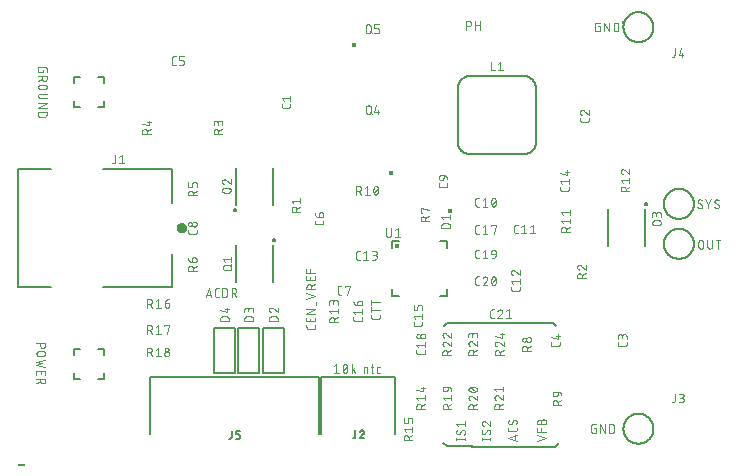
<source format=gbr>
G04 EAGLE Gerber RS-274X export*
G75*
%MOMM*%
%FSLAX34Y34*%
%LPD*%
%INSilkscreen Top*%
%IPPOS*%
%AMOC8*
5,1,8,0,0,1.08239X$1,22.5*%
G01*
%ADD10C,0.127000*%
%ADD11C,0.076200*%
%ADD12C,0.000000*%
%ADD13C,0.400000*%
%ADD14C,0.152400*%
%ADD15C,0.101600*%
%ADD16C,0.200000*%
%ADD17C,0.406400*%
%ADD18C,0.050800*%


D10*
X362966Y14986D02*
X384810Y14986D01*
X362966Y119126D02*
X452882Y119126D01*
X455168Y116840D01*
X362712Y119126D02*
X360680Y117094D01*
X384048Y14732D02*
X454406Y14732D01*
X457454Y17780D01*
X362966Y14986D02*
X359918Y18034D01*
D11*
X392303Y21494D02*
X399669Y21494D01*
X399669Y20676D02*
X399669Y22313D01*
X392303Y22313D02*
X392303Y20676D01*
X399669Y27512D02*
X399667Y27590D01*
X399662Y27668D01*
X399652Y27745D01*
X399639Y27822D01*
X399623Y27898D01*
X399603Y27973D01*
X399579Y28047D01*
X399552Y28120D01*
X399521Y28192D01*
X399487Y28262D01*
X399450Y28331D01*
X399409Y28397D01*
X399365Y28462D01*
X399319Y28524D01*
X399269Y28584D01*
X399217Y28642D01*
X399162Y28697D01*
X399104Y28749D01*
X399044Y28799D01*
X398982Y28845D01*
X398917Y28889D01*
X398851Y28930D01*
X398782Y28967D01*
X398712Y29001D01*
X398640Y29032D01*
X398567Y29059D01*
X398493Y29083D01*
X398418Y29103D01*
X398342Y29119D01*
X398265Y29132D01*
X398188Y29142D01*
X398110Y29147D01*
X398032Y29149D01*
X399669Y27512D02*
X399667Y27398D01*
X399662Y27285D01*
X399652Y27171D01*
X399639Y27058D01*
X399622Y26946D01*
X399602Y26834D01*
X399578Y26723D01*
X399550Y26612D01*
X399519Y26503D01*
X399484Y26395D01*
X399445Y26288D01*
X399403Y26182D01*
X399358Y26078D01*
X399309Y25975D01*
X399256Y25874D01*
X399201Y25775D01*
X399142Y25677D01*
X399080Y25582D01*
X399015Y25489D01*
X398947Y25397D01*
X398876Y25309D01*
X398802Y25222D01*
X398725Y25138D01*
X398646Y25057D01*
X393940Y25261D02*
X393862Y25263D01*
X393784Y25268D01*
X393707Y25278D01*
X393630Y25291D01*
X393554Y25307D01*
X393479Y25327D01*
X393405Y25351D01*
X393332Y25378D01*
X393260Y25409D01*
X393190Y25443D01*
X393122Y25480D01*
X393055Y25521D01*
X392990Y25565D01*
X392928Y25611D01*
X392868Y25661D01*
X392810Y25713D01*
X392755Y25768D01*
X392703Y25826D01*
X392653Y25886D01*
X392607Y25948D01*
X392563Y26013D01*
X392522Y26080D01*
X392485Y26148D01*
X392451Y26218D01*
X392420Y26290D01*
X392393Y26363D01*
X392369Y26437D01*
X392349Y26512D01*
X392333Y26588D01*
X392320Y26665D01*
X392310Y26742D01*
X392305Y26820D01*
X392303Y26898D01*
X392305Y27008D01*
X392311Y27117D01*
X392321Y27227D01*
X392334Y27335D01*
X392352Y27444D01*
X392373Y27551D01*
X392399Y27658D01*
X392428Y27764D01*
X392460Y27869D01*
X392497Y27972D01*
X392537Y28074D01*
X392581Y28175D01*
X392629Y28274D01*
X392679Y28371D01*
X392734Y28466D01*
X392792Y28559D01*
X392853Y28650D01*
X392917Y28739D01*
X395372Y26080D02*
X395330Y26014D01*
X395286Y25949D01*
X395238Y25887D01*
X395188Y25827D01*
X395135Y25769D01*
X395079Y25714D01*
X395021Y25661D01*
X394960Y25612D01*
X394897Y25565D01*
X394832Y25521D01*
X394765Y25481D01*
X394696Y25444D01*
X394625Y25410D01*
X394553Y25379D01*
X394479Y25352D01*
X394404Y25328D01*
X394329Y25308D01*
X394252Y25292D01*
X394175Y25279D01*
X394097Y25269D01*
X394018Y25264D01*
X393940Y25262D01*
X396599Y28330D02*
X396641Y28397D01*
X396685Y28462D01*
X396733Y28524D01*
X396783Y28584D01*
X396836Y28642D01*
X396892Y28697D01*
X396951Y28749D01*
X397011Y28799D01*
X397075Y28846D01*
X397140Y28889D01*
X397207Y28930D01*
X397276Y28967D01*
X397347Y29001D01*
X397419Y29032D01*
X397493Y29059D01*
X397567Y29083D01*
X397643Y29103D01*
X397720Y29119D01*
X397797Y29132D01*
X397875Y29142D01*
X397954Y29147D01*
X398032Y29149D01*
X396600Y28330D02*
X395372Y26080D01*
X392303Y34379D02*
X392305Y34464D01*
X392311Y34549D01*
X392321Y34633D01*
X392334Y34717D01*
X392352Y34801D01*
X392373Y34883D01*
X392398Y34964D01*
X392427Y35044D01*
X392460Y35123D01*
X392496Y35200D01*
X392536Y35275D01*
X392579Y35349D01*
X392625Y35420D01*
X392675Y35489D01*
X392728Y35556D01*
X392784Y35620D01*
X392843Y35681D01*
X392904Y35740D01*
X392968Y35796D01*
X393035Y35849D01*
X393104Y35899D01*
X393175Y35945D01*
X393249Y35988D01*
X393324Y36028D01*
X393401Y36064D01*
X393480Y36097D01*
X393560Y36126D01*
X393641Y36151D01*
X393723Y36172D01*
X393807Y36190D01*
X393891Y36203D01*
X393975Y36213D01*
X394060Y36219D01*
X394145Y36221D01*
X392303Y34379D02*
X392305Y34283D01*
X392311Y34187D01*
X392321Y34092D01*
X392334Y33997D01*
X392352Y33902D01*
X392373Y33809D01*
X392398Y33716D01*
X392427Y33625D01*
X392459Y33534D01*
X392495Y33445D01*
X392535Y33358D01*
X392578Y33272D01*
X392624Y33188D01*
X392674Y33106D01*
X392728Y33026D01*
X392784Y32949D01*
X392844Y32874D01*
X392906Y32801D01*
X392972Y32731D01*
X393040Y32663D01*
X393111Y32598D01*
X393184Y32537D01*
X393260Y32478D01*
X393339Y32422D01*
X393419Y32370D01*
X393502Y32321D01*
X393586Y32275D01*
X393672Y32233D01*
X393760Y32195D01*
X393849Y32160D01*
X393940Y32128D01*
X395577Y35606D02*
X395518Y35666D01*
X395456Y35723D01*
X395392Y35778D01*
X395325Y35829D01*
X395256Y35878D01*
X395186Y35924D01*
X395113Y35967D01*
X395039Y36007D01*
X394963Y36043D01*
X394885Y36076D01*
X394806Y36106D01*
X394726Y36133D01*
X394645Y36156D01*
X394563Y36175D01*
X394481Y36191D01*
X394397Y36204D01*
X394313Y36213D01*
X394229Y36218D01*
X394145Y36220D01*
X395577Y35606D02*
X399669Y32128D01*
X399669Y36220D01*
X414655Y22323D02*
X422021Y19868D01*
X422021Y24778D02*
X414655Y22323D01*
X420180Y24164D02*
X420180Y20481D01*
X422021Y29206D02*
X422021Y30843D01*
X422021Y29206D02*
X422019Y29128D01*
X422014Y29050D01*
X422004Y28973D01*
X421991Y28896D01*
X421975Y28820D01*
X421955Y28745D01*
X421931Y28671D01*
X421904Y28598D01*
X421873Y28526D01*
X421839Y28456D01*
X421802Y28388D01*
X421761Y28321D01*
X421717Y28256D01*
X421671Y28194D01*
X421621Y28134D01*
X421569Y28076D01*
X421514Y28021D01*
X421456Y27969D01*
X421396Y27919D01*
X421334Y27873D01*
X421269Y27829D01*
X421203Y27788D01*
X421134Y27751D01*
X421064Y27717D01*
X420992Y27686D01*
X420919Y27659D01*
X420845Y27635D01*
X420770Y27615D01*
X420694Y27599D01*
X420617Y27586D01*
X420540Y27576D01*
X420462Y27571D01*
X420384Y27569D01*
X416292Y27569D01*
X416212Y27571D01*
X416132Y27577D01*
X416052Y27587D01*
X415973Y27600D01*
X415894Y27618D01*
X415817Y27639D01*
X415741Y27665D01*
X415666Y27694D01*
X415592Y27726D01*
X415520Y27762D01*
X415450Y27802D01*
X415383Y27845D01*
X415317Y27891D01*
X415254Y27941D01*
X415193Y27993D01*
X415134Y28048D01*
X415079Y28107D01*
X415027Y28167D01*
X414977Y28231D01*
X414931Y28296D01*
X414888Y28364D01*
X414848Y28434D01*
X414812Y28506D01*
X414780Y28580D01*
X414751Y28654D01*
X414726Y28731D01*
X414704Y28808D01*
X414686Y28887D01*
X414673Y28966D01*
X414663Y29045D01*
X414657Y29126D01*
X414655Y29206D01*
X414655Y30843D01*
X420384Y37536D02*
X420462Y37534D01*
X420540Y37529D01*
X420617Y37519D01*
X420694Y37506D01*
X420770Y37490D01*
X420845Y37470D01*
X420919Y37446D01*
X420992Y37419D01*
X421064Y37388D01*
X421134Y37354D01*
X421203Y37317D01*
X421269Y37276D01*
X421334Y37232D01*
X421396Y37186D01*
X421456Y37136D01*
X421514Y37084D01*
X421569Y37029D01*
X421621Y36971D01*
X421671Y36911D01*
X421717Y36849D01*
X421761Y36784D01*
X421802Y36718D01*
X421839Y36649D01*
X421873Y36579D01*
X421904Y36507D01*
X421931Y36434D01*
X421955Y36360D01*
X421975Y36285D01*
X421991Y36209D01*
X422004Y36132D01*
X422014Y36055D01*
X422019Y35977D01*
X422021Y35899D01*
X422019Y35785D01*
X422014Y35672D01*
X422004Y35558D01*
X421991Y35445D01*
X421974Y35333D01*
X421954Y35221D01*
X421930Y35110D01*
X421902Y34999D01*
X421871Y34890D01*
X421836Y34782D01*
X421797Y34675D01*
X421755Y34569D01*
X421710Y34465D01*
X421661Y34362D01*
X421608Y34261D01*
X421553Y34162D01*
X421494Y34064D01*
X421432Y33969D01*
X421367Y33876D01*
X421299Y33784D01*
X421228Y33696D01*
X421154Y33609D01*
X421077Y33525D01*
X420998Y33444D01*
X416292Y33649D02*
X416214Y33651D01*
X416136Y33656D01*
X416059Y33666D01*
X415982Y33679D01*
X415906Y33695D01*
X415831Y33715D01*
X415757Y33739D01*
X415684Y33766D01*
X415612Y33797D01*
X415542Y33831D01*
X415474Y33868D01*
X415407Y33909D01*
X415342Y33953D01*
X415280Y33999D01*
X415220Y34049D01*
X415162Y34101D01*
X415107Y34156D01*
X415055Y34214D01*
X415005Y34274D01*
X414959Y34336D01*
X414915Y34401D01*
X414874Y34468D01*
X414837Y34536D01*
X414803Y34606D01*
X414772Y34678D01*
X414745Y34751D01*
X414721Y34825D01*
X414701Y34900D01*
X414685Y34976D01*
X414672Y35053D01*
X414662Y35130D01*
X414657Y35208D01*
X414655Y35286D01*
X414657Y35396D01*
X414663Y35505D01*
X414673Y35615D01*
X414686Y35723D01*
X414704Y35832D01*
X414725Y35939D01*
X414751Y36046D01*
X414780Y36152D01*
X414812Y36257D01*
X414849Y36360D01*
X414889Y36462D01*
X414933Y36563D01*
X414981Y36662D01*
X415031Y36759D01*
X415086Y36854D01*
X415144Y36947D01*
X415205Y37038D01*
X415269Y37127D01*
X417724Y34467D02*
X417682Y34401D01*
X417638Y34336D01*
X417590Y34274D01*
X417540Y34214D01*
X417487Y34156D01*
X417431Y34101D01*
X417373Y34048D01*
X417312Y33999D01*
X417249Y33952D01*
X417184Y33908D01*
X417117Y33868D01*
X417048Y33831D01*
X416977Y33797D01*
X416905Y33766D01*
X416831Y33739D01*
X416756Y33715D01*
X416681Y33695D01*
X416604Y33679D01*
X416527Y33666D01*
X416449Y33656D01*
X416370Y33651D01*
X416292Y33649D01*
X418951Y36718D02*
X418993Y36785D01*
X419037Y36850D01*
X419085Y36912D01*
X419135Y36972D01*
X419188Y37030D01*
X419244Y37085D01*
X419303Y37137D01*
X419363Y37187D01*
X419427Y37234D01*
X419492Y37277D01*
X419559Y37318D01*
X419628Y37355D01*
X419699Y37389D01*
X419771Y37420D01*
X419845Y37447D01*
X419919Y37471D01*
X419995Y37491D01*
X420072Y37507D01*
X420149Y37520D01*
X420227Y37530D01*
X420306Y37535D01*
X420384Y37537D01*
X418952Y36718D02*
X417724Y34467D01*
X269248Y84455D02*
X267202Y82818D01*
X269248Y84455D02*
X269248Y77089D01*
X267202Y77089D02*
X271295Y77089D01*
X274518Y80772D02*
X274520Y80925D01*
X274526Y81078D01*
X274535Y81230D01*
X274549Y81383D01*
X274566Y81535D01*
X274587Y81686D01*
X274612Y81837D01*
X274641Y81987D01*
X274673Y82137D01*
X274710Y82285D01*
X274750Y82433D01*
X274793Y82580D01*
X274841Y82725D01*
X274892Y82869D01*
X274946Y83012D01*
X275005Y83154D01*
X275066Y83293D01*
X275132Y83432D01*
X275158Y83502D01*
X275188Y83572D01*
X275221Y83639D01*
X275257Y83705D01*
X275296Y83769D01*
X275339Y83831D01*
X275385Y83890D01*
X275433Y83948D01*
X275484Y84002D01*
X275538Y84055D01*
X275595Y84104D01*
X275654Y84151D01*
X275715Y84194D01*
X275778Y84235D01*
X275843Y84272D01*
X275910Y84307D01*
X275979Y84337D01*
X276049Y84365D01*
X276120Y84388D01*
X276192Y84409D01*
X276265Y84425D01*
X276339Y84438D01*
X276414Y84448D01*
X276489Y84453D01*
X276564Y84455D01*
X276639Y84453D01*
X276714Y84448D01*
X276789Y84438D01*
X276863Y84425D01*
X276936Y84409D01*
X277008Y84388D01*
X277079Y84365D01*
X277149Y84337D01*
X277218Y84307D01*
X277285Y84272D01*
X277350Y84235D01*
X277413Y84194D01*
X277474Y84151D01*
X277533Y84104D01*
X277590Y84055D01*
X277644Y84002D01*
X277695Y83948D01*
X277744Y83890D01*
X277789Y83831D01*
X277832Y83769D01*
X277871Y83705D01*
X277908Y83639D01*
X277940Y83571D01*
X277970Y83502D01*
X277996Y83432D01*
X278061Y83294D01*
X278123Y83154D01*
X278181Y83012D01*
X278236Y82869D01*
X278287Y82725D01*
X278335Y82580D01*
X278378Y82433D01*
X278418Y82286D01*
X278455Y82137D01*
X278487Y81987D01*
X278516Y81837D01*
X278541Y81686D01*
X278562Y81535D01*
X278579Y81383D01*
X278593Y81230D01*
X278602Y81078D01*
X278608Y80925D01*
X278610Y80772D01*
X274517Y80772D02*
X274519Y80619D01*
X274525Y80466D01*
X274534Y80313D01*
X274548Y80161D01*
X274565Y80009D01*
X274586Y79858D01*
X274611Y79707D01*
X274640Y79556D01*
X274672Y79407D01*
X274709Y79258D01*
X274749Y79111D01*
X274792Y78964D01*
X274840Y78819D01*
X274891Y78674D01*
X274946Y78532D01*
X275004Y78390D01*
X275066Y78250D01*
X275131Y78112D01*
X275132Y78112D02*
X275158Y78041D01*
X275188Y77972D01*
X275221Y77905D01*
X275257Y77839D01*
X275296Y77775D01*
X275339Y77713D01*
X275385Y77654D01*
X275433Y77596D01*
X275484Y77542D01*
X275538Y77489D01*
X275595Y77440D01*
X275654Y77393D01*
X275715Y77350D01*
X275778Y77309D01*
X275843Y77272D01*
X275910Y77237D01*
X275979Y77207D01*
X276049Y77179D01*
X276120Y77156D01*
X276192Y77135D01*
X276265Y77119D01*
X276339Y77106D01*
X276414Y77096D01*
X276489Y77091D01*
X276564Y77089D01*
X277996Y78112D02*
X278061Y78250D01*
X278123Y78390D01*
X278181Y78532D01*
X278236Y78675D01*
X278287Y78819D01*
X278335Y78964D01*
X278378Y79111D01*
X278418Y79259D01*
X278455Y79407D01*
X278487Y79557D01*
X278516Y79707D01*
X278541Y79858D01*
X278562Y80009D01*
X278579Y80161D01*
X278593Y80314D01*
X278602Y80466D01*
X278608Y80619D01*
X278610Y80772D01*
X277996Y78112D02*
X277970Y78042D01*
X277940Y77972D01*
X277908Y77905D01*
X277871Y77839D01*
X277832Y77775D01*
X277789Y77713D01*
X277743Y77654D01*
X277695Y77596D01*
X277644Y77542D01*
X277590Y77489D01*
X277533Y77440D01*
X277474Y77393D01*
X277413Y77350D01*
X277350Y77309D01*
X277285Y77272D01*
X277218Y77237D01*
X277149Y77207D01*
X277079Y77179D01*
X277008Y77156D01*
X276936Y77135D01*
X276863Y77119D01*
X276789Y77106D01*
X276714Y77096D01*
X276639Y77091D01*
X276564Y77089D01*
X274927Y78726D02*
X278201Y82818D01*
X282092Y84455D02*
X282092Y77089D01*
X282092Y79544D02*
X285366Y82000D01*
X283525Y80567D02*
X285366Y77089D01*
X292239Y77089D02*
X292239Y82000D01*
X294285Y82000D01*
X294354Y81998D01*
X294422Y81992D01*
X294491Y81983D01*
X294558Y81969D01*
X294625Y81952D01*
X294691Y81931D01*
X294755Y81907D01*
X294818Y81878D01*
X294879Y81847D01*
X294938Y81812D01*
X294996Y81774D01*
X295051Y81732D01*
X295103Y81688D01*
X295153Y81640D01*
X295201Y81590D01*
X295245Y81538D01*
X295287Y81483D01*
X295325Y81425D01*
X295360Y81366D01*
X295391Y81305D01*
X295420Y81242D01*
X295444Y81178D01*
X295465Y81112D01*
X295482Y81045D01*
X295496Y80978D01*
X295505Y80909D01*
X295511Y80841D01*
X295513Y80772D01*
X295513Y77089D01*
X298193Y82000D02*
X300648Y82000D01*
X299011Y84455D02*
X299011Y78317D01*
X299013Y78248D01*
X299019Y78180D01*
X299028Y78111D01*
X299042Y78044D01*
X299059Y77977D01*
X299080Y77911D01*
X299104Y77847D01*
X299133Y77784D01*
X299164Y77723D01*
X299199Y77664D01*
X299237Y77606D01*
X299279Y77551D01*
X299323Y77499D01*
X299371Y77449D01*
X299421Y77401D01*
X299473Y77357D01*
X299528Y77315D01*
X299586Y77277D01*
X299645Y77242D01*
X299706Y77211D01*
X299769Y77182D01*
X299833Y77158D01*
X299899Y77137D01*
X299966Y77120D01*
X300033Y77106D01*
X300102Y77097D01*
X300170Y77091D01*
X300239Y77089D01*
X300648Y77089D01*
X304693Y77089D02*
X306330Y77089D01*
X304693Y77089D02*
X304624Y77091D01*
X304556Y77097D01*
X304487Y77106D01*
X304420Y77120D01*
X304353Y77137D01*
X304287Y77158D01*
X304223Y77182D01*
X304160Y77211D01*
X304099Y77242D01*
X304040Y77277D01*
X303982Y77315D01*
X303927Y77357D01*
X303875Y77401D01*
X303825Y77449D01*
X303777Y77499D01*
X303733Y77551D01*
X303691Y77606D01*
X303653Y77664D01*
X303618Y77723D01*
X303587Y77784D01*
X303558Y77847D01*
X303534Y77911D01*
X303513Y77977D01*
X303496Y78044D01*
X303482Y78111D01*
X303473Y78180D01*
X303467Y78248D01*
X303465Y78317D01*
X303465Y80772D01*
X303467Y80841D01*
X303473Y80909D01*
X303482Y80978D01*
X303496Y81045D01*
X303513Y81112D01*
X303534Y81178D01*
X303558Y81242D01*
X303587Y81305D01*
X303618Y81366D01*
X303653Y81425D01*
X303691Y81483D01*
X303733Y81538D01*
X303777Y81590D01*
X303825Y81640D01*
X303875Y81688D01*
X303927Y81732D01*
X303982Y81774D01*
X304040Y81812D01*
X304099Y81847D01*
X304160Y81878D01*
X304223Y81907D01*
X304287Y81931D01*
X304353Y81952D01*
X304420Y81969D01*
X304487Y81983D01*
X304556Y81992D01*
X304624Y81998D01*
X304693Y82000D01*
X306330Y82000D01*
D12*
X89Y-500D02*
X44Y-500D01*
X33Y-499D01*
X22Y-494D01*
X13Y-487D01*
X6Y-478D01*
X1Y-467D01*
X0Y-456D01*
X0Y-344D01*
X2Y-332D01*
X6Y-322D01*
X13Y-312D01*
X22Y-305D01*
X33Y-301D01*
X45Y-299D01*
X44Y-300D02*
X89Y-300D01*
X152Y-472D02*
X152Y-483D01*
X152Y-472D02*
X163Y-472D01*
X163Y-483D01*
X152Y-483D01*
X152Y-394D02*
X152Y-383D01*
X163Y-383D01*
X163Y-394D01*
X152Y-394D01*
X227Y-522D02*
X316Y-278D01*
X384Y-300D02*
X384Y-444D01*
X386Y-457D01*
X390Y-470D01*
X398Y-481D01*
X408Y-490D01*
X420Y-496D01*
X433Y-500D01*
X447Y-500D01*
X460Y-496D01*
X472Y-490D01*
X482Y-481D01*
X490Y-470D01*
X494Y-457D01*
X496Y-444D01*
X495Y-444D02*
X495Y-300D01*
X586Y-422D02*
X641Y-444D01*
X586Y-423D02*
X578Y-418D01*
X572Y-410D01*
X568Y-400D01*
X569Y-390D01*
X572Y-381D01*
X579Y-373D01*
X588Y-369D01*
X597Y-367D01*
X614Y-368D01*
X631Y-372D01*
X647Y-378D01*
X642Y-444D02*
X650Y-449D01*
X656Y-457D01*
X660Y-467D01*
X659Y-477D01*
X656Y-486D01*
X649Y-494D01*
X640Y-498D01*
X631Y-500D01*
X630Y-500D02*
X610Y-499D01*
X589Y-495D01*
X569Y-489D01*
X759Y-500D02*
X814Y-500D01*
X759Y-500D02*
X749Y-498D01*
X740Y-494D01*
X732Y-486D01*
X728Y-477D01*
X726Y-467D01*
X725Y-467D02*
X725Y-411D01*
X726Y-411D02*
X728Y-399D01*
X733Y-387D01*
X741Y-378D01*
X752Y-371D01*
X764Y-367D01*
X776Y-367D01*
X788Y-371D01*
X799Y-378D01*
X807Y-387D01*
X812Y-399D01*
X814Y-411D01*
X814Y-433D01*
X725Y-433D01*
X888Y-367D02*
X888Y-500D01*
X888Y-367D02*
X954Y-367D01*
X954Y-389D01*
X1024Y-422D02*
X1079Y-444D01*
X1024Y-423D02*
X1016Y-418D01*
X1010Y-410D01*
X1006Y-400D01*
X1007Y-390D01*
X1010Y-381D01*
X1017Y-373D01*
X1026Y-369D01*
X1035Y-367D01*
X1052Y-368D01*
X1069Y-372D01*
X1085Y-378D01*
X1080Y-444D02*
X1088Y-449D01*
X1094Y-457D01*
X1098Y-467D01*
X1097Y-477D01*
X1094Y-486D01*
X1087Y-494D01*
X1078Y-498D01*
X1069Y-500D01*
X1068Y-500D02*
X1048Y-499D01*
X1027Y-495D01*
X1007Y-489D01*
X1157Y-522D02*
X1246Y-278D01*
X1314Y-300D02*
X1314Y-444D01*
X1316Y-457D01*
X1320Y-470D01*
X1328Y-481D01*
X1338Y-490D01*
X1350Y-496D01*
X1363Y-500D01*
X1377Y-500D01*
X1390Y-496D01*
X1402Y-490D01*
X1412Y-481D01*
X1420Y-470D01*
X1424Y-457D01*
X1426Y-444D01*
X1425Y-444D02*
X1425Y-300D01*
X1516Y-422D02*
X1571Y-444D01*
X1516Y-423D02*
X1508Y-418D01*
X1502Y-410D01*
X1498Y-400D01*
X1499Y-390D01*
X1502Y-381D01*
X1509Y-373D01*
X1518Y-369D01*
X1527Y-367D01*
X1544Y-368D01*
X1561Y-372D01*
X1577Y-378D01*
X1572Y-444D02*
X1580Y-449D01*
X1586Y-457D01*
X1590Y-467D01*
X1589Y-477D01*
X1586Y-486D01*
X1579Y-494D01*
X1570Y-498D01*
X1561Y-500D01*
X1560Y-500D02*
X1540Y-499D01*
X1519Y-495D01*
X1499Y-489D01*
X1689Y-500D02*
X1744Y-500D01*
X1689Y-500D02*
X1679Y-498D01*
X1670Y-494D01*
X1662Y-486D01*
X1658Y-477D01*
X1656Y-467D01*
X1655Y-467D02*
X1655Y-411D01*
X1656Y-411D02*
X1658Y-399D01*
X1663Y-387D01*
X1671Y-378D01*
X1682Y-371D01*
X1694Y-367D01*
X1706Y-367D01*
X1718Y-371D01*
X1729Y-378D01*
X1737Y-387D01*
X1742Y-399D01*
X1744Y-411D01*
X1744Y-433D01*
X1655Y-433D01*
X1818Y-367D02*
X1818Y-500D01*
X1818Y-367D02*
X1884Y-367D01*
X1884Y-389D01*
X1931Y-522D02*
X2020Y-278D01*
X2088Y-300D02*
X2088Y-500D01*
X2088Y-300D02*
X2144Y-300D01*
X2156Y-301D01*
X2168Y-306D01*
X2179Y-312D01*
X2188Y-321D01*
X2194Y-332D01*
X2199Y-344D01*
X2200Y-356D01*
X2199Y-356D02*
X2199Y-444D01*
X2200Y-444D02*
X2199Y-456D01*
X2194Y-468D01*
X2188Y-479D01*
X2179Y-488D01*
X2168Y-494D01*
X2156Y-499D01*
X2144Y-500D01*
X2088Y-500D01*
X2306Y-500D02*
X2362Y-500D01*
X2306Y-500D02*
X2296Y-498D01*
X2287Y-494D01*
X2279Y-486D01*
X2275Y-477D01*
X2273Y-467D01*
X2273Y-411D01*
X2274Y-411D02*
X2276Y-399D01*
X2281Y-387D01*
X2289Y-378D01*
X2300Y-371D01*
X2312Y-367D01*
X2324Y-367D01*
X2336Y-371D01*
X2347Y-378D01*
X2355Y-387D01*
X2360Y-399D01*
X2362Y-411D01*
X2362Y-433D01*
X2273Y-433D01*
X2446Y-422D02*
X2501Y-444D01*
X2446Y-423D02*
X2438Y-418D01*
X2432Y-410D01*
X2428Y-400D01*
X2429Y-390D01*
X2432Y-381D01*
X2439Y-373D01*
X2448Y-369D01*
X2457Y-367D01*
X2474Y-368D01*
X2491Y-372D01*
X2507Y-378D01*
X2502Y-444D02*
X2510Y-449D01*
X2516Y-457D01*
X2520Y-467D01*
X2519Y-477D01*
X2516Y-486D01*
X2509Y-494D01*
X2500Y-498D01*
X2491Y-500D01*
X2490Y-500D02*
X2470Y-499D01*
X2449Y-495D01*
X2429Y-489D01*
X2592Y-500D02*
X2592Y-300D01*
X2681Y-367D02*
X2592Y-433D01*
X2631Y-406D02*
X2681Y-500D01*
X2728Y-367D02*
X2794Y-367D01*
X2750Y-300D02*
X2750Y-467D01*
X2752Y-477D01*
X2756Y-486D01*
X2764Y-494D01*
X2773Y-498D01*
X2783Y-500D01*
X2794Y-500D01*
X2855Y-456D02*
X2855Y-411D01*
X2856Y-411D02*
X2858Y-399D01*
X2863Y-387D01*
X2871Y-378D01*
X2882Y-371D01*
X2894Y-367D01*
X2906Y-367D01*
X2918Y-371D01*
X2929Y-378D01*
X2937Y-387D01*
X2942Y-399D01*
X2944Y-411D01*
X2944Y-456D01*
X2942Y-468D01*
X2937Y-480D01*
X2929Y-489D01*
X2918Y-496D01*
X2906Y-500D01*
X2894Y-500D01*
X2882Y-496D01*
X2871Y-489D01*
X2863Y-480D01*
X2858Y-468D01*
X2856Y-456D01*
X3018Y-367D02*
X3018Y-567D01*
X3018Y-367D02*
X3073Y-367D01*
X3083Y-369D01*
X3092Y-373D01*
X3100Y-381D01*
X3104Y-390D01*
X3106Y-400D01*
X3106Y-467D01*
X3104Y-477D01*
X3100Y-486D01*
X3092Y-494D01*
X3083Y-498D01*
X3073Y-500D01*
X3018Y-500D01*
X3167Y-522D02*
X3256Y-278D01*
X3318Y-344D02*
X3373Y-300D01*
X3373Y-500D01*
X3318Y-500D02*
X3429Y-500D01*
X3609Y-350D02*
X3607Y-337D01*
X3602Y-325D01*
X3594Y-315D01*
X3584Y-307D01*
X3572Y-302D01*
X3559Y-300D01*
X3546Y-301D01*
X3533Y-306D01*
X3521Y-312D01*
X3511Y-321D01*
X3504Y-332D01*
X3498Y-344D01*
X3592Y-389D02*
X3599Y-381D01*
X3605Y-371D01*
X3608Y-361D01*
X3609Y-350D01*
X3592Y-389D02*
X3498Y-500D01*
X3609Y-500D01*
X3678Y-500D02*
X3733Y-500D01*
X3746Y-498D01*
X3759Y-494D01*
X3770Y-486D01*
X3779Y-476D01*
X3785Y-464D01*
X3789Y-451D01*
X3789Y-437D01*
X3785Y-424D01*
X3779Y-412D01*
X3770Y-402D01*
X3759Y-394D01*
X3746Y-390D01*
X3733Y-388D01*
X3745Y-300D02*
X3678Y-300D01*
X3745Y-300D02*
X3757Y-302D01*
X3769Y-307D01*
X3778Y-315D01*
X3785Y-326D01*
X3789Y-338D01*
X3789Y-350D01*
X3785Y-362D01*
X3778Y-373D01*
X3769Y-381D01*
X3757Y-386D01*
X3745Y-388D01*
X3745Y-389D02*
X3700Y-389D01*
X3854Y-489D02*
X3854Y-500D01*
X3854Y-489D02*
X3865Y-489D01*
X3865Y-500D01*
X3854Y-500D01*
X3935Y-500D02*
X3935Y-300D01*
X3935Y-500D02*
X3991Y-500D01*
X4001Y-498D01*
X4010Y-494D01*
X4018Y-486D01*
X4022Y-477D01*
X4024Y-467D01*
X4024Y-400D01*
X4022Y-390D01*
X4018Y-381D01*
X4010Y-373D01*
X4001Y-369D01*
X3991Y-367D01*
X3935Y-367D01*
X4099Y-367D02*
X4099Y-500D01*
X4099Y-367D02*
X4199Y-367D01*
X4209Y-369D01*
X4218Y-373D01*
X4226Y-381D01*
X4230Y-390D01*
X4232Y-400D01*
X4232Y-500D01*
X4165Y-500D02*
X4165Y-367D01*
X4313Y-367D02*
X4313Y-567D01*
X4313Y-367D02*
X4369Y-367D01*
X4379Y-369D01*
X4388Y-373D01*
X4396Y-381D01*
X4400Y-390D01*
X4402Y-400D01*
X4402Y-467D01*
X4400Y-477D01*
X4396Y-486D01*
X4388Y-494D01*
X4379Y-498D01*
X4369Y-500D01*
X4313Y-500D01*
D11*
X158585Y141477D02*
X161040Y148843D01*
X163495Y141477D01*
X162882Y143319D02*
X159199Y143319D01*
X167923Y141477D02*
X169560Y141477D01*
X167923Y141477D02*
X167845Y141479D01*
X167767Y141484D01*
X167690Y141494D01*
X167613Y141507D01*
X167537Y141523D01*
X167462Y141543D01*
X167388Y141567D01*
X167315Y141594D01*
X167243Y141625D01*
X167173Y141659D01*
X167105Y141696D01*
X167038Y141737D01*
X166973Y141781D01*
X166911Y141827D01*
X166851Y141877D01*
X166793Y141929D01*
X166738Y141984D01*
X166686Y142042D01*
X166636Y142102D01*
X166590Y142164D01*
X166546Y142229D01*
X166505Y142296D01*
X166468Y142364D01*
X166434Y142434D01*
X166403Y142506D01*
X166376Y142579D01*
X166352Y142653D01*
X166332Y142728D01*
X166316Y142804D01*
X166303Y142881D01*
X166293Y142958D01*
X166288Y143036D01*
X166286Y143114D01*
X166286Y147206D01*
X166288Y147286D01*
X166294Y147366D01*
X166304Y147446D01*
X166317Y147525D01*
X166335Y147604D01*
X166356Y147681D01*
X166382Y147757D01*
X166411Y147832D01*
X166443Y147906D01*
X166479Y147978D01*
X166519Y148048D01*
X166562Y148115D01*
X166608Y148181D01*
X166658Y148244D01*
X166710Y148305D01*
X166765Y148364D01*
X166824Y148419D01*
X166884Y148471D01*
X166948Y148521D01*
X167014Y148567D01*
X167081Y148610D01*
X167151Y148650D01*
X167223Y148686D01*
X167297Y148718D01*
X167371Y148747D01*
X167448Y148773D01*
X167525Y148794D01*
X167604Y148812D01*
X167683Y148825D01*
X167763Y148835D01*
X167843Y148841D01*
X167923Y148843D01*
X169560Y148843D01*
X172649Y148843D02*
X172649Y141477D01*
X172649Y148843D02*
X174695Y148843D01*
X174784Y148841D01*
X174873Y148835D01*
X174962Y148825D01*
X175050Y148812D01*
X175138Y148795D01*
X175225Y148773D01*
X175310Y148748D01*
X175395Y148720D01*
X175478Y148687D01*
X175560Y148651D01*
X175640Y148612D01*
X175718Y148569D01*
X175794Y148523D01*
X175869Y148473D01*
X175941Y148420D01*
X176010Y148364D01*
X176077Y148305D01*
X176142Y148244D01*
X176203Y148179D01*
X176262Y148112D01*
X176318Y148043D01*
X176371Y147971D01*
X176421Y147896D01*
X176467Y147820D01*
X176510Y147742D01*
X176549Y147662D01*
X176585Y147580D01*
X176618Y147497D01*
X176646Y147412D01*
X176671Y147327D01*
X176693Y147240D01*
X176710Y147152D01*
X176723Y147064D01*
X176733Y146975D01*
X176739Y146886D01*
X176741Y146797D01*
X176741Y143523D01*
X176739Y143434D01*
X176733Y143345D01*
X176723Y143256D01*
X176710Y143168D01*
X176693Y143080D01*
X176671Y142993D01*
X176646Y142908D01*
X176618Y142823D01*
X176585Y142740D01*
X176549Y142658D01*
X176510Y142578D01*
X176467Y142500D01*
X176421Y142424D01*
X176371Y142349D01*
X176318Y142277D01*
X176262Y142208D01*
X176203Y142141D01*
X176142Y142076D01*
X176077Y142015D01*
X176010Y141956D01*
X175941Y141900D01*
X175869Y141847D01*
X175794Y141797D01*
X175718Y141751D01*
X175640Y141708D01*
X175560Y141669D01*
X175478Y141633D01*
X175395Y141600D01*
X175310Y141572D01*
X175225Y141547D01*
X175138Y141525D01*
X175050Y141508D01*
X174962Y141495D01*
X174873Y141485D01*
X174784Y141479D01*
X174695Y141477D01*
X172649Y141477D01*
X180503Y141477D02*
X180503Y148843D01*
X182549Y148843D01*
X182638Y148841D01*
X182727Y148835D01*
X182816Y148825D01*
X182904Y148812D01*
X182992Y148795D01*
X183079Y148773D01*
X183164Y148748D01*
X183249Y148720D01*
X183332Y148687D01*
X183414Y148651D01*
X183494Y148612D01*
X183572Y148569D01*
X183648Y148523D01*
X183723Y148473D01*
X183795Y148420D01*
X183864Y148364D01*
X183931Y148305D01*
X183996Y148244D01*
X184057Y148179D01*
X184116Y148112D01*
X184172Y148043D01*
X184225Y147971D01*
X184275Y147896D01*
X184321Y147820D01*
X184364Y147742D01*
X184403Y147662D01*
X184439Y147580D01*
X184472Y147497D01*
X184500Y147412D01*
X184525Y147327D01*
X184547Y147240D01*
X184564Y147152D01*
X184577Y147064D01*
X184587Y146975D01*
X184593Y146886D01*
X184595Y146797D01*
X184593Y146708D01*
X184587Y146619D01*
X184577Y146530D01*
X184564Y146442D01*
X184547Y146354D01*
X184525Y146267D01*
X184500Y146182D01*
X184472Y146097D01*
X184439Y146014D01*
X184403Y145932D01*
X184364Y145852D01*
X184321Y145774D01*
X184275Y145698D01*
X184225Y145623D01*
X184172Y145551D01*
X184116Y145482D01*
X184057Y145415D01*
X183996Y145350D01*
X183931Y145289D01*
X183864Y145230D01*
X183795Y145174D01*
X183723Y145121D01*
X183648Y145071D01*
X183572Y145025D01*
X183494Y144982D01*
X183414Y144943D01*
X183332Y144907D01*
X183249Y144874D01*
X183164Y144846D01*
X183079Y144821D01*
X182992Y144799D01*
X182904Y144782D01*
X182816Y144769D01*
X182727Y144759D01*
X182638Y144753D01*
X182549Y144751D01*
X180503Y144751D01*
X182958Y144751D02*
X184595Y141477D01*
X230235Y303187D02*
X230235Y304824D01*
X230235Y303187D02*
X230233Y303109D01*
X230228Y303031D01*
X230218Y302954D01*
X230205Y302877D01*
X230189Y302801D01*
X230169Y302726D01*
X230145Y302652D01*
X230118Y302579D01*
X230087Y302507D01*
X230053Y302437D01*
X230016Y302369D01*
X229975Y302302D01*
X229931Y302237D01*
X229885Y302175D01*
X229835Y302115D01*
X229783Y302057D01*
X229728Y302002D01*
X229670Y301950D01*
X229610Y301900D01*
X229548Y301854D01*
X229483Y301810D01*
X229417Y301769D01*
X229348Y301732D01*
X229278Y301698D01*
X229206Y301667D01*
X229133Y301640D01*
X229059Y301616D01*
X228984Y301596D01*
X228908Y301580D01*
X228831Y301567D01*
X228754Y301557D01*
X228676Y301552D01*
X228598Y301550D01*
X224506Y301550D01*
X224426Y301552D01*
X224346Y301558D01*
X224266Y301568D01*
X224187Y301581D01*
X224108Y301599D01*
X224031Y301620D01*
X223955Y301646D01*
X223880Y301675D01*
X223806Y301707D01*
X223734Y301743D01*
X223664Y301783D01*
X223597Y301826D01*
X223531Y301872D01*
X223468Y301922D01*
X223407Y301974D01*
X223348Y302029D01*
X223293Y302088D01*
X223241Y302148D01*
X223191Y302212D01*
X223145Y302277D01*
X223102Y302345D01*
X223062Y302415D01*
X223026Y302487D01*
X222994Y302561D01*
X222965Y302635D01*
X222940Y302712D01*
X222918Y302789D01*
X222900Y302868D01*
X222887Y302947D01*
X222877Y303026D01*
X222871Y303107D01*
X222869Y303187D01*
X222869Y304824D01*
X224506Y307669D02*
X222869Y309716D01*
X230235Y309716D01*
X230235Y311762D02*
X230235Y307669D01*
X388551Y217995D02*
X390188Y217995D01*
X388551Y217995D02*
X388473Y217997D01*
X388395Y218002D01*
X388318Y218012D01*
X388241Y218025D01*
X388165Y218041D01*
X388090Y218061D01*
X388016Y218085D01*
X387943Y218112D01*
X387871Y218143D01*
X387801Y218177D01*
X387733Y218214D01*
X387666Y218255D01*
X387601Y218299D01*
X387539Y218345D01*
X387479Y218395D01*
X387421Y218447D01*
X387366Y218502D01*
X387314Y218560D01*
X387264Y218620D01*
X387218Y218682D01*
X387174Y218747D01*
X387133Y218814D01*
X387096Y218882D01*
X387062Y218952D01*
X387031Y219024D01*
X387004Y219097D01*
X386980Y219171D01*
X386960Y219246D01*
X386944Y219322D01*
X386931Y219399D01*
X386921Y219476D01*
X386916Y219554D01*
X386914Y219632D01*
X386914Y223724D01*
X386916Y223804D01*
X386922Y223884D01*
X386932Y223964D01*
X386945Y224043D01*
X386963Y224122D01*
X386984Y224199D01*
X387010Y224275D01*
X387039Y224350D01*
X387071Y224424D01*
X387107Y224496D01*
X387147Y224566D01*
X387190Y224633D01*
X387236Y224699D01*
X387286Y224762D01*
X387338Y224823D01*
X387393Y224882D01*
X387452Y224937D01*
X387512Y224989D01*
X387576Y225039D01*
X387642Y225085D01*
X387709Y225128D01*
X387779Y225168D01*
X387851Y225204D01*
X387925Y225236D01*
X387999Y225265D01*
X388076Y225291D01*
X388153Y225312D01*
X388232Y225330D01*
X388311Y225343D01*
X388391Y225353D01*
X388471Y225359D01*
X388551Y225361D01*
X390188Y225361D01*
X393033Y223724D02*
X395079Y225361D01*
X395079Y217995D01*
X393033Y217995D02*
X397126Y217995D01*
X400349Y221678D02*
X400351Y221831D01*
X400357Y221984D01*
X400366Y222136D01*
X400380Y222289D01*
X400397Y222441D01*
X400418Y222592D01*
X400443Y222743D01*
X400472Y222893D01*
X400504Y223043D01*
X400541Y223191D01*
X400581Y223339D01*
X400624Y223486D01*
X400672Y223631D01*
X400723Y223775D01*
X400777Y223918D01*
X400836Y224060D01*
X400897Y224199D01*
X400963Y224338D01*
X400989Y224408D01*
X401019Y224478D01*
X401052Y224545D01*
X401088Y224611D01*
X401127Y224675D01*
X401170Y224737D01*
X401216Y224796D01*
X401264Y224854D01*
X401315Y224908D01*
X401369Y224961D01*
X401426Y225010D01*
X401485Y225057D01*
X401546Y225100D01*
X401609Y225141D01*
X401674Y225178D01*
X401741Y225213D01*
X401810Y225243D01*
X401880Y225271D01*
X401951Y225294D01*
X402023Y225315D01*
X402096Y225331D01*
X402170Y225344D01*
X402245Y225354D01*
X402320Y225359D01*
X402395Y225361D01*
X402470Y225359D01*
X402545Y225354D01*
X402620Y225344D01*
X402694Y225331D01*
X402767Y225315D01*
X402839Y225294D01*
X402910Y225271D01*
X402980Y225243D01*
X403049Y225213D01*
X403116Y225178D01*
X403181Y225141D01*
X403244Y225100D01*
X403305Y225057D01*
X403364Y225010D01*
X403421Y224961D01*
X403475Y224908D01*
X403526Y224854D01*
X403575Y224796D01*
X403620Y224737D01*
X403663Y224675D01*
X403702Y224611D01*
X403739Y224545D01*
X403771Y224477D01*
X403801Y224408D01*
X403827Y224338D01*
X403892Y224200D01*
X403954Y224060D01*
X404012Y223918D01*
X404067Y223775D01*
X404118Y223631D01*
X404166Y223486D01*
X404209Y223339D01*
X404249Y223192D01*
X404286Y223043D01*
X404318Y222893D01*
X404347Y222743D01*
X404372Y222592D01*
X404393Y222441D01*
X404410Y222289D01*
X404424Y222136D01*
X404433Y221984D01*
X404439Y221831D01*
X404441Y221678D01*
X400348Y221678D02*
X400350Y221525D01*
X400356Y221372D01*
X400365Y221219D01*
X400379Y221067D01*
X400396Y220915D01*
X400417Y220764D01*
X400442Y220613D01*
X400471Y220462D01*
X400503Y220313D01*
X400540Y220164D01*
X400580Y220017D01*
X400623Y219870D01*
X400671Y219725D01*
X400722Y219580D01*
X400777Y219438D01*
X400835Y219296D01*
X400897Y219156D01*
X400962Y219018D01*
X400963Y219018D02*
X400989Y218947D01*
X401019Y218878D01*
X401052Y218811D01*
X401088Y218745D01*
X401127Y218681D01*
X401170Y218619D01*
X401216Y218560D01*
X401264Y218502D01*
X401315Y218448D01*
X401369Y218395D01*
X401426Y218346D01*
X401485Y218299D01*
X401546Y218256D01*
X401609Y218215D01*
X401674Y218178D01*
X401741Y218143D01*
X401810Y218113D01*
X401880Y218085D01*
X401951Y218062D01*
X402023Y218041D01*
X402096Y218025D01*
X402170Y218012D01*
X402245Y218002D01*
X402320Y217997D01*
X402395Y217995D01*
X403827Y219018D02*
X403892Y219156D01*
X403954Y219296D01*
X404012Y219438D01*
X404067Y219581D01*
X404118Y219725D01*
X404166Y219870D01*
X404209Y220017D01*
X404249Y220165D01*
X404286Y220313D01*
X404318Y220463D01*
X404347Y220613D01*
X404372Y220764D01*
X404393Y220915D01*
X404410Y221067D01*
X404424Y221220D01*
X404433Y221372D01*
X404439Y221525D01*
X404441Y221678D01*
X403827Y219018D02*
X403801Y218948D01*
X403771Y218878D01*
X403739Y218811D01*
X403702Y218745D01*
X403663Y218681D01*
X403620Y218619D01*
X403574Y218560D01*
X403526Y218502D01*
X403475Y218448D01*
X403421Y218395D01*
X403364Y218346D01*
X403305Y218299D01*
X403244Y218256D01*
X403181Y218215D01*
X403116Y218178D01*
X403049Y218143D01*
X402980Y218113D01*
X402910Y218085D01*
X402839Y218062D01*
X402767Y218041D01*
X402694Y218025D01*
X402620Y218012D01*
X402545Y218002D01*
X402470Y217997D01*
X402395Y217995D01*
X400758Y219632D02*
X404032Y223724D01*
X421496Y195214D02*
X423133Y195214D01*
X421496Y195214D02*
X421418Y195216D01*
X421340Y195221D01*
X421263Y195231D01*
X421186Y195244D01*
X421110Y195260D01*
X421035Y195280D01*
X420961Y195304D01*
X420888Y195331D01*
X420816Y195362D01*
X420746Y195396D01*
X420678Y195433D01*
X420611Y195474D01*
X420546Y195518D01*
X420484Y195564D01*
X420424Y195614D01*
X420366Y195666D01*
X420311Y195721D01*
X420259Y195779D01*
X420209Y195839D01*
X420163Y195901D01*
X420119Y195966D01*
X420078Y196033D01*
X420041Y196101D01*
X420007Y196171D01*
X419976Y196243D01*
X419949Y196316D01*
X419925Y196390D01*
X419905Y196465D01*
X419889Y196541D01*
X419876Y196618D01*
X419866Y196695D01*
X419861Y196773D01*
X419859Y196851D01*
X419859Y200943D01*
X419861Y201023D01*
X419867Y201103D01*
X419877Y201183D01*
X419890Y201262D01*
X419908Y201341D01*
X419929Y201418D01*
X419955Y201494D01*
X419984Y201569D01*
X420016Y201643D01*
X420052Y201715D01*
X420092Y201785D01*
X420135Y201852D01*
X420181Y201918D01*
X420231Y201981D01*
X420283Y202042D01*
X420338Y202101D01*
X420397Y202156D01*
X420457Y202208D01*
X420521Y202258D01*
X420587Y202304D01*
X420654Y202347D01*
X420724Y202387D01*
X420796Y202423D01*
X420870Y202455D01*
X420944Y202484D01*
X421021Y202510D01*
X421098Y202531D01*
X421177Y202549D01*
X421256Y202562D01*
X421336Y202572D01*
X421416Y202578D01*
X421496Y202580D01*
X423133Y202580D01*
X425978Y200943D02*
X428024Y202580D01*
X428024Y195214D01*
X425978Y195214D02*
X430070Y195214D01*
X433293Y200943D02*
X435339Y202580D01*
X435339Y195214D01*
X433293Y195214D02*
X437385Y195214D01*
X424431Y149831D02*
X424431Y148194D01*
X424429Y148116D01*
X424424Y148038D01*
X424414Y147961D01*
X424401Y147884D01*
X424385Y147808D01*
X424365Y147733D01*
X424341Y147659D01*
X424314Y147586D01*
X424283Y147514D01*
X424249Y147444D01*
X424212Y147376D01*
X424171Y147309D01*
X424127Y147244D01*
X424081Y147182D01*
X424031Y147122D01*
X423979Y147064D01*
X423924Y147009D01*
X423866Y146957D01*
X423806Y146907D01*
X423744Y146861D01*
X423679Y146817D01*
X423613Y146776D01*
X423544Y146739D01*
X423474Y146705D01*
X423402Y146674D01*
X423329Y146647D01*
X423255Y146623D01*
X423180Y146603D01*
X423104Y146587D01*
X423027Y146574D01*
X422950Y146564D01*
X422872Y146559D01*
X422794Y146557D01*
X418702Y146557D01*
X418622Y146559D01*
X418542Y146565D01*
X418462Y146575D01*
X418383Y146588D01*
X418304Y146606D01*
X418227Y146627D01*
X418151Y146653D01*
X418076Y146682D01*
X418002Y146714D01*
X417930Y146750D01*
X417860Y146790D01*
X417793Y146833D01*
X417727Y146879D01*
X417664Y146929D01*
X417603Y146981D01*
X417544Y147036D01*
X417489Y147095D01*
X417437Y147155D01*
X417387Y147219D01*
X417341Y147284D01*
X417298Y147352D01*
X417258Y147422D01*
X417222Y147494D01*
X417190Y147568D01*
X417161Y147642D01*
X417136Y147719D01*
X417114Y147796D01*
X417096Y147875D01*
X417083Y147954D01*
X417073Y148033D01*
X417067Y148114D01*
X417065Y148194D01*
X417065Y149831D01*
X418702Y152676D02*
X417065Y154722D01*
X424431Y154722D01*
X424431Y152676D02*
X424431Y156768D01*
X418907Y164084D02*
X418822Y164082D01*
X418737Y164076D01*
X418653Y164066D01*
X418569Y164053D01*
X418485Y164035D01*
X418403Y164014D01*
X418322Y163989D01*
X418242Y163960D01*
X418163Y163927D01*
X418086Y163891D01*
X418011Y163851D01*
X417937Y163808D01*
X417866Y163762D01*
X417797Y163712D01*
X417730Y163659D01*
X417666Y163603D01*
X417605Y163544D01*
X417546Y163483D01*
X417490Y163419D01*
X417437Y163352D01*
X417387Y163283D01*
X417341Y163212D01*
X417298Y163138D01*
X417258Y163063D01*
X417222Y162986D01*
X417189Y162907D01*
X417160Y162827D01*
X417135Y162746D01*
X417114Y162664D01*
X417096Y162580D01*
X417083Y162496D01*
X417073Y162412D01*
X417067Y162327D01*
X417065Y162242D01*
X417067Y162146D01*
X417073Y162050D01*
X417083Y161955D01*
X417096Y161860D01*
X417114Y161765D01*
X417135Y161672D01*
X417160Y161579D01*
X417189Y161488D01*
X417221Y161397D01*
X417257Y161308D01*
X417297Y161221D01*
X417340Y161135D01*
X417386Y161051D01*
X417436Y160969D01*
X417490Y160889D01*
X417546Y160812D01*
X417606Y160737D01*
X417668Y160664D01*
X417734Y160594D01*
X417802Y160526D01*
X417873Y160461D01*
X417946Y160400D01*
X418022Y160341D01*
X418101Y160285D01*
X418181Y160233D01*
X418264Y160184D01*
X418348Y160138D01*
X418434Y160096D01*
X418522Y160058D01*
X418611Y160023D01*
X418702Y159991D01*
X420339Y163469D02*
X420280Y163529D01*
X420218Y163586D01*
X420154Y163641D01*
X420087Y163692D01*
X420018Y163741D01*
X419948Y163787D01*
X419875Y163830D01*
X419801Y163870D01*
X419725Y163906D01*
X419647Y163939D01*
X419568Y163969D01*
X419488Y163996D01*
X419407Y164019D01*
X419325Y164038D01*
X419243Y164054D01*
X419159Y164067D01*
X419075Y164076D01*
X418991Y164081D01*
X418907Y164083D01*
X420339Y163469D02*
X424431Y159991D01*
X424431Y164083D01*
X289271Y173017D02*
X287634Y173017D01*
X287556Y173019D01*
X287478Y173024D01*
X287401Y173034D01*
X287324Y173047D01*
X287248Y173063D01*
X287173Y173083D01*
X287099Y173107D01*
X287026Y173134D01*
X286954Y173165D01*
X286884Y173199D01*
X286816Y173236D01*
X286749Y173277D01*
X286684Y173321D01*
X286622Y173367D01*
X286562Y173417D01*
X286504Y173469D01*
X286449Y173524D01*
X286397Y173582D01*
X286347Y173642D01*
X286301Y173704D01*
X286257Y173769D01*
X286216Y173836D01*
X286179Y173904D01*
X286145Y173974D01*
X286114Y174046D01*
X286087Y174119D01*
X286063Y174193D01*
X286043Y174268D01*
X286027Y174344D01*
X286014Y174421D01*
X286004Y174498D01*
X285999Y174576D01*
X285997Y174654D01*
X285997Y178746D01*
X285999Y178826D01*
X286005Y178906D01*
X286015Y178986D01*
X286028Y179065D01*
X286046Y179144D01*
X286067Y179221D01*
X286093Y179297D01*
X286122Y179372D01*
X286154Y179446D01*
X286190Y179518D01*
X286230Y179588D01*
X286273Y179655D01*
X286319Y179721D01*
X286369Y179784D01*
X286421Y179845D01*
X286476Y179904D01*
X286535Y179959D01*
X286595Y180011D01*
X286659Y180061D01*
X286725Y180107D01*
X286792Y180150D01*
X286862Y180190D01*
X286934Y180226D01*
X287008Y180258D01*
X287082Y180287D01*
X287159Y180313D01*
X287236Y180334D01*
X287315Y180352D01*
X287394Y180365D01*
X287474Y180375D01*
X287554Y180381D01*
X287634Y180383D01*
X289271Y180383D01*
X292116Y178746D02*
X294162Y180383D01*
X294162Y173017D01*
X292116Y173017D02*
X296208Y173017D01*
X299431Y173017D02*
X301477Y173017D01*
X301566Y173019D01*
X301655Y173025D01*
X301744Y173035D01*
X301832Y173048D01*
X301920Y173065D01*
X302007Y173087D01*
X302092Y173112D01*
X302177Y173140D01*
X302260Y173173D01*
X302342Y173209D01*
X302422Y173248D01*
X302500Y173291D01*
X302576Y173337D01*
X302651Y173387D01*
X302723Y173440D01*
X302792Y173496D01*
X302859Y173555D01*
X302924Y173616D01*
X302985Y173681D01*
X303044Y173748D01*
X303100Y173817D01*
X303153Y173889D01*
X303203Y173964D01*
X303249Y174040D01*
X303292Y174118D01*
X303331Y174198D01*
X303367Y174280D01*
X303400Y174363D01*
X303428Y174448D01*
X303453Y174533D01*
X303475Y174620D01*
X303492Y174708D01*
X303505Y174796D01*
X303515Y174885D01*
X303521Y174974D01*
X303523Y175063D01*
X303521Y175152D01*
X303515Y175241D01*
X303505Y175330D01*
X303492Y175418D01*
X303475Y175506D01*
X303453Y175593D01*
X303428Y175678D01*
X303400Y175763D01*
X303367Y175846D01*
X303331Y175928D01*
X303292Y176008D01*
X303249Y176086D01*
X303203Y176162D01*
X303153Y176237D01*
X303100Y176309D01*
X303044Y176378D01*
X302985Y176445D01*
X302924Y176510D01*
X302859Y176571D01*
X302792Y176630D01*
X302723Y176686D01*
X302651Y176739D01*
X302576Y176789D01*
X302500Y176835D01*
X302422Y176878D01*
X302342Y176917D01*
X302260Y176953D01*
X302177Y176986D01*
X302092Y177014D01*
X302007Y177039D01*
X301920Y177061D01*
X301832Y177078D01*
X301744Y177091D01*
X301655Y177101D01*
X301566Y177107D01*
X301477Y177109D01*
X301886Y180383D02*
X299431Y180383D01*
X301886Y180383D02*
X301965Y180381D01*
X302044Y180375D01*
X302123Y180366D01*
X302201Y180353D01*
X302278Y180335D01*
X302354Y180315D01*
X302429Y180290D01*
X302503Y180262D01*
X302576Y180231D01*
X302647Y180195D01*
X302716Y180157D01*
X302783Y180115D01*
X302848Y180070D01*
X302911Y180022D01*
X302972Y179971D01*
X303029Y179917D01*
X303085Y179861D01*
X303137Y179802D01*
X303187Y179740D01*
X303233Y179676D01*
X303277Y179610D01*
X303317Y179542D01*
X303353Y179472D01*
X303387Y179400D01*
X303417Y179326D01*
X303443Y179252D01*
X303466Y179176D01*
X303484Y179099D01*
X303500Y179022D01*
X303511Y178943D01*
X303519Y178865D01*
X303523Y178786D01*
X303523Y178706D01*
X303519Y178627D01*
X303511Y178549D01*
X303500Y178470D01*
X303484Y178393D01*
X303466Y178316D01*
X303443Y178240D01*
X303417Y178166D01*
X303387Y178092D01*
X303353Y178020D01*
X303317Y177950D01*
X303277Y177882D01*
X303233Y177816D01*
X303187Y177752D01*
X303137Y177690D01*
X303085Y177631D01*
X303029Y177575D01*
X302972Y177521D01*
X302911Y177470D01*
X302848Y177422D01*
X302783Y177377D01*
X302716Y177335D01*
X302647Y177297D01*
X302576Y177261D01*
X302503Y177230D01*
X302429Y177202D01*
X302354Y177177D01*
X302278Y177157D01*
X302201Y177139D01*
X302123Y177126D01*
X302044Y177117D01*
X301965Y177111D01*
X301886Y177109D01*
X300249Y177109D01*
X466143Y232954D02*
X466143Y234591D01*
X466143Y232954D02*
X466141Y232876D01*
X466136Y232798D01*
X466126Y232721D01*
X466113Y232644D01*
X466097Y232568D01*
X466077Y232493D01*
X466053Y232419D01*
X466026Y232346D01*
X465995Y232274D01*
X465961Y232204D01*
X465924Y232136D01*
X465883Y232069D01*
X465839Y232004D01*
X465793Y231942D01*
X465743Y231882D01*
X465691Y231824D01*
X465636Y231769D01*
X465578Y231717D01*
X465518Y231667D01*
X465456Y231621D01*
X465391Y231577D01*
X465325Y231536D01*
X465256Y231499D01*
X465186Y231465D01*
X465114Y231434D01*
X465041Y231407D01*
X464967Y231383D01*
X464892Y231363D01*
X464816Y231347D01*
X464739Y231334D01*
X464662Y231324D01*
X464584Y231319D01*
X464506Y231317D01*
X460414Y231317D01*
X460334Y231319D01*
X460254Y231325D01*
X460174Y231335D01*
X460095Y231348D01*
X460016Y231366D01*
X459939Y231387D01*
X459863Y231413D01*
X459788Y231442D01*
X459714Y231474D01*
X459642Y231510D01*
X459572Y231550D01*
X459505Y231593D01*
X459439Y231639D01*
X459376Y231689D01*
X459315Y231741D01*
X459256Y231796D01*
X459201Y231855D01*
X459149Y231915D01*
X459099Y231979D01*
X459053Y232044D01*
X459010Y232112D01*
X458970Y232182D01*
X458934Y232254D01*
X458902Y232328D01*
X458873Y232402D01*
X458848Y232479D01*
X458826Y232556D01*
X458808Y232635D01*
X458795Y232714D01*
X458785Y232793D01*
X458779Y232874D01*
X458777Y232954D01*
X458777Y234591D01*
X460414Y237436D02*
X458777Y239482D01*
X466143Y239482D01*
X466143Y237436D02*
X466143Y241528D01*
X464506Y244751D02*
X458777Y246388D01*
X464506Y244751D02*
X464506Y248843D01*
X462869Y247616D02*
X466143Y247616D01*
X341983Y120255D02*
X341983Y118618D01*
X341981Y118540D01*
X341976Y118462D01*
X341966Y118385D01*
X341953Y118308D01*
X341937Y118232D01*
X341917Y118157D01*
X341893Y118083D01*
X341866Y118010D01*
X341835Y117938D01*
X341801Y117868D01*
X341764Y117800D01*
X341723Y117733D01*
X341679Y117668D01*
X341633Y117606D01*
X341583Y117546D01*
X341531Y117488D01*
X341476Y117433D01*
X341418Y117381D01*
X341358Y117331D01*
X341296Y117285D01*
X341231Y117241D01*
X341165Y117200D01*
X341096Y117163D01*
X341026Y117129D01*
X340954Y117098D01*
X340881Y117071D01*
X340807Y117047D01*
X340732Y117027D01*
X340656Y117011D01*
X340579Y116998D01*
X340502Y116988D01*
X340424Y116983D01*
X340346Y116981D01*
X336254Y116981D01*
X336174Y116983D01*
X336094Y116989D01*
X336014Y116999D01*
X335935Y117012D01*
X335856Y117030D01*
X335779Y117051D01*
X335703Y117077D01*
X335628Y117106D01*
X335554Y117138D01*
X335482Y117174D01*
X335412Y117214D01*
X335345Y117257D01*
X335279Y117303D01*
X335216Y117353D01*
X335155Y117405D01*
X335096Y117460D01*
X335041Y117519D01*
X334989Y117579D01*
X334939Y117643D01*
X334893Y117708D01*
X334850Y117776D01*
X334810Y117846D01*
X334774Y117918D01*
X334742Y117992D01*
X334713Y118066D01*
X334688Y118143D01*
X334666Y118220D01*
X334648Y118299D01*
X334635Y118378D01*
X334625Y118457D01*
X334619Y118538D01*
X334617Y118618D01*
X334617Y120255D01*
X336254Y123100D02*
X334617Y125146D01*
X341983Y125146D01*
X341983Y123100D02*
X341983Y127192D01*
X341983Y130415D02*
X341983Y132870D01*
X341981Y132948D01*
X341976Y133026D01*
X341966Y133103D01*
X341953Y133180D01*
X341937Y133256D01*
X341917Y133331D01*
X341893Y133405D01*
X341866Y133478D01*
X341835Y133550D01*
X341801Y133620D01*
X341764Y133689D01*
X341723Y133755D01*
X341679Y133820D01*
X341633Y133882D01*
X341583Y133942D01*
X341531Y134000D01*
X341476Y134055D01*
X341418Y134107D01*
X341358Y134157D01*
X341296Y134203D01*
X341231Y134247D01*
X341165Y134288D01*
X341096Y134325D01*
X341026Y134359D01*
X340954Y134390D01*
X340881Y134417D01*
X340807Y134441D01*
X340732Y134461D01*
X340656Y134477D01*
X340579Y134490D01*
X340502Y134500D01*
X340424Y134505D01*
X340346Y134507D01*
X339528Y134507D01*
X339448Y134505D01*
X339368Y134499D01*
X339288Y134489D01*
X339209Y134476D01*
X339130Y134458D01*
X339053Y134437D01*
X338977Y134411D01*
X338902Y134382D01*
X338828Y134350D01*
X338756Y134314D01*
X338686Y134274D01*
X338619Y134231D01*
X338553Y134185D01*
X338490Y134135D01*
X338429Y134083D01*
X338370Y134028D01*
X338315Y133969D01*
X338263Y133909D01*
X338213Y133845D01*
X338167Y133779D01*
X338124Y133712D01*
X338084Y133642D01*
X338048Y133570D01*
X338016Y133496D01*
X337987Y133422D01*
X337961Y133345D01*
X337940Y133268D01*
X337922Y133189D01*
X337909Y133110D01*
X337899Y133030D01*
X337893Y132950D01*
X337891Y132870D01*
X337891Y130415D01*
X334617Y130415D01*
X334617Y134507D01*
X291112Y124065D02*
X291112Y122428D01*
X291110Y122350D01*
X291105Y122272D01*
X291095Y122195D01*
X291082Y122118D01*
X291066Y122042D01*
X291046Y121967D01*
X291022Y121893D01*
X290995Y121820D01*
X290964Y121748D01*
X290930Y121678D01*
X290893Y121610D01*
X290852Y121543D01*
X290808Y121478D01*
X290762Y121416D01*
X290712Y121356D01*
X290660Y121298D01*
X290605Y121243D01*
X290547Y121191D01*
X290487Y121141D01*
X290425Y121095D01*
X290360Y121051D01*
X290294Y121010D01*
X290225Y120973D01*
X290155Y120939D01*
X290083Y120908D01*
X290010Y120881D01*
X289936Y120857D01*
X289861Y120837D01*
X289785Y120821D01*
X289708Y120808D01*
X289631Y120798D01*
X289553Y120793D01*
X289475Y120791D01*
X285383Y120791D01*
X285303Y120793D01*
X285223Y120799D01*
X285143Y120809D01*
X285064Y120822D01*
X284985Y120840D01*
X284908Y120861D01*
X284832Y120887D01*
X284757Y120916D01*
X284683Y120948D01*
X284611Y120984D01*
X284541Y121024D01*
X284474Y121067D01*
X284408Y121113D01*
X284345Y121163D01*
X284284Y121215D01*
X284225Y121270D01*
X284170Y121329D01*
X284118Y121389D01*
X284068Y121453D01*
X284022Y121518D01*
X283979Y121586D01*
X283939Y121656D01*
X283903Y121728D01*
X283871Y121802D01*
X283842Y121876D01*
X283817Y121953D01*
X283795Y122030D01*
X283777Y122109D01*
X283764Y122188D01*
X283754Y122267D01*
X283748Y122348D01*
X283746Y122428D01*
X283746Y124065D01*
X285383Y126910D02*
X283746Y128956D01*
X291112Y128956D01*
X291112Y126910D02*
X291112Y131002D01*
X287020Y134225D02*
X287020Y136680D01*
X287022Y136758D01*
X287027Y136836D01*
X287037Y136913D01*
X287050Y136990D01*
X287066Y137066D01*
X287086Y137141D01*
X287110Y137215D01*
X287137Y137288D01*
X287168Y137360D01*
X287202Y137430D01*
X287239Y137499D01*
X287280Y137565D01*
X287324Y137630D01*
X287370Y137692D01*
X287420Y137752D01*
X287472Y137810D01*
X287527Y137865D01*
X287585Y137917D01*
X287645Y137967D01*
X287707Y138013D01*
X287772Y138057D01*
X287839Y138098D01*
X287907Y138135D01*
X287977Y138169D01*
X288049Y138200D01*
X288122Y138227D01*
X288196Y138251D01*
X288271Y138271D01*
X288347Y138287D01*
X288424Y138300D01*
X288501Y138310D01*
X288579Y138315D01*
X288657Y138317D01*
X289066Y138317D01*
X289155Y138315D01*
X289244Y138309D01*
X289333Y138299D01*
X289421Y138286D01*
X289509Y138269D01*
X289596Y138247D01*
X289681Y138222D01*
X289766Y138194D01*
X289849Y138161D01*
X289931Y138125D01*
X290011Y138086D01*
X290089Y138043D01*
X290165Y137997D01*
X290240Y137947D01*
X290312Y137894D01*
X290381Y137838D01*
X290448Y137779D01*
X290513Y137718D01*
X290574Y137653D01*
X290633Y137586D01*
X290689Y137517D01*
X290742Y137445D01*
X290792Y137370D01*
X290838Y137294D01*
X290881Y137216D01*
X290920Y137136D01*
X290956Y137054D01*
X290989Y136971D01*
X291017Y136886D01*
X291042Y136801D01*
X291064Y136714D01*
X291081Y136626D01*
X291094Y136538D01*
X291104Y136449D01*
X291110Y136360D01*
X291112Y136271D01*
X291110Y136182D01*
X291104Y136093D01*
X291094Y136004D01*
X291081Y135916D01*
X291064Y135828D01*
X291042Y135741D01*
X291017Y135656D01*
X290989Y135571D01*
X290956Y135488D01*
X290920Y135406D01*
X290881Y135326D01*
X290838Y135248D01*
X290792Y135172D01*
X290742Y135097D01*
X290689Y135025D01*
X290633Y134956D01*
X290574Y134889D01*
X290513Y134824D01*
X290448Y134763D01*
X290381Y134704D01*
X290312Y134648D01*
X290240Y134595D01*
X290165Y134545D01*
X290089Y134499D01*
X290011Y134456D01*
X289931Y134417D01*
X289849Y134381D01*
X289766Y134348D01*
X289681Y134320D01*
X289596Y134295D01*
X289509Y134273D01*
X289421Y134256D01*
X289333Y134243D01*
X289244Y134233D01*
X289155Y134227D01*
X289066Y134225D01*
X287020Y134225D01*
X286906Y134227D01*
X286792Y134233D01*
X286678Y134243D01*
X286564Y134257D01*
X286451Y134275D01*
X286339Y134297D01*
X286228Y134322D01*
X286118Y134352D01*
X286008Y134385D01*
X285900Y134422D01*
X285794Y134463D01*
X285688Y134508D01*
X285585Y134556D01*
X285483Y134608D01*
X285383Y134664D01*
X285285Y134722D01*
X285189Y134785D01*
X285096Y134850D01*
X285004Y134919D01*
X284916Y134991D01*
X284829Y135066D01*
X284746Y135144D01*
X284665Y135225D01*
X284587Y135308D01*
X284512Y135394D01*
X284440Y135483D01*
X284371Y135575D01*
X284306Y135668D01*
X284244Y135764D01*
X284185Y135862D01*
X284129Y135962D01*
X284077Y136064D01*
X284029Y136167D01*
X283984Y136272D01*
X283943Y136379D01*
X283906Y136487D01*
X283873Y136597D01*
X283843Y136707D01*
X283818Y136818D01*
X283796Y136930D01*
X283778Y137043D01*
X283764Y137157D01*
X283754Y137271D01*
X283748Y137385D01*
X283746Y137499D01*
X388551Y194960D02*
X390188Y194960D01*
X388551Y194960D02*
X388473Y194962D01*
X388395Y194967D01*
X388318Y194977D01*
X388241Y194990D01*
X388165Y195006D01*
X388090Y195026D01*
X388016Y195050D01*
X387943Y195077D01*
X387871Y195108D01*
X387801Y195142D01*
X387733Y195179D01*
X387666Y195220D01*
X387601Y195264D01*
X387539Y195310D01*
X387479Y195360D01*
X387421Y195412D01*
X387366Y195467D01*
X387314Y195525D01*
X387264Y195585D01*
X387218Y195647D01*
X387174Y195712D01*
X387133Y195779D01*
X387096Y195847D01*
X387062Y195917D01*
X387031Y195989D01*
X387004Y196062D01*
X386980Y196136D01*
X386960Y196211D01*
X386944Y196287D01*
X386931Y196364D01*
X386921Y196441D01*
X386916Y196519D01*
X386914Y196597D01*
X386914Y200689D01*
X386916Y200769D01*
X386922Y200849D01*
X386932Y200929D01*
X386945Y201008D01*
X386963Y201087D01*
X386984Y201164D01*
X387010Y201240D01*
X387039Y201315D01*
X387071Y201389D01*
X387107Y201461D01*
X387147Y201531D01*
X387190Y201598D01*
X387236Y201664D01*
X387286Y201727D01*
X387338Y201788D01*
X387393Y201847D01*
X387452Y201902D01*
X387512Y201954D01*
X387576Y202004D01*
X387642Y202050D01*
X387709Y202093D01*
X387779Y202133D01*
X387851Y202169D01*
X387925Y202201D01*
X387999Y202230D01*
X388076Y202256D01*
X388153Y202277D01*
X388232Y202295D01*
X388311Y202308D01*
X388391Y202318D01*
X388471Y202324D01*
X388551Y202326D01*
X390188Y202326D01*
X393033Y200689D02*
X395079Y202326D01*
X395079Y194960D01*
X393033Y194960D02*
X397126Y194960D01*
X400349Y201508D02*
X400349Y202326D01*
X404441Y202326D01*
X402395Y194960D01*
X344403Y96145D02*
X344403Y94508D01*
X344401Y94430D01*
X344396Y94352D01*
X344386Y94275D01*
X344373Y94198D01*
X344357Y94122D01*
X344337Y94047D01*
X344313Y93973D01*
X344286Y93900D01*
X344255Y93828D01*
X344221Y93758D01*
X344184Y93690D01*
X344143Y93623D01*
X344099Y93558D01*
X344053Y93496D01*
X344003Y93436D01*
X343951Y93378D01*
X343896Y93323D01*
X343838Y93271D01*
X343778Y93221D01*
X343716Y93175D01*
X343651Y93131D01*
X343585Y93090D01*
X343516Y93053D01*
X343446Y93019D01*
X343374Y92988D01*
X343301Y92961D01*
X343227Y92937D01*
X343152Y92917D01*
X343076Y92901D01*
X342999Y92888D01*
X342922Y92878D01*
X342844Y92873D01*
X342766Y92871D01*
X338674Y92871D01*
X338594Y92873D01*
X338514Y92879D01*
X338434Y92889D01*
X338355Y92902D01*
X338276Y92920D01*
X338199Y92941D01*
X338123Y92967D01*
X338048Y92996D01*
X337974Y93028D01*
X337902Y93064D01*
X337832Y93104D01*
X337765Y93147D01*
X337699Y93193D01*
X337636Y93243D01*
X337575Y93295D01*
X337516Y93350D01*
X337461Y93409D01*
X337409Y93469D01*
X337359Y93533D01*
X337313Y93598D01*
X337270Y93666D01*
X337230Y93736D01*
X337194Y93808D01*
X337162Y93882D01*
X337133Y93956D01*
X337108Y94033D01*
X337086Y94110D01*
X337068Y94189D01*
X337055Y94268D01*
X337045Y94347D01*
X337039Y94428D01*
X337037Y94508D01*
X337037Y96145D01*
X338674Y98990D02*
X337037Y101036D01*
X344403Y101036D01*
X344403Y98990D02*
X344403Y103082D01*
X342357Y106305D02*
X342268Y106307D01*
X342179Y106313D01*
X342090Y106323D01*
X342002Y106336D01*
X341914Y106353D01*
X341827Y106375D01*
X341742Y106400D01*
X341657Y106428D01*
X341574Y106461D01*
X341492Y106497D01*
X341412Y106536D01*
X341334Y106579D01*
X341258Y106625D01*
X341183Y106675D01*
X341111Y106728D01*
X341042Y106784D01*
X340975Y106843D01*
X340910Y106904D01*
X340849Y106969D01*
X340790Y107036D01*
X340734Y107105D01*
X340681Y107177D01*
X340631Y107252D01*
X340585Y107328D01*
X340542Y107406D01*
X340503Y107486D01*
X340467Y107568D01*
X340434Y107651D01*
X340406Y107736D01*
X340381Y107821D01*
X340359Y107908D01*
X340342Y107996D01*
X340329Y108084D01*
X340319Y108173D01*
X340313Y108262D01*
X340311Y108351D01*
X340313Y108440D01*
X340319Y108529D01*
X340329Y108618D01*
X340342Y108706D01*
X340359Y108794D01*
X340381Y108881D01*
X340406Y108966D01*
X340434Y109051D01*
X340467Y109134D01*
X340503Y109216D01*
X340542Y109296D01*
X340585Y109374D01*
X340631Y109450D01*
X340681Y109525D01*
X340734Y109597D01*
X340790Y109666D01*
X340849Y109733D01*
X340910Y109798D01*
X340975Y109859D01*
X341042Y109918D01*
X341111Y109974D01*
X341183Y110027D01*
X341258Y110077D01*
X341334Y110123D01*
X341412Y110166D01*
X341492Y110205D01*
X341574Y110241D01*
X341657Y110274D01*
X341742Y110302D01*
X341827Y110327D01*
X341914Y110349D01*
X342002Y110366D01*
X342090Y110379D01*
X342179Y110389D01*
X342268Y110395D01*
X342357Y110397D01*
X342446Y110395D01*
X342535Y110389D01*
X342624Y110379D01*
X342712Y110366D01*
X342800Y110349D01*
X342887Y110327D01*
X342972Y110302D01*
X343057Y110274D01*
X343140Y110241D01*
X343222Y110205D01*
X343302Y110166D01*
X343380Y110123D01*
X343456Y110077D01*
X343531Y110027D01*
X343603Y109974D01*
X343672Y109918D01*
X343739Y109859D01*
X343804Y109798D01*
X343865Y109733D01*
X343924Y109666D01*
X343980Y109597D01*
X344033Y109525D01*
X344083Y109450D01*
X344129Y109374D01*
X344172Y109296D01*
X344211Y109216D01*
X344247Y109134D01*
X344280Y109051D01*
X344308Y108966D01*
X344333Y108881D01*
X344355Y108794D01*
X344372Y108706D01*
X344385Y108618D01*
X344395Y108529D01*
X344401Y108440D01*
X344403Y108351D01*
X344401Y108262D01*
X344395Y108173D01*
X344385Y108084D01*
X344372Y107996D01*
X344355Y107908D01*
X344333Y107821D01*
X344308Y107736D01*
X344280Y107651D01*
X344247Y107568D01*
X344211Y107486D01*
X344172Y107406D01*
X344129Y107328D01*
X344083Y107252D01*
X344033Y107177D01*
X343980Y107105D01*
X343924Y107036D01*
X343865Y106969D01*
X343804Y106904D01*
X343739Y106843D01*
X343672Y106784D01*
X343603Y106728D01*
X343531Y106675D01*
X343456Y106625D01*
X343380Y106579D01*
X343302Y106536D01*
X343222Y106497D01*
X343140Y106461D01*
X343057Y106428D01*
X342972Y106400D01*
X342887Y106375D01*
X342800Y106353D01*
X342712Y106336D01*
X342624Y106323D01*
X342535Y106313D01*
X342446Y106307D01*
X342357Y106305D01*
X338674Y106714D02*
X338595Y106716D01*
X338516Y106722D01*
X338437Y106731D01*
X338359Y106744D01*
X338282Y106762D01*
X338206Y106782D01*
X338131Y106807D01*
X338057Y106835D01*
X337984Y106866D01*
X337913Y106902D01*
X337844Y106940D01*
X337777Y106982D01*
X337712Y107027D01*
X337649Y107075D01*
X337588Y107126D01*
X337531Y107180D01*
X337475Y107236D01*
X337423Y107295D01*
X337373Y107357D01*
X337327Y107421D01*
X337283Y107487D01*
X337243Y107555D01*
X337207Y107625D01*
X337173Y107697D01*
X337143Y107771D01*
X337117Y107845D01*
X337094Y107921D01*
X337076Y107998D01*
X337060Y108075D01*
X337049Y108154D01*
X337041Y108232D01*
X337037Y108311D01*
X337037Y108391D01*
X337041Y108470D01*
X337049Y108548D01*
X337060Y108627D01*
X337076Y108704D01*
X337094Y108781D01*
X337117Y108857D01*
X337143Y108931D01*
X337173Y109005D01*
X337207Y109077D01*
X337243Y109147D01*
X337283Y109215D01*
X337327Y109281D01*
X337373Y109345D01*
X337423Y109407D01*
X337475Y109466D01*
X337531Y109522D01*
X337588Y109576D01*
X337649Y109627D01*
X337712Y109675D01*
X337777Y109720D01*
X337844Y109762D01*
X337913Y109800D01*
X337984Y109836D01*
X338057Y109867D01*
X338131Y109895D01*
X338206Y109920D01*
X338282Y109940D01*
X338359Y109958D01*
X338437Y109971D01*
X338516Y109980D01*
X338595Y109986D01*
X338674Y109988D01*
X338753Y109986D01*
X338832Y109980D01*
X338911Y109971D01*
X338989Y109958D01*
X339066Y109940D01*
X339142Y109920D01*
X339217Y109895D01*
X339291Y109867D01*
X339364Y109836D01*
X339435Y109800D01*
X339504Y109762D01*
X339571Y109720D01*
X339636Y109675D01*
X339699Y109627D01*
X339760Y109576D01*
X339817Y109522D01*
X339873Y109466D01*
X339925Y109407D01*
X339975Y109345D01*
X340021Y109281D01*
X340065Y109215D01*
X340105Y109147D01*
X340141Y109077D01*
X340175Y109005D01*
X340205Y108931D01*
X340231Y108857D01*
X340254Y108781D01*
X340272Y108704D01*
X340288Y108627D01*
X340299Y108548D01*
X340307Y108470D01*
X340311Y108391D01*
X340311Y108311D01*
X340307Y108232D01*
X340299Y108154D01*
X340288Y108075D01*
X340272Y107998D01*
X340254Y107921D01*
X340231Y107845D01*
X340205Y107771D01*
X340175Y107697D01*
X340141Y107625D01*
X340105Y107555D01*
X340065Y107487D01*
X340021Y107421D01*
X339975Y107357D01*
X339925Y107295D01*
X339873Y107236D01*
X339817Y107180D01*
X339760Y107126D01*
X339699Y107075D01*
X339636Y107027D01*
X339571Y106982D01*
X339504Y106940D01*
X339435Y106902D01*
X339364Y106866D01*
X339291Y106835D01*
X339217Y106807D01*
X339142Y106782D01*
X339066Y106762D01*
X338989Y106744D01*
X338911Y106731D01*
X338832Y106722D01*
X338753Y106716D01*
X338674Y106714D01*
X388551Y174101D02*
X390188Y174101D01*
X388551Y174101D02*
X388473Y174103D01*
X388395Y174108D01*
X388318Y174118D01*
X388241Y174131D01*
X388165Y174147D01*
X388090Y174167D01*
X388016Y174191D01*
X387943Y174218D01*
X387871Y174249D01*
X387801Y174283D01*
X387733Y174320D01*
X387666Y174361D01*
X387601Y174405D01*
X387539Y174451D01*
X387479Y174501D01*
X387421Y174553D01*
X387366Y174608D01*
X387314Y174666D01*
X387264Y174726D01*
X387218Y174788D01*
X387174Y174853D01*
X387133Y174920D01*
X387096Y174988D01*
X387062Y175058D01*
X387031Y175130D01*
X387004Y175203D01*
X386980Y175277D01*
X386960Y175352D01*
X386944Y175428D01*
X386931Y175505D01*
X386921Y175582D01*
X386916Y175660D01*
X386914Y175738D01*
X386914Y179830D01*
X386916Y179910D01*
X386922Y179990D01*
X386932Y180070D01*
X386945Y180149D01*
X386963Y180228D01*
X386984Y180305D01*
X387010Y180381D01*
X387039Y180456D01*
X387071Y180530D01*
X387107Y180602D01*
X387147Y180672D01*
X387190Y180739D01*
X387236Y180805D01*
X387286Y180868D01*
X387338Y180929D01*
X387393Y180988D01*
X387452Y181043D01*
X387512Y181095D01*
X387576Y181145D01*
X387642Y181191D01*
X387709Y181234D01*
X387779Y181274D01*
X387851Y181310D01*
X387925Y181342D01*
X387999Y181371D01*
X388076Y181397D01*
X388153Y181418D01*
X388232Y181436D01*
X388311Y181449D01*
X388391Y181459D01*
X388471Y181465D01*
X388551Y181467D01*
X390188Y181467D01*
X393033Y179830D02*
X395079Y181467D01*
X395079Y174101D01*
X393033Y174101D02*
X397126Y174101D01*
X401985Y177375D02*
X404441Y177375D01*
X401985Y177375D02*
X401907Y177377D01*
X401829Y177382D01*
X401752Y177392D01*
X401675Y177405D01*
X401599Y177421D01*
X401524Y177441D01*
X401450Y177465D01*
X401377Y177492D01*
X401305Y177523D01*
X401235Y177557D01*
X401166Y177594D01*
X401100Y177635D01*
X401035Y177679D01*
X400973Y177725D01*
X400913Y177775D01*
X400855Y177827D01*
X400800Y177882D01*
X400748Y177940D01*
X400698Y178000D01*
X400652Y178062D01*
X400608Y178127D01*
X400567Y178194D01*
X400530Y178262D01*
X400496Y178332D01*
X400465Y178404D01*
X400438Y178477D01*
X400414Y178551D01*
X400394Y178626D01*
X400378Y178702D01*
X400365Y178779D01*
X400355Y178856D01*
X400350Y178934D01*
X400348Y179012D01*
X400349Y179012D02*
X400349Y179421D01*
X400351Y179510D01*
X400357Y179599D01*
X400367Y179688D01*
X400380Y179776D01*
X400397Y179864D01*
X400419Y179951D01*
X400444Y180036D01*
X400472Y180121D01*
X400505Y180204D01*
X400541Y180286D01*
X400580Y180366D01*
X400623Y180444D01*
X400669Y180520D01*
X400719Y180595D01*
X400772Y180667D01*
X400828Y180736D01*
X400887Y180803D01*
X400948Y180868D01*
X401013Y180929D01*
X401080Y180988D01*
X401149Y181044D01*
X401221Y181097D01*
X401296Y181147D01*
X401372Y181193D01*
X401450Y181236D01*
X401530Y181275D01*
X401612Y181311D01*
X401695Y181344D01*
X401780Y181372D01*
X401865Y181397D01*
X401952Y181419D01*
X402040Y181436D01*
X402128Y181449D01*
X402217Y181459D01*
X402306Y181465D01*
X402395Y181467D01*
X402484Y181465D01*
X402573Y181459D01*
X402662Y181449D01*
X402750Y181436D01*
X402838Y181419D01*
X402925Y181397D01*
X403010Y181372D01*
X403095Y181344D01*
X403178Y181311D01*
X403260Y181275D01*
X403340Y181236D01*
X403418Y181193D01*
X403494Y181147D01*
X403569Y181097D01*
X403641Y181044D01*
X403710Y180988D01*
X403777Y180929D01*
X403842Y180868D01*
X403903Y180803D01*
X403962Y180736D01*
X404018Y180667D01*
X404071Y180595D01*
X404121Y180520D01*
X404167Y180444D01*
X404210Y180366D01*
X404249Y180286D01*
X404285Y180204D01*
X404318Y180121D01*
X404346Y180036D01*
X404371Y179951D01*
X404393Y179864D01*
X404410Y179776D01*
X404423Y179688D01*
X404433Y179599D01*
X404439Y179510D01*
X404441Y179421D01*
X404441Y177375D01*
X404439Y177263D01*
X404433Y177152D01*
X404424Y177040D01*
X404411Y176929D01*
X404393Y176819D01*
X404373Y176709D01*
X404348Y176600D01*
X404320Y176492D01*
X404288Y176385D01*
X404252Y176279D01*
X404213Y176174D01*
X404170Y176071D01*
X404124Y175969D01*
X404074Y175869D01*
X404021Y175770D01*
X403964Y175674D01*
X403905Y175579D01*
X403842Y175487D01*
X403776Y175397D01*
X403707Y175309D01*
X403635Y175223D01*
X403560Y175140D01*
X403482Y175060D01*
X403402Y174982D01*
X403319Y174907D01*
X403233Y174835D01*
X403145Y174766D01*
X403055Y174700D01*
X402963Y174637D01*
X402868Y174578D01*
X402772Y174521D01*
X402673Y174468D01*
X402573Y174418D01*
X402471Y174372D01*
X402368Y174329D01*
X402263Y174290D01*
X402157Y174254D01*
X402050Y174222D01*
X401942Y174194D01*
X401833Y174169D01*
X401723Y174149D01*
X401613Y174131D01*
X401502Y174118D01*
X401390Y174109D01*
X401279Y174103D01*
X401167Y174101D01*
X482869Y291183D02*
X482869Y292820D01*
X482869Y291183D02*
X482867Y291105D01*
X482862Y291027D01*
X482852Y290950D01*
X482839Y290873D01*
X482823Y290797D01*
X482803Y290722D01*
X482779Y290648D01*
X482752Y290575D01*
X482721Y290503D01*
X482687Y290433D01*
X482650Y290365D01*
X482609Y290298D01*
X482565Y290233D01*
X482519Y290171D01*
X482469Y290111D01*
X482417Y290053D01*
X482362Y289998D01*
X482304Y289946D01*
X482244Y289896D01*
X482182Y289850D01*
X482117Y289806D01*
X482051Y289765D01*
X481982Y289728D01*
X481912Y289694D01*
X481840Y289663D01*
X481767Y289636D01*
X481693Y289612D01*
X481618Y289592D01*
X481542Y289576D01*
X481465Y289563D01*
X481388Y289553D01*
X481310Y289548D01*
X481232Y289546D01*
X477140Y289546D01*
X477060Y289548D01*
X476980Y289554D01*
X476900Y289564D01*
X476821Y289577D01*
X476742Y289595D01*
X476665Y289616D01*
X476589Y289642D01*
X476514Y289671D01*
X476440Y289703D01*
X476368Y289739D01*
X476298Y289779D01*
X476231Y289822D01*
X476165Y289868D01*
X476102Y289918D01*
X476041Y289970D01*
X475982Y290025D01*
X475927Y290084D01*
X475875Y290144D01*
X475825Y290208D01*
X475779Y290273D01*
X475736Y290341D01*
X475696Y290411D01*
X475660Y290483D01*
X475628Y290557D01*
X475599Y290631D01*
X475574Y290708D01*
X475552Y290785D01*
X475534Y290864D01*
X475521Y290943D01*
X475511Y291022D01*
X475505Y291103D01*
X475503Y291183D01*
X475503Y292820D01*
X475503Y297916D02*
X475505Y298001D01*
X475511Y298086D01*
X475521Y298170D01*
X475534Y298254D01*
X475552Y298338D01*
X475573Y298420D01*
X475598Y298501D01*
X475627Y298581D01*
X475660Y298660D01*
X475696Y298737D01*
X475736Y298812D01*
X475779Y298886D01*
X475825Y298957D01*
X475875Y299026D01*
X475928Y299093D01*
X475984Y299157D01*
X476043Y299218D01*
X476104Y299277D01*
X476168Y299333D01*
X476235Y299386D01*
X476304Y299436D01*
X476375Y299482D01*
X476449Y299525D01*
X476524Y299565D01*
X476601Y299601D01*
X476680Y299634D01*
X476760Y299663D01*
X476841Y299688D01*
X476923Y299709D01*
X477007Y299727D01*
X477091Y299740D01*
X477175Y299750D01*
X477260Y299756D01*
X477345Y299758D01*
X475503Y297916D02*
X475505Y297820D01*
X475511Y297724D01*
X475521Y297629D01*
X475534Y297534D01*
X475552Y297439D01*
X475573Y297346D01*
X475598Y297253D01*
X475627Y297162D01*
X475659Y297071D01*
X475695Y296982D01*
X475735Y296895D01*
X475778Y296809D01*
X475824Y296725D01*
X475874Y296643D01*
X475928Y296563D01*
X475984Y296486D01*
X476044Y296411D01*
X476106Y296338D01*
X476172Y296268D01*
X476240Y296200D01*
X476311Y296135D01*
X476384Y296074D01*
X476460Y296015D01*
X476539Y295959D01*
X476619Y295907D01*
X476702Y295858D01*
X476786Y295812D01*
X476872Y295770D01*
X476960Y295732D01*
X477049Y295697D01*
X477140Y295665D01*
X478777Y299144D02*
X478718Y299204D01*
X478656Y299261D01*
X478592Y299316D01*
X478525Y299367D01*
X478456Y299416D01*
X478386Y299462D01*
X478313Y299505D01*
X478239Y299545D01*
X478163Y299581D01*
X478085Y299614D01*
X478006Y299644D01*
X477926Y299671D01*
X477845Y299694D01*
X477763Y299713D01*
X477681Y299729D01*
X477597Y299742D01*
X477513Y299751D01*
X477429Y299756D01*
X477345Y299758D01*
X478777Y299144D02*
X482869Y295665D01*
X482869Y299758D01*
X515033Y103008D02*
X515033Y101371D01*
X515031Y101293D01*
X515026Y101215D01*
X515016Y101138D01*
X515003Y101061D01*
X514987Y100985D01*
X514967Y100910D01*
X514943Y100836D01*
X514916Y100763D01*
X514885Y100691D01*
X514851Y100621D01*
X514814Y100553D01*
X514773Y100486D01*
X514729Y100421D01*
X514683Y100359D01*
X514633Y100299D01*
X514581Y100241D01*
X514526Y100186D01*
X514468Y100134D01*
X514408Y100084D01*
X514346Y100038D01*
X514281Y99994D01*
X514215Y99953D01*
X514146Y99916D01*
X514076Y99882D01*
X514004Y99851D01*
X513931Y99824D01*
X513857Y99800D01*
X513782Y99780D01*
X513706Y99764D01*
X513629Y99751D01*
X513552Y99741D01*
X513474Y99736D01*
X513396Y99734D01*
X509304Y99734D01*
X509224Y99736D01*
X509144Y99742D01*
X509064Y99752D01*
X508985Y99765D01*
X508906Y99783D01*
X508829Y99804D01*
X508753Y99830D01*
X508678Y99859D01*
X508604Y99891D01*
X508532Y99927D01*
X508462Y99967D01*
X508395Y100010D01*
X508329Y100056D01*
X508266Y100106D01*
X508205Y100158D01*
X508146Y100213D01*
X508091Y100272D01*
X508039Y100332D01*
X507989Y100396D01*
X507943Y100461D01*
X507900Y100529D01*
X507860Y100599D01*
X507824Y100671D01*
X507792Y100745D01*
X507763Y100819D01*
X507738Y100896D01*
X507716Y100973D01*
X507698Y101052D01*
X507685Y101131D01*
X507675Y101210D01*
X507669Y101291D01*
X507667Y101371D01*
X507667Y103008D01*
X515033Y105853D02*
X515033Y107900D01*
X515031Y107989D01*
X515025Y108078D01*
X515015Y108167D01*
X515002Y108255D01*
X514985Y108343D01*
X514963Y108430D01*
X514938Y108515D01*
X514910Y108600D01*
X514877Y108683D01*
X514841Y108765D01*
X514802Y108845D01*
X514759Y108923D01*
X514713Y108999D01*
X514663Y109074D01*
X514610Y109146D01*
X514554Y109215D01*
X514495Y109282D01*
X514434Y109347D01*
X514369Y109408D01*
X514302Y109467D01*
X514233Y109523D01*
X514161Y109576D01*
X514086Y109626D01*
X514010Y109672D01*
X513932Y109715D01*
X513852Y109754D01*
X513770Y109790D01*
X513687Y109823D01*
X513602Y109851D01*
X513517Y109876D01*
X513430Y109898D01*
X513342Y109915D01*
X513254Y109928D01*
X513165Y109938D01*
X513076Y109944D01*
X512987Y109946D01*
X512898Y109944D01*
X512809Y109938D01*
X512720Y109928D01*
X512632Y109915D01*
X512544Y109898D01*
X512457Y109876D01*
X512372Y109851D01*
X512287Y109823D01*
X512204Y109790D01*
X512122Y109754D01*
X512042Y109715D01*
X511964Y109672D01*
X511888Y109626D01*
X511813Y109576D01*
X511741Y109523D01*
X511672Y109467D01*
X511605Y109408D01*
X511540Y109347D01*
X511479Y109282D01*
X511420Y109215D01*
X511364Y109146D01*
X511311Y109074D01*
X511261Y108999D01*
X511215Y108923D01*
X511172Y108845D01*
X511133Y108765D01*
X511097Y108683D01*
X511064Y108600D01*
X511036Y108515D01*
X511011Y108430D01*
X510989Y108343D01*
X510972Y108255D01*
X510959Y108167D01*
X510949Y108078D01*
X510943Y107989D01*
X510941Y107900D01*
X507667Y108309D02*
X507667Y105853D01*
X507667Y108309D02*
X507669Y108388D01*
X507675Y108467D01*
X507684Y108546D01*
X507697Y108624D01*
X507715Y108701D01*
X507735Y108777D01*
X507760Y108852D01*
X507788Y108926D01*
X507819Y108999D01*
X507855Y109070D01*
X507893Y109139D01*
X507935Y109206D01*
X507980Y109271D01*
X508028Y109334D01*
X508079Y109395D01*
X508133Y109452D01*
X508189Y109508D01*
X508248Y109560D01*
X508310Y109610D01*
X508374Y109656D01*
X508440Y109700D01*
X508508Y109740D01*
X508578Y109776D01*
X508650Y109810D01*
X508724Y109840D01*
X508798Y109866D01*
X508874Y109889D01*
X508951Y109907D01*
X509028Y109923D01*
X509107Y109934D01*
X509185Y109942D01*
X509264Y109946D01*
X509344Y109946D01*
X509423Y109942D01*
X509501Y109934D01*
X509580Y109923D01*
X509657Y109907D01*
X509734Y109889D01*
X509810Y109866D01*
X509884Y109840D01*
X509958Y109810D01*
X510030Y109776D01*
X510100Y109740D01*
X510168Y109700D01*
X510234Y109656D01*
X510298Y109610D01*
X510360Y109560D01*
X510419Y109508D01*
X510475Y109452D01*
X510529Y109395D01*
X510580Y109334D01*
X510628Y109271D01*
X510673Y109206D01*
X510715Y109139D01*
X510753Y109070D01*
X510789Y108999D01*
X510820Y108926D01*
X510848Y108852D01*
X510873Y108777D01*
X510893Y108701D01*
X510911Y108624D01*
X510924Y108546D01*
X510933Y108467D01*
X510939Y108388D01*
X510941Y108309D01*
X510941Y106672D01*
X458283Y103008D02*
X458283Y101371D01*
X458281Y101293D01*
X458276Y101215D01*
X458266Y101138D01*
X458253Y101061D01*
X458237Y100985D01*
X458217Y100910D01*
X458193Y100836D01*
X458166Y100763D01*
X458135Y100691D01*
X458101Y100621D01*
X458064Y100553D01*
X458023Y100486D01*
X457979Y100421D01*
X457933Y100359D01*
X457883Y100299D01*
X457831Y100241D01*
X457776Y100186D01*
X457718Y100134D01*
X457658Y100084D01*
X457596Y100038D01*
X457531Y99994D01*
X457465Y99953D01*
X457396Y99916D01*
X457326Y99882D01*
X457254Y99851D01*
X457181Y99824D01*
X457107Y99800D01*
X457032Y99780D01*
X456956Y99764D01*
X456879Y99751D01*
X456802Y99741D01*
X456724Y99736D01*
X456646Y99734D01*
X452554Y99734D01*
X452474Y99736D01*
X452394Y99742D01*
X452314Y99752D01*
X452235Y99765D01*
X452156Y99783D01*
X452079Y99804D01*
X452003Y99830D01*
X451928Y99859D01*
X451854Y99891D01*
X451782Y99927D01*
X451712Y99967D01*
X451645Y100010D01*
X451579Y100056D01*
X451516Y100106D01*
X451455Y100158D01*
X451396Y100213D01*
X451341Y100272D01*
X451289Y100332D01*
X451239Y100396D01*
X451193Y100461D01*
X451150Y100529D01*
X451110Y100599D01*
X451074Y100671D01*
X451042Y100745D01*
X451013Y100819D01*
X450988Y100896D01*
X450966Y100973D01*
X450948Y101052D01*
X450935Y101131D01*
X450925Y101210D01*
X450919Y101291D01*
X450917Y101371D01*
X450917Y103008D01*
X450917Y107490D02*
X456646Y105853D01*
X456646Y109946D01*
X455009Y108718D02*
X458283Y108718D01*
X133168Y337827D02*
X131531Y337827D01*
X131453Y337829D01*
X131375Y337834D01*
X131298Y337844D01*
X131221Y337857D01*
X131145Y337873D01*
X131070Y337893D01*
X130996Y337917D01*
X130923Y337944D01*
X130851Y337975D01*
X130781Y338009D01*
X130713Y338046D01*
X130646Y338087D01*
X130581Y338131D01*
X130519Y338177D01*
X130459Y338227D01*
X130401Y338279D01*
X130346Y338334D01*
X130294Y338392D01*
X130244Y338452D01*
X130198Y338514D01*
X130154Y338579D01*
X130113Y338646D01*
X130076Y338714D01*
X130042Y338784D01*
X130011Y338856D01*
X129984Y338929D01*
X129960Y339003D01*
X129940Y339078D01*
X129924Y339154D01*
X129911Y339231D01*
X129901Y339308D01*
X129896Y339386D01*
X129894Y339464D01*
X129894Y343556D01*
X129896Y343634D01*
X129901Y343712D01*
X129911Y343789D01*
X129924Y343866D01*
X129940Y343942D01*
X129960Y344017D01*
X129984Y344091D01*
X130011Y344164D01*
X130042Y344236D01*
X130076Y344306D01*
X130113Y344375D01*
X130154Y344441D01*
X130198Y344506D01*
X130244Y344568D01*
X130294Y344628D01*
X130346Y344686D01*
X130401Y344741D01*
X130459Y344793D01*
X130519Y344843D01*
X130581Y344889D01*
X130646Y344933D01*
X130713Y344974D01*
X130781Y345011D01*
X130851Y345045D01*
X130923Y345076D01*
X130996Y345103D01*
X131070Y345127D01*
X131145Y345147D01*
X131221Y345163D01*
X131298Y345176D01*
X131375Y345186D01*
X131453Y345191D01*
X131531Y345193D01*
X133168Y345193D01*
X136013Y337827D02*
X138469Y337827D01*
X138547Y337829D01*
X138625Y337834D01*
X138702Y337844D01*
X138779Y337857D01*
X138855Y337873D01*
X138930Y337893D01*
X139004Y337917D01*
X139077Y337944D01*
X139149Y337975D01*
X139219Y338009D01*
X139288Y338046D01*
X139354Y338087D01*
X139419Y338131D01*
X139481Y338177D01*
X139541Y338227D01*
X139599Y338279D01*
X139654Y338334D01*
X139706Y338392D01*
X139756Y338452D01*
X139802Y338514D01*
X139846Y338579D01*
X139887Y338646D01*
X139924Y338714D01*
X139958Y338784D01*
X139989Y338856D01*
X140016Y338929D01*
X140040Y339003D01*
X140060Y339078D01*
X140076Y339154D01*
X140089Y339231D01*
X140099Y339308D01*
X140104Y339386D01*
X140106Y339464D01*
X140106Y340282D01*
X140104Y340360D01*
X140099Y340438D01*
X140089Y340515D01*
X140076Y340592D01*
X140060Y340668D01*
X140040Y340743D01*
X140016Y340817D01*
X139989Y340890D01*
X139958Y340962D01*
X139924Y341032D01*
X139887Y341101D01*
X139846Y341167D01*
X139802Y341232D01*
X139756Y341294D01*
X139706Y341354D01*
X139654Y341412D01*
X139599Y341467D01*
X139541Y341519D01*
X139481Y341569D01*
X139419Y341615D01*
X139354Y341659D01*
X139288Y341700D01*
X139219Y341737D01*
X139149Y341771D01*
X139077Y341802D01*
X139004Y341829D01*
X138930Y341853D01*
X138855Y341873D01*
X138779Y341889D01*
X138702Y341902D01*
X138625Y341912D01*
X138547Y341917D01*
X138469Y341919D01*
X136013Y341919D01*
X136013Y345193D01*
X140106Y345193D01*
X258365Y206108D02*
X258365Y204471D01*
X258363Y204393D01*
X258358Y204315D01*
X258348Y204238D01*
X258335Y204161D01*
X258319Y204085D01*
X258299Y204010D01*
X258275Y203936D01*
X258248Y203863D01*
X258217Y203791D01*
X258183Y203721D01*
X258146Y203653D01*
X258105Y203586D01*
X258061Y203521D01*
X258015Y203459D01*
X257965Y203399D01*
X257913Y203341D01*
X257858Y203286D01*
X257800Y203234D01*
X257740Y203184D01*
X257678Y203138D01*
X257613Y203094D01*
X257547Y203053D01*
X257478Y203016D01*
X257408Y202982D01*
X257336Y202951D01*
X257263Y202924D01*
X257189Y202900D01*
X257114Y202880D01*
X257038Y202864D01*
X256961Y202851D01*
X256884Y202841D01*
X256806Y202836D01*
X256728Y202834D01*
X252636Y202834D01*
X252556Y202836D01*
X252476Y202842D01*
X252396Y202852D01*
X252317Y202865D01*
X252238Y202883D01*
X252161Y202904D01*
X252085Y202930D01*
X252010Y202959D01*
X251936Y202991D01*
X251864Y203027D01*
X251794Y203067D01*
X251727Y203110D01*
X251661Y203156D01*
X251598Y203206D01*
X251537Y203258D01*
X251478Y203313D01*
X251423Y203372D01*
X251371Y203432D01*
X251321Y203496D01*
X251275Y203561D01*
X251232Y203629D01*
X251192Y203699D01*
X251156Y203771D01*
X251124Y203845D01*
X251095Y203919D01*
X251070Y203996D01*
X251048Y204073D01*
X251030Y204152D01*
X251017Y204231D01*
X251007Y204310D01*
X251001Y204391D01*
X250999Y204471D01*
X250999Y206108D01*
X254273Y208953D02*
X254273Y211409D01*
X254275Y211487D01*
X254280Y211565D01*
X254290Y211642D01*
X254303Y211719D01*
X254319Y211795D01*
X254339Y211870D01*
X254363Y211944D01*
X254390Y212017D01*
X254421Y212089D01*
X254455Y212159D01*
X254492Y212228D01*
X254533Y212294D01*
X254577Y212359D01*
X254623Y212421D01*
X254673Y212481D01*
X254725Y212539D01*
X254780Y212594D01*
X254838Y212646D01*
X254898Y212696D01*
X254960Y212742D01*
X255025Y212786D01*
X255092Y212827D01*
X255160Y212864D01*
X255230Y212898D01*
X255302Y212929D01*
X255375Y212956D01*
X255449Y212980D01*
X255524Y213000D01*
X255600Y213016D01*
X255677Y213029D01*
X255754Y213039D01*
X255832Y213044D01*
X255910Y213046D01*
X256319Y213046D01*
X256408Y213044D01*
X256497Y213038D01*
X256586Y213028D01*
X256674Y213015D01*
X256762Y212998D01*
X256849Y212976D01*
X256934Y212951D01*
X257019Y212923D01*
X257102Y212890D01*
X257184Y212854D01*
X257264Y212815D01*
X257342Y212772D01*
X257418Y212726D01*
X257493Y212676D01*
X257565Y212623D01*
X257634Y212567D01*
X257701Y212508D01*
X257766Y212447D01*
X257827Y212382D01*
X257886Y212315D01*
X257942Y212246D01*
X257995Y212174D01*
X258045Y212099D01*
X258091Y212023D01*
X258134Y211945D01*
X258173Y211865D01*
X258209Y211783D01*
X258242Y211700D01*
X258270Y211615D01*
X258295Y211530D01*
X258317Y211443D01*
X258334Y211355D01*
X258347Y211267D01*
X258357Y211178D01*
X258363Y211089D01*
X258365Y211000D01*
X258363Y210911D01*
X258357Y210822D01*
X258347Y210733D01*
X258334Y210645D01*
X258317Y210557D01*
X258295Y210470D01*
X258270Y210385D01*
X258242Y210300D01*
X258209Y210217D01*
X258173Y210135D01*
X258134Y210055D01*
X258091Y209977D01*
X258045Y209901D01*
X257995Y209826D01*
X257942Y209754D01*
X257886Y209685D01*
X257827Y209618D01*
X257766Y209553D01*
X257701Y209492D01*
X257634Y209433D01*
X257565Y209377D01*
X257493Y209324D01*
X257418Y209274D01*
X257342Y209228D01*
X257264Y209185D01*
X257184Y209146D01*
X257102Y209110D01*
X257019Y209077D01*
X256934Y209049D01*
X256849Y209024D01*
X256762Y209002D01*
X256674Y208985D01*
X256586Y208972D01*
X256497Y208962D01*
X256408Y208956D01*
X256319Y208954D01*
X256319Y208953D02*
X254273Y208953D01*
X254159Y208955D01*
X254045Y208961D01*
X253931Y208971D01*
X253817Y208985D01*
X253704Y209003D01*
X253592Y209025D01*
X253481Y209050D01*
X253371Y209080D01*
X253261Y209113D01*
X253153Y209150D01*
X253047Y209191D01*
X252941Y209236D01*
X252838Y209284D01*
X252736Y209336D01*
X252636Y209392D01*
X252538Y209450D01*
X252442Y209513D01*
X252349Y209578D01*
X252257Y209647D01*
X252169Y209719D01*
X252082Y209794D01*
X251999Y209872D01*
X251918Y209953D01*
X251840Y210036D01*
X251765Y210122D01*
X251693Y210211D01*
X251624Y210303D01*
X251559Y210396D01*
X251497Y210492D01*
X251438Y210590D01*
X251382Y210690D01*
X251330Y210792D01*
X251282Y210895D01*
X251237Y211000D01*
X251196Y211107D01*
X251159Y211215D01*
X251126Y211325D01*
X251096Y211435D01*
X251071Y211546D01*
X251049Y211658D01*
X251031Y211771D01*
X251017Y211885D01*
X251007Y211999D01*
X251001Y212113D01*
X250999Y212227D01*
X271957Y143461D02*
X273594Y143461D01*
X271957Y143461D02*
X271879Y143463D01*
X271801Y143468D01*
X271724Y143478D01*
X271647Y143491D01*
X271571Y143507D01*
X271496Y143527D01*
X271422Y143551D01*
X271349Y143578D01*
X271277Y143609D01*
X271207Y143643D01*
X271139Y143680D01*
X271072Y143721D01*
X271007Y143765D01*
X270945Y143811D01*
X270885Y143861D01*
X270827Y143913D01*
X270772Y143968D01*
X270720Y144026D01*
X270670Y144086D01*
X270624Y144148D01*
X270580Y144213D01*
X270539Y144280D01*
X270502Y144348D01*
X270468Y144418D01*
X270437Y144490D01*
X270410Y144563D01*
X270386Y144637D01*
X270366Y144712D01*
X270350Y144788D01*
X270337Y144865D01*
X270327Y144942D01*
X270322Y145020D01*
X270320Y145098D01*
X270320Y149190D01*
X270322Y149270D01*
X270328Y149350D01*
X270338Y149430D01*
X270351Y149509D01*
X270369Y149588D01*
X270390Y149665D01*
X270416Y149741D01*
X270445Y149816D01*
X270477Y149890D01*
X270513Y149962D01*
X270553Y150032D01*
X270596Y150099D01*
X270642Y150165D01*
X270692Y150228D01*
X270744Y150289D01*
X270799Y150348D01*
X270858Y150403D01*
X270918Y150455D01*
X270982Y150505D01*
X271048Y150551D01*
X271115Y150594D01*
X271185Y150634D01*
X271257Y150670D01*
X271331Y150702D01*
X271405Y150731D01*
X271482Y150757D01*
X271559Y150778D01*
X271638Y150796D01*
X271717Y150809D01*
X271797Y150819D01*
X271877Y150825D01*
X271957Y150827D01*
X273594Y150827D01*
X276439Y150827D02*
X276439Y150009D01*
X276439Y150827D02*
X280532Y150827D01*
X278486Y143461D01*
X150983Y196531D02*
X150983Y198168D01*
X150983Y196531D02*
X150981Y196453D01*
X150976Y196375D01*
X150966Y196298D01*
X150953Y196221D01*
X150937Y196145D01*
X150917Y196070D01*
X150893Y195996D01*
X150866Y195923D01*
X150835Y195851D01*
X150801Y195781D01*
X150764Y195713D01*
X150723Y195646D01*
X150679Y195581D01*
X150633Y195519D01*
X150583Y195459D01*
X150531Y195401D01*
X150476Y195346D01*
X150418Y195294D01*
X150358Y195244D01*
X150296Y195198D01*
X150231Y195154D01*
X150165Y195113D01*
X150096Y195076D01*
X150026Y195042D01*
X149954Y195011D01*
X149881Y194984D01*
X149807Y194960D01*
X149732Y194940D01*
X149656Y194924D01*
X149579Y194911D01*
X149502Y194901D01*
X149424Y194896D01*
X149346Y194894D01*
X145254Y194894D01*
X145174Y194896D01*
X145094Y194902D01*
X145014Y194912D01*
X144935Y194925D01*
X144856Y194943D01*
X144779Y194964D01*
X144703Y194990D01*
X144628Y195019D01*
X144554Y195051D01*
X144482Y195087D01*
X144412Y195127D01*
X144345Y195170D01*
X144279Y195216D01*
X144216Y195266D01*
X144155Y195318D01*
X144096Y195373D01*
X144041Y195432D01*
X143989Y195492D01*
X143939Y195556D01*
X143893Y195621D01*
X143850Y195689D01*
X143810Y195759D01*
X143774Y195831D01*
X143742Y195905D01*
X143713Y195979D01*
X143688Y196056D01*
X143666Y196133D01*
X143648Y196212D01*
X143635Y196291D01*
X143625Y196370D01*
X143619Y196451D01*
X143617Y196531D01*
X143617Y198168D01*
X148937Y201014D02*
X148848Y201016D01*
X148759Y201022D01*
X148670Y201032D01*
X148582Y201045D01*
X148494Y201062D01*
X148407Y201084D01*
X148322Y201109D01*
X148237Y201137D01*
X148154Y201170D01*
X148072Y201206D01*
X147992Y201245D01*
X147914Y201288D01*
X147838Y201334D01*
X147763Y201384D01*
X147691Y201437D01*
X147622Y201493D01*
X147555Y201552D01*
X147490Y201613D01*
X147429Y201678D01*
X147370Y201745D01*
X147314Y201814D01*
X147261Y201886D01*
X147211Y201961D01*
X147165Y202037D01*
X147122Y202115D01*
X147083Y202195D01*
X147047Y202277D01*
X147014Y202360D01*
X146986Y202445D01*
X146961Y202530D01*
X146939Y202617D01*
X146922Y202705D01*
X146909Y202793D01*
X146899Y202882D01*
X146893Y202971D01*
X146891Y203060D01*
X146893Y203149D01*
X146899Y203238D01*
X146909Y203327D01*
X146922Y203415D01*
X146939Y203503D01*
X146961Y203590D01*
X146986Y203675D01*
X147014Y203760D01*
X147047Y203843D01*
X147083Y203925D01*
X147122Y204005D01*
X147165Y204083D01*
X147211Y204159D01*
X147261Y204234D01*
X147314Y204306D01*
X147370Y204375D01*
X147429Y204442D01*
X147490Y204507D01*
X147555Y204568D01*
X147622Y204627D01*
X147691Y204683D01*
X147763Y204736D01*
X147838Y204786D01*
X147914Y204832D01*
X147992Y204875D01*
X148072Y204914D01*
X148154Y204950D01*
X148237Y204983D01*
X148322Y205011D01*
X148407Y205036D01*
X148494Y205058D01*
X148582Y205075D01*
X148670Y205088D01*
X148759Y205098D01*
X148848Y205104D01*
X148937Y205106D01*
X149026Y205104D01*
X149115Y205098D01*
X149204Y205088D01*
X149292Y205075D01*
X149380Y205058D01*
X149467Y205036D01*
X149552Y205011D01*
X149637Y204983D01*
X149720Y204950D01*
X149802Y204914D01*
X149882Y204875D01*
X149960Y204832D01*
X150036Y204786D01*
X150111Y204736D01*
X150183Y204683D01*
X150252Y204627D01*
X150319Y204568D01*
X150384Y204507D01*
X150445Y204442D01*
X150504Y204375D01*
X150560Y204306D01*
X150613Y204234D01*
X150663Y204159D01*
X150709Y204083D01*
X150752Y204005D01*
X150791Y203925D01*
X150827Y203843D01*
X150860Y203760D01*
X150888Y203675D01*
X150913Y203590D01*
X150935Y203503D01*
X150952Y203415D01*
X150965Y203327D01*
X150975Y203238D01*
X150981Y203149D01*
X150983Y203060D01*
X150981Y202971D01*
X150975Y202882D01*
X150965Y202793D01*
X150952Y202705D01*
X150935Y202617D01*
X150913Y202530D01*
X150888Y202445D01*
X150860Y202360D01*
X150827Y202277D01*
X150791Y202195D01*
X150752Y202115D01*
X150709Y202037D01*
X150663Y201961D01*
X150613Y201886D01*
X150560Y201814D01*
X150504Y201745D01*
X150445Y201678D01*
X150384Y201613D01*
X150319Y201552D01*
X150252Y201493D01*
X150183Y201437D01*
X150111Y201384D01*
X150036Y201334D01*
X149960Y201288D01*
X149882Y201245D01*
X149802Y201206D01*
X149720Y201170D01*
X149637Y201137D01*
X149552Y201109D01*
X149467Y201084D01*
X149380Y201062D01*
X149292Y201045D01*
X149204Y201032D01*
X149115Y201022D01*
X149026Y201016D01*
X148937Y201014D01*
X145254Y201423D02*
X145175Y201425D01*
X145096Y201431D01*
X145017Y201440D01*
X144939Y201453D01*
X144862Y201471D01*
X144786Y201491D01*
X144711Y201516D01*
X144637Y201544D01*
X144564Y201575D01*
X144493Y201611D01*
X144424Y201649D01*
X144357Y201691D01*
X144292Y201736D01*
X144229Y201784D01*
X144168Y201835D01*
X144111Y201889D01*
X144055Y201945D01*
X144003Y202004D01*
X143953Y202066D01*
X143907Y202130D01*
X143863Y202196D01*
X143823Y202264D01*
X143787Y202334D01*
X143753Y202406D01*
X143723Y202480D01*
X143697Y202554D01*
X143674Y202630D01*
X143656Y202707D01*
X143640Y202784D01*
X143629Y202863D01*
X143621Y202941D01*
X143617Y203020D01*
X143617Y203100D01*
X143621Y203179D01*
X143629Y203257D01*
X143640Y203336D01*
X143656Y203413D01*
X143674Y203490D01*
X143697Y203566D01*
X143723Y203640D01*
X143753Y203714D01*
X143787Y203786D01*
X143823Y203856D01*
X143863Y203924D01*
X143907Y203990D01*
X143953Y204054D01*
X144003Y204116D01*
X144055Y204175D01*
X144111Y204231D01*
X144168Y204285D01*
X144229Y204336D01*
X144292Y204384D01*
X144357Y204429D01*
X144424Y204471D01*
X144493Y204509D01*
X144564Y204545D01*
X144637Y204576D01*
X144711Y204604D01*
X144786Y204629D01*
X144862Y204649D01*
X144939Y204667D01*
X145017Y204680D01*
X145096Y204689D01*
X145175Y204695D01*
X145254Y204697D01*
X145333Y204695D01*
X145412Y204689D01*
X145491Y204680D01*
X145569Y204667D01*
X145646Y204649D01*
X145722Y204629D01*
X145797Y204604D01*
X145871Y204576D01*
X145944Y204545D01*
X146015Y204509D01*
X146084Y204471D01*
X146151Y204429D01*
X146216Y204384D01*
X146279Y204336D01*
X146340Y204285D01*
X146397Y204231D01*
X146453Y204175D01*
X146505Y204116D01*
X146555Y204054D01*
X146601Y203990D01*
X146645Y203924D01*
X146685Y203856D01*
X146721Y203786D01*
X146755Y203714D01*
X146785Y203640D01*
X146811Y203566D01*
X146834Y203490D01*
X146852Y203413D01*
X146868Y203336D01*
X146879Y203257D01*
X146887Y203179D01*
X146891Y203100D01*
X146891Y203020D01*
X146887Y202941D01*
X146879Y202863D01*
X146868Y202784D01*
X146852Y202707D01*
X146834Y202630D01*
X146811Y202554D01*
X146785Y202480D01*
X146755Y202406D01*
X146721Y202334D01*
X146685Y202264D01*
X146645Y202196D01*
X146601Y202130D01*
X146555Y202066D01*
X146505Y202004D01*
X146453Y201945D01*
X146397Y201889D01*
X146340Y201835D01*
X146279Y201784D01*
X146216Y201736D01*
X146151Y201691D01*
X146084Y201649D01*
X146015Y201611D01*
X145944Y201575D01*
X145871Y201544D01*
X145797Y201516D01*
X145722Y201491D01*
X145646Y201471D01*
X145569Y201453D01*
X145491Y201440D01*
X145412Y201431D01*
X145333Y201425D01*
X145254Y201423D01*
X363259Y235867D02*
X363259Y237504D01*
X363259Y235867D02*
X363257Y235789D01*
X363252Y235711D01*
X363242Y235634D01*
X363229Y235557D01*
X363213Y235481D01*
X363193Y235406D01*
X363169Y235332D01*
X363142Y235259D01*
X363111Y235187D01*
X363077Y235117D01*
X363040Y235049D01*
X362999Y234982D01*
X362955Y234917D01*
X362909Y234855D01*
X362859Y234795D01*
X362807Y234737D01*
X362752Y234682D01*
X362694Y234630D01*
X362634Y234580D01*
X362572Y234534D01*
X362507Y234490D01*
X362441Y234449D01*
X362372Y234412D01*
X362302Y234378D01*
X362230Y234347D01*
X362157Y234320D01*
X362083Y234296D01*
X362008Y234276D01*
X361932Y234260D01*
X361855Y234247D01*
X361778Y234237D01*
X361700Y234232D01*
X361622Y234230D01*
X357530Y234230D01*
X357450Y234232D01*
X357370Y234238D01*
X357290Y234248D01*
X357211Y234261D01*
X357132Y234279D01*
X357055Y234300D01*
X356979Y234326D01*
X356904Y234355D01*
X356830Y234387D01*
X356758Y234423D01*
X356688Y234463D01*
X356621Y234506D01*
X356555Y234552D01*
X356492Y234602D01*
X356431Y234654D01*
X356372Y234709D01*
X356317Y234768D01*
X356265Y234828D01*
X356215Y234892D01*
X356169Y234957D01*
X356126Y235025D01*
X356086Y235095D01*
X356050Y235167D01*
X356018Y235241D01*
X355989Y235315D01*
X355964Y235392D01*
X355942Y235469D01*
X355924Y235548D01*
X355911Y235627D01*
X355901Y235706D01*
X355895Y235787D01*
X355893Y235867D01*
X355893Y237504D01*
X359985Y241986D02*
X359985Y244442D01*
X359985Y241986D02*
X359983Y241908D01*
X359978Y241830D01*
X359968Y241753D01*
X359955Y241676D01*
X359939Y241600D01*
X359919Y241525D01*
X359895Y241451D01*
X359868Y241378D01*
X359837Y241306D01*
X359803Y241236D01*
X359766Y241168D01*
X359725Y241101D01*
X359681Y241036D01*
X359635Y240974D01*
X359585Y240914D01*
X359533Y240856D01*
X359478Y240801D01*
X359420Y240749D01*
X359360Y240699D01*
X359298Y240653D01*
X359233Y240609D01*
X359167Y240568D01*
X359098Y240531D01*
X359028Y240497D01*
X358956Y240466D01*
X358883Y240439D01*
X358809Y240415D01*
X358734Y240395D01*
X358658Y240379D01*
X358581Y240366D01*
X358504Y240356D01*
X358426Y240351D01*
X358348Y240349D01*
X357939Y240349D01*
X357939Y240350D02*
X357850Y240352D01*
X357761Y240358D01*
X357672Y240368D01*
X357584Y240381D01*
X357496Y240398D01*
X357409Y240420D01*
X357324Y240445D01*
X357239Y240473D01*
X357156Y240506D01*
X357074Y240542D01*
X356994Y240581D01*
X356916Y240624D01*
X356840Y240670D01*
X356765Y240720D01*
X356693Y240773D01*
X356624Y240829D01*
X356557Y240888D01*
X356492Y240949D01*
X356431Y241014D01*
X356372Y241081D01*
X356316Y241150D01*
X356263Y241222D01*
X356213Y241297D01*
X356167Y241373D01*
X356124Y241451D01*
X356085Y241531D01*
X356049Y241613D01*
X356016Y241696D01*
X355988Y241781D01*
X355963Y241866D01*
X355941Y241953D01*
X355924Y242041D01*
X355911Y242129D01*
X355901Y242218D01*
X355895Y242307D01*
X355893Y242396D01*
X355895Y242485D01*
X355901Y242574D01*
X355911Y242663D01*
X355924Y242751D01*
X355941Y242839D01*
X355963Y242926D01*
X355988Y243011D01*
X356016Y243096D01*
X356049Y243179D01*
X356085Y243261D01*
X356124Y243341D01*
X356167Y243419D01*
X356213Y243495D01*
X356263Y243570D01*
X356316Y243642D01*
X356372Y243711D01*
X356431Y243778D01*
X356492Y243843D01*
X356557Y243904D01*
X356624Y243963D01*
X356693Y244019D01*
X356765Y244072D01*
X356840Y244122D01*
X356916Y244168D01*
X356994Y244211D01*
X357074Y244250D01*
X357156Y244286D01*
X357239Y244319D01*
X357324Y244347D01*
X357409Y244372D01*
X357496Y244394D01*
X357584Y244411D01*
X357672Y244424D01*
X357761Y244434D01*
X357850Y244440D01*
X357939Y244442D01*
X359985Y244442D01*
X360097Y244440D01*
X360208Y244434D01*
X360320Y244425D01*
X360431Y244412D01*
X360541Y244394D01*
X360651Y244374D01*
X360760Y244349D01*
X360868Y244321D01*
X360975Y244289D01*
X361081Y244253D01*
X361186Y244214D01*
X361289Y244171D01*
X361391Y244125D01*
X361491Y244075D01*
X361590Y244022D01*
X361686Y243965D01*
X361781Y243906D01*
X361873Y243843D01*
X361963Y243777D01*
X362051Y243708D01*
X362137Y243636D01*
X362220Y243561D01*
X362300Y243483D01*
X362378Y243403D01*
X362453Y243320D01*
X362525Y243234D01*
X362594Y243146D01*
X362660Y243056D01*
X362723Y242964D01*
X362782Y242869D01*
X362839Y242773D01*
X362892Y242674D01*
X362942Y242574D01*
X362988Y242472D01*
X363031Y242369D01*
X363070Y242264D01*
X363106Y242158D01*
X363138Y242051D01*
X363166Y241943D01*
X363191Y241834D01*
X363211Y241724D01*
X363229Y241614D01*
X363242Y241503D01*
X363251Y241391D01*
X363257Y241280D01*
X363259Y241168D01*
X306033Y126162D02*
X306033Y124525D01*
X306031Y124447D01*
X306026Y124369D01*
X306016Y124292D01*
X306003Y124215D01*
X305987Y124139D01*
X305967Y124064D01*
X305943Y123990D01*
X305916Y123917D01*
X305885Y123845D01*
X305851Y123775D01*
X305814Y123707D01*
X305773Y123640D01*
X305729Y123575D01*
X305683Y123513D01*
X305633Y123453D01*
X305581Y123395D01*
X305526Y123340D01*
X305468Y123288D01*
X305408Y123238D01*
X305346Y123192D01*
X305281Y123148D01*
X305215Y123107D01*
X305146Y123070D01*
X305076Y123036D01*
X305004Y123005D01*
X304931Y122978D01*
X304857Y122954D01*
X304782Y122934D01*
X304706Y122918D01*
X304629Y122905D01*
X304552Y122895D01*
X304474Y122890D01*
X304396Y122888D01*
X300304Y122888D01*
X300224Y122890D01*
X300144Y122896D01*
X300064Y122906D01*
X299985Y122919D01*
X299906Y122937D01*
X299829Y122958D01*
X299753Y122984D01*
X299678Y123013D01*
X299604Y123045D01*
X299532Y123081D01*
X299462Y123121D01*
X299395Y123164D01*
X299329Y123210D01*
X299266Y123260D01*
X299205Y123312D01*
X299146Y123367D01*
X299091Y123426D01*
X299039Y123486D01*
X298989Y123550D01*
X298943Y123615D01*
X298900Y123683D01*
X298860Y123753D01*
X298824Y123825D01*
X298792Y123899D01*
X298763Y123973D01*
X298738Y124050D01*
X298716Y124127D01*
X298698Y124206D01*
X298685Y124285D01*
X298675Y124364D01*
X298669Y124445D01*
X298667Y124525D01*
X298667Y126162D01*
X298667Y130566D02*
X306033Y130566D01*
X298667Y128520D02*
X298667Y132612D01*
X298667Y136906D02*
X306033Y136906D01*
X298667Y134860D02*
X298667Y138952D01*
D10*
X224690Y77110D02*
X206910Y77110D01*
X206910Y115210D01*
X224690Y115210D01*
X224690Y77110D01*
D11*
X219483Y120814D02*
X212117Y120814D01*
X212117Y122860D01*
X212119Y122949D01*
X212125Y123038D01*
X212135Y123127D01*
X212148Y123215D01*
X212165Y123303D01*
X212187Y123390D01*
X212212Y123475D01*
X212240Y123560D01*
X212273Y123643D01*
X212309Y123725D01*
X212348Y123805D01*
X212391Y123883D01*
X212437Y123959D01*
X212487Y124034D01*
X212540Y124106D01*
X212596Y124175D01*
X212655Y124242D01*
X212716Y124307D01*
X212781Y124368D01*
X212848Y124427D01*
X212917Y124483D01*
X212989Y124536D01*
X213064Y124586D01*
X213140Y124632D01*
X213218Y124675D01*
X213298Y124714D01*
X213380Y124750D01*
X213463Y124783D01*
X213548Y124811D01*
X213633Y124836D01*
X213720Y124858D01*
X213808Y124875D01*
X213896Y124888D01*
X213985Y124898D01*
X214074Y124904D01*
X214163Y124906D01*
X214163Y124907D02*
X217437Y124907D01*
X217526Y124905D01*
X217615Y124899D01*
X217704Y124889D01*
X217792Y124876D01*
X217880Y124859D01*
X217967Y124837D01*
X218052Y124812D01*
X218137Y124784D01*
X218220Y124751D01*
X218302Y124715D01*
X218382Y124676D01*
X218460Y124633D01*
X218536Y124587D01*
X218611Y124537D01*
X218683Y124484D01*
X218752Y124428D01*
X218819Y124369D01*
X218884Y124308D01*
X218945Y124243D01*
X219004Y124176D01*
X219060Y124107D01*
X219113Y124035D01*
X219163Y123960D01*
X219209Y123884D01*
X219252Y123806D01*
X219291Y123726D01*
X219327Y123644D01*
X219360Y123561D01*
X219388Y123476D01*
X219413Y123391D01*
X219435Y123304D01*
X219452Y123216D01*
X219465Y123128D01*
X219475Y123039D01*
X219481Y122950D01*
X219483Y122861D01*
X219483Y122860D02*
X219483Y120814D01*
X212117Y130624D02*
X212119Y130709D01*
X212125Y130794D01*
X212135Y130878D01*
X212148Y130962D01*
X212166Y131046D01*
X212187Y131128D01*
X212212Y131209D01*
X212241Y131289D01*
X212274Y131368D01*
X212310Y131445D01*
X212350Y131520D01*
X212393Y131594D01*
X212439Y131665D01*
X212489Y131734D01*
X212542Y131801D01*
X212598Y131865D01*
X212657Y131926D01*
X212718Y131985D01*
X212782Y132041D01*
X212849Y132094D01*
X212918Y132144D01*
X212989Y132190D01*
X213063Y132233D01*
X213138Y132273D01*
X213215Y132309D01*
X213294Y132342D01*
X213374Y132371D01*
X213455Y132396D01*
X213537Y132417D01*
X213621Y132435D01*
X213705Y132448D01*
X213789Y132458D01*
X213874Y132464D01*
X213959Y132466D01*
X212117Y130624D02*
X212119Y130528D01*
X212125Y130432D01*
X212135Y130337D01*
X212148Y130242D01*
X212166Y130147D01*
X212187Y130054D01*
X212212Y129961D01*
X212241Y129870D01*
X212273Y129779D01*
X212309Y129690D01*
X212349Y129603D01*
X212392Y129517D01*
X212438Y129433D01*
X212488Y129351D01*
X212542Y129271D01*
X212598Y129194D01*
X212658Y129119D01*
X212720Y129046D01*
X212786Y128976D01*
X212854Y128908D01*
X212925Y128843D01*
X212998Y128782D01*
X213074Y128723D01*
X213153Y128667D01*
X213233Y128615D01*
X213316Y128566D01*
X213400Y128520D01*
X213486Y128478D01*
X213574Y128440D01*
X213663Y128405D01*
X213754Y128373D01*
X215391Y131852D02*
X215332Y131912D01*
X215270Y131969D01*
X215206Y132024D01*
X215139Y132075D01*
X215070Y132124D01*
X215000Y132170D01*
X214927Y132213D01*
X214853Y132253D01*
X214777Y132289D01*
X214699Y132322D01*
X214620Y132352D01*
X214540Y132379D01*
X214459Y132402D01*
X214377Y132421D01*
X214295Y132437D01*
X214211Y132450D01*
X214127Y132459D01*
X214043Y132464D01*
X213959Y132466D01*
X215391Y131852D02*
X219483Y128373D01*
X219483Y132466D01*
D10*
X203970Y77110D02*
X186190Y77110D01*
X186190Y115210D01*
X203970Y115210D01*
X203970Y77110D01*
D11*
X198763Y120814D02*
X191397Y120814D01*
X191397Y122860D01*
X191399Y122949D01*
X191405Y123038D01*
X191415Y123127D01*
X191428Y123215D01*
X191445Y123303D01*
X191467Y123390D01*
X191492Y123475D01*
X191520Y123560D01*
X191553Y123643D01*
X191589Y123725D01*
X191628Y123805D01*
X191671Y123883D01*
X191717Y123959D01*
X191767Y124034D01*
X191820Y124106D01*
X191876Y124175D01*
X191935Y124242D01*
X191996Y124307D01*
X192061Y124368D01*
X192128Y124427D01*
X192197Y124483D01*
X192269Y124536D01*
X192344Y124586D01*
X192420Y124632D01*
X192498Y124675D01*
X192578Y124714D01*
X192660Y124750D01*
X192743Y124783D01*
X192828Y124811D01*
X192913Y124836D01*
X193000Y124858D01*
X193088Y124875D01*
X193176Y124888D01*
X193265Y124898D01*
X193354Y124904D01*
X193443Y124906D01*
X193443Y124907D02*
X196717Y124907D01*
X196806Y124905D01*
X196895Y124899D01*
X196984Y124889D01*
X197072Y124876D01*
X197160Y124859D01*
X197247Y124837D01*
X197332Y124812D01*
X197417Y124784D01*
X197500Y124751D01*
X197582Y124715D01*
X197662Y124676D01*
X197740Y124633D01*
X197816Y124587D01*
X197891Y124537D01*
X197963Y124484D01*
X198032Y124428D01*
X198099Y124369D01*
X198164Y124308D01*
X198225Y124243D01*
X198284Y124176D01*
X198340Y124107D01*
X198393Y124035D01*
X198443Y123960D01*
X198489Y123884D01*
X198532Y123806D01*
X198571Y123726D01*
X198607Y123644D01*
X198640Y123561D01*
X198668Y123476D01*
X198693Y123391D01*
X198715Y123304D01*
X198732Y123216D01*
X198745Y123128D01*
X198755Y123039D01*
X198761Y122950D01*
X198763Y122861D01*
X198763Y122860D02*
X198763Y120814D01*
X198763Y128373D02*
X198763Y130420D01*
X198761Y130509D01*
X198755Y130598D01*
X198745Y130687D01*
X198732Y130775D01*
X198715Y130863D01*
X198693Y130950D01*
X198668Y131035D01*
X198640Y131120D01*
X198607Y131203D01*
X198571Y131285D01*
X198532Y131365D01*
X198489Y131443D01*
X198443Y131519D01*
X198393Y131594D01*
X198340Y131666D01*
X198284Y131735D01*
X198225Y131802D01*
X198164Y131867D01*
X198099Y131928D01*
X198032Y131987D01*
X197963Y132043D01*
X197891Y132096D01*
X197816Y132146D01*
X197740Y132192D01*
X197662Y132235D01*
X197582Y132274D01*
X197500Y132310D01*
X197417Y132343D01*
X197332Y132371D01*
X197247Y132396D01*
X197160Y132418D01*
X197072Y132435D01*
X196984Y132448D01*
X196895Y132458D01*
X196806Y132464D01*
X196717Y132466D01*
X196628Y132464D01*
X196539Y132458D01*
X196450Y132448D01*
X196362Y132435D01*
X196274Y132418D01*
X196187Y132396D01*
X196102Y132371D01*
X196017Y132343D01*
X195934Y132310D01*
X195852Y132274D01*
X195772Y132235D01*
X195694Y132192D01*
X195618Y132146D01*
X195543Y132096D01*
X195471Y132043D01*
X195402Y131987D01*
X195335Y131928D01*
X195270Y131867D01*
X195209Y131802D01*
X195150Y131735D01*
X195094Y131666D01*
X195041Y131594D01*
X194991Y131519D01*
X194945Y131443D01*
X194902Y131365D01*
X194863Y131285D01*
X194827Y131203D01*
X194794Y131120D01*
X194766Y131035D01*
X194741Y130950D01*
X194719Y130863D01*
X194702Y130775D01*
X194689Y130687D01*
X194679Y130598D01*
X194673Y130509D01*
X194671Y130420D01*
X191397Y130829D02*
X191397Y128373D01*
X191397Y130829D02*
X191399Y130908D01*
X191405Y130987D01*
X191414Y131066D01*
X191427Y131144D01*
X191445Y131221D01*
X191465Y131297D01*
X191490Y131372D01*
X191518Y131446D01*
X191549Y131519D01*
X191585Y131590D01*
X191623Y131659D01*
X191665Y131726D01*
X191710Y131791D01*
X191758Y131854D01*
X191809Y131915D01*
X191863Y131972D01*
X191919Y132028D01*
X191978Y132080D01*
X192040Y132130D01*
X192104Y132176D01*
X192170Y132220D01*
X192238Y132260D01*
X192308Y132296D01*
X192380Y132330D01*
X192454Y132360D01*
X192528Y132386D01*
X192604Y132409D01*
X192681Y132427D01*
X192758Y132443D01*
X192837Y132454D01*
X192915Y132462D01*
X192994Y132466D01*
X193074Y132466D01*
X193153Y132462D01*
X193231Y132454D01*
X193310Y132443D01*
X193387Y132427D01*
X193464Y132409D01*
X193540Y132386D01*
X193614Y132360D01*
X193688Y132330D01*
X193760Y132296D01*
X193830Y132260D01*
X193898Y132220D01*
X193964Y132176D01*
X194028Y132130D01*
X194090Y132080D01*
X194149Y132028D01*
X194205Y131972D01*
X194259Y131915D01*
X194310Y131854D01*
X194358Y131791D01*
X194403Y131726D01*
X194445Y131659D01*
X194483Y131590D01*
X194519Y131519D01*
X194550Y131446D01*
X194578Y131372D01*
X194603Y131297D01*
X194623Y131221D01*
X194641Y131144D01*
X194654Y131066D01*
X194663Y130987D01*
X194669Y130908D01*
X194671Y130829D01*
X194671Y129192D01*
D10*
X183410Y77110D02*
X165630Y77110D01*
X165630Y115210D01*
X183410Y115210D01*
X183410Y77110D01*
D11*
X178203Y120814D02*
X170837Y120814D01*
X170837Y122860D01*
X170839Y122949D01*
X170845Y123038D01*
X170855Y123127D01*
X170868Y123215D01*
X170885Y123303D01*
X170907Y123390D01*
X170932Y123475D01*
X170960Y123560D01*
X170993Y123643D01*
X171029Y123725D01*
X171068Y123805D01*
X171111Y123883D01*
X171157Y123959D01*
X171207Y124034D01*
X171260Y124106D01*
X171316Y124175D01*
X171375Y124242D01*
X171436Y124307D01*
X171501Y124368D01*
X171568Y124427D01*
X171637Y124483D01*
X171709Y124536D01*
X171784Y124586D01*
X171860Y124632D01*
X171938Y124675D01*
X172018Y124714D01*
X172100Y124750D01*
X172183Y124783D01*
X172268Y124811D01*
X172353Y124836D01*
X172440Y124858D01*
X172528Y124875D01*
X172616Y124888D01*
X172705Y124898D01*
X172794Y124904D01*
X172883Y124906D01*
X172883Y124907D02*
X176157Y124907D01*
X176246Y124905D01*
X176335Y124899D01*
X176424Y124889D01*
X176512Y124876D01*
X176600Y124859D01*
X176687Y124837D01*
X176772Y124812D01*
X176857Y124784D01*
X176940Y124751D01*
X177022Y124715D01*
X177102Y124676D01*
X177180Y124633D01*
X177256Y124587D01*
X177331Y124537D01*
X177403Y124484D01*
X177472Y124428D01*
X177539Y124369D01*
X177604Y124308D01*
X177665Y124243D01*
X177724Y124176D01*
X177780Y124107D01*
X177833Y124035D01*
X177883Y123960D01*
X177929Y123884D01*
X177972Y123806D01*
X178011Y123726D01*
X178047Y123644D01*
X178080Y123561D01*
X178108Y123476D01*
X178133Y123391D01*
X178155Y123304D01*
X178172Y123216D01*
X178185Y123128D01*
X178195Y123039D01*
X178201Y122950D01*
X178203Y122861D01*
X178203Y122860D02*
X178203Y120814D01*
X176566Y128373D02*
X170837Y130010D01*
X176566Y128373D02*
X176566Y132466D01*
X174929Y131238D02*
X178203Y131238D01*
X370754Y21286D02*
X378120Y21286D01*
X378120Y20468D02*
X378120Y22105D01*
X370754Y22105D02*
X370754Y20468D01*
X378120Y27304D02*
X378118Y27382D01*
X378113Y27460D01*
X378103Y27537D01*
X378090Y27614D01*
X378074Y27690D01*
X378054Y27765D01*
X378030Y27839D01*
X378003Y27912D01*
X377972Y27984D01*
X377938Y28054D01*
X377901Y28123D01*
X377860Y28189D01*
X377816Y28254D01*
X377770Y28316D01*
X377720Y28376D01*
X377668Y28434D01*
X377613Y28489D01*
X377555Y28541D01*
X377495Y28591D01*
X377433Y28637D01*
X377368Y28681D01*
X377302Y28722D01*
X377233Y28759D01*
X377163Y28793D01*
X377091Y28824D01*
X377018Y28851D01*
X376944Y28875D01*
X376869Y28895D01*
X376793Y28911D01*
X376716Y28924D01*
X376639Y28934D01*
X376561Y28939D01*
X376483Y28941D01*
X378120Y27304D02*
X378118Y27190D01*
X378113Y27077D01*
X378103Y26963D01*
X378090Y26850D01*
X378073Y26738D01*
X378053Y26626D01*
X378029Y26515D01*
X378001Y26404D01*
X377970Y26295D01*
X377935Y26187D01*
X377896Y26080D01*
X377854Y25974D01*
X377809Y25870D01*
X377760Y25767D01*
X377707Y25666D01*
X377652Y25567D01*
X377593Y25469D01*
X377531Y25374D01*
X377466Y25281D01*
X377398Y25189D01*
X377327Y25101D01*
X377253Y25014D01*
X377176Y24930D01*
X377097Y24849D01*
X372391Y25053D02*
X372313Y25055D01*
X372235Y25060D01*
X372158Y25070D01*
X372081Y25083D01*
X372005Y25099D01*
X371930Y25119D01*
X371856Y25143D01*
X371783Y25170D01*
X371711Y25201D01*
X371641Y25235D01*
X371573Y25272D01*
X371506Y25313D01*
X371441Y25357D01*
X371379Y25403D01*
X371319Y25453D01*
X371261Y25505D01*
X371206Y25560D01*
X371154Y25618D01*
X371104Y25678D01*
X371058Y25740D01*
X371014Y25805D01*
X370973Y25872D01*
X370936Y25940D01*
X370902Y26010D01*
X370871Y26082D01*
X370844Y26155D01*
X370820Y26229D01*
X370800Y26304D01*
X370784Y26380D01*
X370771Y26457D01*
X370761Y26534D01*
X370756Y26612D01*
X370754Y26690D01*
X370756Y26800D01*
X370762Y26909D01*
X370772Y27019D01*
X370785Y27127D01*
X370803Y27236D01*
X370824Y27343D01*
X370850Y27450D01*
X370879Y27556D01*
X370911Y27661D01*
X370948Y27764D01*
X370988Y27866D01*
X371032Y27967D01*
X371080Y28066D01*
X371130Y28163D01*
X371185Y28258D01*
X371243Y28351D01*
X371304Y28442D01*
X371368Y28531D01*
X373823Y25872D02*
X373781Y25806D01*
X373737Y25741D01*
X373689Y25679D01*
X373639Y25619D01*
X373586Y25561D01*
X373530Y25506D01*
X373472Y25453D01*
X373411Y25404D01*
X373348Y25357D01*
X373283Y25313D01*
X373216Y25273D01*
X373147Y25236D01*
X373076Y25202D01*
X373004Y25171D01*
X372930Y25144D01*
X372855Y25120D01*
X372780Y25100D01*
X372703Y25084D01*
X372626Y25071D01*
X372548Y25061D01*
X372469Y25056D01*
X372391Y25054D01*
X375050Y28122D02*
X375092Y28189D01*
X375136Y28254D01*
X375184Y28316D01*
X375234Y28376D01*
X375287Y28434D01*
X375343Y28489D01*
X375402Y28541D01*
X375462Y28591D01*
X375526Y28638D01*
X375591Y28681D01*
X375658Y28722D01*
X375727Y28759D01*
X375798Y28793D01*
X375870Y28824D01*
X375944Y28851D01*
X376018Y28875D01*
X376094Y28895D01*
X376171Y28911D01*
X376248Y28924D01*
X376326Y28934D01*
X376405Y28939D01*
X376483Y28941D01*
X375051Y28122D02*
X373823Y25872D01*
X372391Y31920D02*
X370754Y33966D01*
X378120Y33966D01*
X378120Y31920D02*
X378120Y36012D01*
D13*
X136000Y200000D02*
X136002Y200089D01*
X136008Y200178D01*
X136018Y200267D01*
X136032Y200355D01*
X136049Y200442D01*
X136071Y200528D01*
X136097Y200614D01*
X136126Y200698D01*
X136159Y200781D01*
X136195Y200862D01*
X136236Y200942D01*
X136279Y201019D01*
X136326Y201095D01*
X136377Y201168D01*
X136430Y201239D01*
X136487Y201308D01*
X136547Y201374D01*
X136610Y201438D01*
X136675Y201498D01*
X136743Y201556D01*
X136814Y201610D01*
X136887Y201661D01*
X136962Y201709D01*
X137039Y201754D01*
X137118Y201795D01*
X137199Y201832D01*
X137281Y201866D01*
X137365Y201897D01*
X137450Y201923D01*
X137536Y201946D01*
X137623Y201964D01*
X137711Y201979D01*
X137800Y201990D01*
X137889Y201997D01*
X137978Y202000D01*
X138067Y201999D01*
X138156Y201994D01*
X138244Y201985D01*
X138333Y201972D01*
X138420Y201955D01*
X138507Y201935D01*
X138593Y201910D01*
X138677Y201882D01*
X138760Y201850D01*
X138842Y201814D01*
X138922Y201775D01*
X139000Y201732D01*
X139076Y201686D01*
X139150Y201636D01*
X139222Y201583D01*
X139291Y201527D01*
X139358Y201468D01*
X139422Y201406D01*
X139483Y201342D01*
X139542Y201274D01*
X139597Y201204D01*
X139649Y201132D01*
X139698Y201057D01*
X139743Y200981D01*
X139785Y200902D01*
X139823Y200822D01*
X139858Y200740D01*
X139889Y200656D01*
X139917Y200571D01*
X139940Y200485D01*
X139960Y200398D01*
X139976Y200311D01*
X139988Y200222D01*
X139996Y200134D01*
X140000Y200045D01*
X140000Y199955D01*
X139996Y199866D01*
X139988Y199778D01*
X139976Y199689D01*
X139960Y199602D01*
X139940Y199515D01*
X139917Y199429D01*
X139889Y199344D01*
X139858Y199260D01*
X139823Y199178D01*
X139785Y199098D01*
X139743Y199019D01*
X139698Y198943D01*
X139649Y198868D01*
X139597Y198796D01*
X139542Y198726D01*
X139483Y198658D01*
X139422Y198594D01*
X139358Y198532D01*
X139291Y198473D01*
X139222Y198417D01*
X139150Y198364D01*
X139076Y198314D01*
X139000Y198268D01*
X138922Y198225D01*
X138842Y198186D01*
X138760Y198150D01*
X138677Y198118D01*
X138593Y198090D01*
X138507Y198065D01*
X138420Y198045D01*
X138333Y198028D01*
X138244Y198015D01*
X138156Y198006D01*
X138067Y198001D01*
X137978Y198000D01*
X137889Y198003D01*
X137800Y198010D01*
X137711Y198021D01*
X137623Y198036D01*
X137536Y198054D01*
X137450Y198077D01*
X137365Y198103D01*
X137281Y198134D01*
X137199Y198168D01*
X137118Y198205D01*
X137039Y198246D01*
X136962Y198291D01*
X136887Y198339D01*
X136814Y198390D01*
X136743Y198444D01*
X136675Y198502D01*
X136610Y198562D01*
X136547Y198626D01*
X136487Y198692D01*
X136430Y198761D01*
X136377Y198832D01*
X136326Y198905D01*
X136279Y198981D01*
X136236Y199058D01*
X136195Y199138D01*
X136159Y199219D01*
X136126Y199302D01*
X136097Y199386D01*
X136071Y199472D01*
X136049Y199558D01*
X136032Y199645D01*
X136018Y199733D01*
X136008Y199822D01*
X136002Y199911D01*
X136000Y200000D01*
D10*
X0Y150000D02*
X0Y250000D01*
X28000Y250000D01*
X72000Y250000D02*
X130000Y250000D01*
X130000Y221000D01*
X130000Y178000D02*
X130000Y150000D01*
X72000Y150000D01*
X28000Y150000D02*
X0Y150000D01*
D11*
X82152Y256234D02*
X82152Y261963D01*
X82152Y256234D02*
X82150Y256156D01*
X82145Y256078D01*
X82135Y256001D01*
X82122Y255924D01*
X82106Y255848D01*
X82086Y255773D01*
X82062Y255699D01*
X82035Y255626D01*
X82004Y255554D01*
X81970Y255484D01*
X81933Y255416D01*
X81892Y255349D01*
X81848Y255284D01*
X81802Y255222D01*
X81752Y255162D01*
X81700Y255104D01*
X81645Y255049D01*
X81587Y254997D01*
X81527Y254947D01*
X81465Y254901D01*
X81400Y254857D01*
X81334Y254816D01*
X81265Y254779D01*
X81195Y254745D01*
X81123Y254714D01*
X81050Y254687D01*
X80976Y254663D01*
X80901Y254643D01*
X80825Y254627D01*
X80748Y254614D01*
X80671Y254604D01*
X80593Y254599D01*
X80515Y254597D01*
X79697Y254597D01*
X85587Y260326D02*
X87633Y261963D01*
X87633Y254597D01*
X85587Y254597D02*
X89679Y254597D01*
D10*
X256100Y73770D02*
X319100Y73770D01*
X319100Y25770D01*
X256100Y25770D02*
X256100Y73770D01*
D14*
X285200Y28592D02*
X285200Y23456D01*
X285201Y23456D02*
X285199Y23382D01*
X285193Y23307D01*
X285184Y23234D01*
X285171Y23160D01*
X285154Y23088D01*
X285134Y23017D01*
X285110Y22946D01*
X285082Y22877D01*
X285051Y22809D01*
X285017Y22744D01*
X284979Y22679D01*
X284938Y22617D01*
X284894Y22557D01*
X284847Y22500D01*
X284797Y22445D01*
X284744Y22392D01*
X284689Y22342D01*
X284632Y22295D01*
X284572Y22251D01*
X284510Y22210D01*
X284445Y22172D01*
X284379Y22138D01*
X284312Y22107D01*
X284243Y22079D01*
X284172Y22055D01*
X284101Y22035D01*
X284028Y22018D01*
X283955Y22005D01*
X283881Y21996D01*
X283807Y21990D01*
X283733Y21988D01*
X283732Y21988D02*
X282999Y21988D01*
X291058Y28592D02*
X291137Y28590D01*
X291215Y28585D01*
X291293Y28575D01*
X291370Y28562D01*
X291447Y28545D01*
X291523Y28525D01*
X291598Y28501D01*
X291672Y28474D01*
X291744Y28443D01*
X291815Y28408D01*
X291884Y28371D01*
X291951Y28330D01*
X292016Y28286D01*
X292079Y28239D01*
X292139Y28189D01*
X292197Y28136D01*
X292253Y28080D01*
X292306Y28022D01*
X292356Y27962D01*
X292403Y27899D01*
X292447Y27834D01*
X292488Y27767D01*
X292525Y27698D01*
X292560Y27627D01*
X292591Y27555D01*
X292618Y27481D01*
X292642Y27406D01*
X292662Y27330D01*
X292679Y27253D01*
X292692Y27176D01*
X292702Y27098D01*
X292707Y27020D01*
X292709Y26941D01*
X291058Y28592D02*
X290969Y28590D01*
X290880Y28585D01*
X290792Y28575D01*
X290704Y28562D01*
X290617Y28546D01*
X290530Y28525D01*
X290445Y28501D01*
X290360Y28474D01*
X290277Y28443D01*
X290195Y28408D01*
X290114Y28370D01*
X290035Y28329D01*
X289959Y28285D01*
X289883Y28237D01*
X289810Y28186D01*
X289740Y28133D01*
X289671Y28076D01*
X289605Y28016D01*
X289542Y27954D01*
X289481Y27889D01*
X289423Y27822D01*
X289368Y27752D01*
X289315Y27680D01*
X289266Y27606D01*
X289220Y27530D01*
X289178Y27452D01*
X289138Y27372D01*
X289102Y27291D01*
X289069Y27208D01*
X289040Y27124D01*
X292159Y25657D02*
X292215Y25713D01*
X292269Y25772D01*
X292320Y25833D01*
X292369Y25897D01*
X292414Y25962D01*
X292457Y26030D01*
X292496Y26099D01*
X292533Y26170D01*
X292566Y26243D01*
X292595Y26317D01*
X292622Y26392D01*
X292645Y26468D01*
X292664Y26546D01*
X292680Y26624D01*
X292693Y26702D01*
X292702Y26782D01*
X292707Y26861D01*
X292709Y26941D01*
X292159Y25657D02*
X289040Y21988D01*
X292709Y21988D01*
D10*
X428160Y262560D02*
X428402Y262563D01*
X428643Y262572D01*
X428884Y262586D01*
X429125Y262607D01*
X429365Y262633D01*
X429605Y262665D01*
X429844Y262703D01*
X430081Y262746D01*
X430318Y262796D01*
X430553Y262851D01*
X430787Y262911D01*
X431019Y262978D01*
X431250Y263049D01*
X431479Y263127D01*
X431706Y263210D01*
X431931Y263298D01*
X432154Y263392D01*
X432374Y263491D01*
X432592Y263596D01*
X432807Y263705D01*
X433020Y263820D01*
X433230Y263940D01*
X433436Y264065D01*
X433640Y264195D01*
X433841Y264330D01*
X434038Y264470D01*
X434232Y264614D01*
X434422Y264763D01*
X434608Y264917D01*
X434791Y265075D01*
X434970Y265237D01*
X435145Y265404D01*
X435316Y265575D01*
X435483Y265750D01*
X435645Y265929D01*
X435803Y266112D01*
X435957Y266298D01*
X436106Y266488D01*
X436250Y266682D01*
X436390Y266879D01*
X436525Y267080D01*
X436655Y267284D01*
X436780Y267490D01*
X436900Y267700D01*
X437015Y267913D01*
X437124Y268128D01*
X437229Y268346D01*
X437328Y268566D01*
X437422Y268789D01*
X437510Y269014D01*
X437593Y269241D01*
X437671Y269470D01*
X437742Y269701D01*
X437809Y269933D01*
X437869Y270167D01*
X437924Y270402D01*
X437974Y270639D01*
X438017Y270876D01*
X438055Y271115D01*
X438087Y271355D01*
X438113Y271595D01*
X438134Y271836D01*
X438148Y272077D01*
X438157Y272318D01*
X438160Y272560D01*
X438160Y318560D01*
X438157Y318802D01*
X438148Y319043D01*
X438134Y319284D01*
X438113Y319525D01*
X438087Y319765D01*
X438055Y320005D01*
X438017Y320244D01*
X437974Y320481D01*
X437924Y320718D01*
X437869Y320953D01*
X437809Y321187D01*
X437742Y321419D01*
X437671Y321650D01*
X437593Y321879D01*
X437510Y322106D01*
X437422Y322331D01*
X437328Y322554D01*
X437229Y322774D01*
X437124Y322992D01*
X437015Y323207D01*
X436900Y323420D01*
X436780Y323630D01*
X436655Y323836D01*
X436525Y324040D01*
X436390Y324241D01*
X436250Y324438D01*
X436106Y324632D01*
X435957Y324822D01*
X435803Y325008D01*
X435645Y325191D01*
X435483Y325370D01*
X435316Y325545D01*
X435145Y325716D01*
X434970Y325883D01*
X434791Y326045D01*
X434608Y326203D01*
X434422Y326357D01*
X434232Y326506D01*
X434038Y326650D01*
X433841Y326790D01*
X433640Y326925D01*
X433436Y327055D01*
X433230Y327180D01*
X433020Y327300D01*
X432807Y327415D01*
X432592Y327524D01*
X432374Y327629D01*
X432154Y327728D01*
X431931Y327822D01*
X431706Y327910D01*
X431479Y327993D01*
X431250Y328071D01*
X431019Y328142D01*
X430787Y328209D01*
X430553Y328269D01*
X430318Y328324D01*
X430081Y328374D01*
X429844Y328417D01*
X429605Y328455D01*
X429365Y328487D01*
X429125Y328513D01*
X428884Y328534D01*
X428643Y328548D01*
X428402Y328557D01*
X428160Y328560D01*
X382160Y328560D02*
X381918Y328557D01*
X381677Y328548D01*
X381436Y328534D01*
X381195Y328513D01*
X380955Y328487D01*
X380715Y328455D01*
X380476Y328417D01*
X380239Y328374D01*
X380002Y328324D01*
X379767Y328269D01*
X379533Y328209D01*
X379301Y328142D01*
X379070Y328071D01*
X378841Y327993D01*
X378614Y327910D01*
X378389Y327822D01*
X378166Y327728D01*
X377946Y327629D01*
X377728Y327524D01*
X377513Y327415D01*
X377300Y327300D01*
X377090Y327180D01*
X376884Y327055D01*
X376680Y326925D01*
X376479Y326790D01*
X376282Y326650D01*
X376088Y326506D01*
X375898Y326357D01*
X375712Y326203D01*
X375529Y326045D01*
X375350Y325883D01*
X375175Y325716D01*
X375004Y325545D01*
X374837Y325370D01*
X374675Y325191D01*
X374517Y325008D01*
X374363Y324822D01*
X374214Y324632D01*
X374070Y324438D01*
X373930Y324241D01*
X373795Y324040D01*
X373665Y323836D01*
X373540Y323630D01*
X373420Y323420D01*
X373305Y323207D01*
X373196Y322992D01*
X373091Y322774D01*
X372992Y322554D01*
X372898Y322331D01*
X372810Y322106D01*
X372727Y321879D01*
X372649Y321650D01*
X372578Y321419D01*
X372511Y321187D01*
X372451Y320953D01*
X372396Y320718D01*
X372346Y320481D01*
X372303Y320244D01*
X372265Y320005D01*
X372233Y319765D01*
X372207Y319525D01*
X372186Y319284D01*
X372172Y319043D01*
X372163Y318802D01*
X372160Y318560D01*
X372160Y272560D01*
X372163Y272318D01*
X372172Y272077D01*
X372186Y271836D01*
X372207Y271595D01*
X372233Y271355D01*
X372265Y271115D01*
X372303Y270876D01*
X372346Y270639D01*
X372396Y270402D01*
X372451Y270167D01*
X372511Y269933D01*
X372578Y269701D01*
X372649Y269470D01*
X372727Y269241D01*
X372810Y269014D01*
X372898Y268789D01*
X372992Y268566D01*
X373091Y268346D01*
X373196Y268128D01*
X373305Y267913D01*
X373420Y267700D01*
X373540Y267490D01*
X373665Y267284D01*
X373795Y267080D01*
X373930Y266879D01*
X374070Y266682D01*
X374214Y266488D01*
X374363Y266298D01*
X374517Y266112D01*
X374675Y265929D01*
X374837Y265750D01*
X375004Y265575D01*
X375175Y265404D01*
X375350Y265237D01*
X375529Y265075D01*
X375712Y264917D01*
X375898Y264763D01*
X376088Y264614D01*
X376282Y264470D01*
X376479Y264330D01*
X376680Y264195D01*
X376884Y264065D01*
X377090Y263940D01*
X377300Y263820D01*
X377513Y263705D01*
X377728Y263596D01*
X377946Y263491D01*
X378166Y263392D01*
X378389Y263298D01*
X378614Y263210D01*
X378841Y263127D01*
X379070Y263049D01*
X379301Y262978D01*
X379533Y262911D01*
X379767Y262851D01*
X380002Y262796D01*
X380239Y262746D01*
X380476Y262703D01*
X380715Y262665D01*
X380955Y262633D01*
X381195Y262607D01*
X381436Y262586D01*
X381677Y262572D01*
X381918Y262563D01*
X382160Y262560D01*
X428160Y262560D01*
X428402Y262563D01*
X428643Y262572D01*
X428884Y262586D01*
X429125Y262607D01*
X429365Y262633D01*
X429605Y262665D01*
X429844Y262703D01*
X430081Y262746D01*
X430318Y262796D01*
X430553Y262851D01*
X430787Y262911D01*
X431019Y262978D01*
X431250Y263049D01*
X431479Y263127D01*
X431706Y263210D01*
X431931Y263298D01*
X432154Y263392D01*
X432374Y263491D01*
X432592Y263596D01*
X432807Y263705D01*
X433020Y263820D01*
X433230Y263940D01*
X433436Y264065D01*
X433640Y264195D01*
X433841Y264330D01*
X434038Y264470D01*
X434232Y264614D01*
X434422Y264763D01*
X434608Y264917D01*
X434791Y265075D01*
X434970Y265237D01*
X435145Y265404D01*
X435316Y265575D01*
X435483Y265750D01*
X435645Y265929D01*
X435803Y266112D01*
X435957Y266298D01*
X436106Y266488D01*
X436250Y266682D01*
X436390Y266879D01*
X436525Y267080D01*
X436655Y267284D01*
X436780Y267490D01*
X436900Y267700D01*
X437015Y267913D01*
X437124Y268128D01*
X437229Y268346D01*
X437328Y268566D01*
X437422Y268789D01*
X437510Y269014D01*
X437593Y269241D01*
X437671Y269470D01*
X437742Y269701D01*
X437809Y269933D01*
X437869Y270167D01*
X437924Y270402D01*
X437974Y270639D01*
X438017Y270876D01*
X438055Y271115D01*
X438087Y271355D01*
X438113Y271595D01*
X438134Y271836D01*
X438148Y272077D01*
X438157Y272318D01*
X438160Y272560D01*
X438160Y318560D02*
X438157Y318802D01*
X438148Y319043D01*
X438134Y319284D01*
X438113Y319525D01*
X438087Y319765D01*
X438055Y320005D01*
X438017Y320244D01*
X437974Y320481D01*
X437924Y320718D01*
X437869Y320953D01*
X437809Y321187D01*
X437742Y321419D01*
X437671Y321650D01*
X437593Y321879D01*
X437510Y322106D01*
X437422Y322331D01*
X437328Y322554D01*
X437229Y322774D01*
X437124Y322992D01*
X437015Y323207D01*
X436900Y323420D01*
X436780Y323630D01*
X436655Y323836D01*
X436525Y324040D01*
X436390Y324241D01*
X436250Y324438D01*
X436106Y324632D01*
X435957Y324822D01*
X435803Y325008D01*
X435645Y325191D01*
X435483Y325370D01*
X435316Y325545D01*
X435145Y325716D01*
X434970Y325883D01*
X434791Y326045D01*
X434608Y326203D01*
X434422Y326357D01*
X434232Y326506D01*
X434038Y326650D01*
X433841Y326790D01*
X433640Y326925D01*
X433436Y327055D01*
X433230Y327180D01*
X433020Y327300D01*
X432807Y327415D01*
X432592Y327524D01*
X432374Y327629D01*
X432154Y327728D01*
X431931Y327822D01*
X431706Y327910D01*
X431479Y327993D01*
X431250Y328071D01*
X431019Y328142D01*
X430787Y328209D01*
X430553Y328269D01*
X430318Y328324D01*
X430081Y328374D01*
X429844Y328417D01*
X429605Y328455D01*
X429365Y328487D01*
X429125Y328513D01*
X428884Y328534D01*
X428643Y328548D01*
X428402Y328557D01*
X428160Y328560D01*
X382160Y328560D01*
X381918Y328557D01*
X381677Y328548D01*
X381436Y328534D01*
X381195Y328513D01*
X380955Y328487D01*
X380715Y328455D01*
X380476Y328417D01*
X380239Y328374D01*
X380002Y328324D01*
X379767Y328269D01*
X379533Y328209D01*
X379301Y328142D01*
X379070Y328071D01*
X378841Y327993D01*
X378614Y327910D01*
X378389Y327822D01*
X378166Y327728D01*
X377946Y327629D01*
X377728Y327524D01*
X377513Y327415D01*
X377300Y327300D01*
X377090Y327180D01*
X376884Y327055D01*
X376680Y326925D01*
X376479Y326790D01*
X376282Y326650D01*
X376088Y326506D01*
X375898Y326357D01*
X375712Y326203D01*
X375529Y326045D01*
X375350Y325883D01*
X375175Y325716D01*
X375004Y325545D01*
X374837Y325370D01*
X374675Y325191D01*
X374517Y325008D01*
X374363Y324822D01*
X374214Y324632D01*
X374070Y324438D01*
X373930Y324241D01*
X373795Y324040D01*
X373665Y323836D01*
X373540Y323630D01*
X373420Y323420D01*
X373305Y323207D01*
X373196Y322992D01*
X373091Y322774D01*
X372992Y322554D01*
X372898Y322331D01*
X372810Y322106D01*
X372727Y321879D01*
X372649Y321650D01*
X372578Y321419D01*
X372511Y321187D01*
X372451Y320953D01*
X372396Y320718D01*
X372346Y320481D01*
X372303Y320244D01*
X372265Y320005D01*
X372233Y319765D01*
X372207Y319525D01*
X372186Y319284D01*
X372172Y319043D01*
X372163Y318802D01*
X372160Y318560D01*
X372160Y272560D02*
X372163Y272318D01*
X372172Y272077D01*
X372186Y271836D01*
X372207Y271595D01*
X372233Y271355D01*
X372265Y271115D01*
X372303Y270876D01*
X372346Y270639D01*
X372396Y270402D01*
X372451Y270167D01*
X372511Y269933D01*
X372578Y269701D01*
X372649Y269470D01*
X372727Y269241D01*
X372810Y269014D01*
X372898Y268789D01*
X372992Y268566D01*
X373091Y268346D01*
X373196Y268128D01*
X373305Y267913D01*
X373420Y267700D01*
X373540Y267490D01*
X373665Y267284D01*
X373795Y267080D01*
X373930Y266879D01*
X374070Y266682D01*
X374214Y266488D01*
X374363Y266298D01*
X374517Y266112D01*
X374675Y265929D01*
X374837Y265750D01*
X375004Y265575D01*
X375175Y265404D01*
X375350Y265237D01*
X375529Y265075D01*
X375712Y264917D01*
X375898Y264763D01*
X376088Y264614D01*
X376282Y264470D01*
X376479Y264330D01*
X376680Y264195D01*
X376884Y264065D01*
X377090Y263940D01*
X377300Y263820D01*
X377513Y263705D01*
X377728Y263596D01*
X377946Y263491D01*
X378166Y263392D01*
X378389Y263298D01*
X378614Y263210D01*
X378841Y263127D01*
X379070Y263049D01*
X379301Y262978D01*
X379533Y262911D01*
X379767Y262851D01*
X380002Y262796D01*
X380239Y262746D01*
X380476Y262703D01*
X380715Y262665D01*
X380955Y262633D01*
X381195Y262607D01*
X381436Y262586D01*
X381677Y262572D01*
X381918Y262563D01*
X382160Y262560D01*
D15*
X399996Y333484D02*
X399996Y340596D01*
X399996Y333484D02*
X403157Y333484D01*
X406073Y339016D02*
X408049Y340596D01*
X408049Y333484D01*
X410024Y333484D02*
X406073Y333484D01*
D11*
X379435Y367447D02*
X379435Y374813D01*
X381481Y374813D01*
X381570Y374811D01*
X381659Y374805D01*
X381748Y374795D01*
X381836Y374782D01*
X381924Y374765D01*
X382011Y374743D01*
X382096Y374718D01*
X382181Y374690D01*
X382264Y374657D01*
X382346Y374621D01*
X382426Y374582D01*
X382504Y374539D01*
X382580Y374493D01*
X382655Y374443D01*
X382727Y374390D01*
X382796Y374334D01*
X382863Y374275D01*
X382928Y374214D01*
X382989Y374149D01*
X383048Y374082D01*
X383104Y374013D01*
X383157Y373941D01*
X383207Y373866D01*
X383253Y373790D01*
X383296Y373712D01*
X383335Y373632D01*
X383371Y373550D01*
X383404Y373467D01*
X383432Y373382D01*
X383457Y373297D01*
X383479Y373210D01*
X383496Y373122D01*
X383509Y373034D01*
X383519Y372945D01*
X383525Y372856D01*
X383527Y372767D01*
X383525Y372678D01*
X383519Y372589D01*
X383509Y372500D01*
X383496Y372412D01*
X383479Y372324D01*
X383457Y372237D01*
X383432Y372152D01*
X383404Y372067D01*
X383371Y371984D01*
X383335Y371902D01*
X383296Y371822D01*
X383253Y371744D01*
X383207Y371668D01*
X383157Y371593D01*
X383104Y371521D01*
X383048Y371452D01*
X382989Y371385D01*
X382928Y371320D01*
X382863Y371259D01*
X382796Y371200D01*
X382727Y371144D01*
X382655Y371091D01*
X382580Y371041D01*
X382504Y370995D01*
X382426Y370952D01*
X382346Y370913D01*
X382264Y370877D01*
X382181Y370844D01*
X382096Y370816D01*
X382011Y370791D01*
X381924Y370769D01*
X381836Y370752D01*
X381748Y370739D01*
X381659Y370729D01*
X381570Y370723D01*
X381481Y370721D01*
X379435Y370721D01*
X386633Y367447D02*
X386633Y374813D01*
X386633Y371539D02*
X390725Y371539D01*
X390725Y374813D02*
X390725Y367447D01*
D10*
X215750Y185750D02*
X215750Y154250D01*
X184250Y154250D02*
X184250Y185750D01*
D16*
X215350Y189920D02*
X215352Y189983D01*
X215358Y190045D01*
X215368Y190107D01*
X215381Y190169D01*
X215399Y190229D01*
X215420Y190288D01*
X215445Y190346D01*
X215474Y190402D01*
X215506Y190456D01*
X215541Y190508D01*
X215579Y190557D01*
X215621Y190605D01*
X215665Y190649D01*
X215713Y190691D01*
X215762Y190729D01*
X215814Y190764D01*
X215868Y190796D01*
X215924Y190825D01*
X215982Y190850D01*
X216041Y190871D01*
X216101Y190889D01*
X216163Y190902D01*
X216225Y190912D01*
X216287Y190918D01*
X216350Y190920D01*
X216413Y190918D01*
X216475Y190912D01*
X216537Y190902D01*
X216599Y190889D01*
X216659Y190871D01*
X216718Y190850D01*
X216776Y190825D01*
X216832Y190796D01*
X216886Y190764D01*
X216938Y190729D01*
X216987Y190691D01*
X217035Y190649D01*
X217079Y190605D01*
X217121Y190557D01*
X217159Y190508D01*
X217194Y190456D01*
X217226Y190402D01*
X217255Y190346D01*
X217280Y190288D01*
X217301Y190229D01*
X217319Y190169D01*
X217332Y190107D01*
X217342Y190045D01*
X217348Y189983D01*
X217350Y189920D01*
X217348Y189857D01*
X217342Y189795D01*
X217332Y189733D01*
X217319Y189671D01*
X217301Y189611D01*
X217280Y189552D01*
X217255Y189494D01*
X217226Y189438D01*
X217194Y189384D01*
X217159Y189332D01*
X217121Y189283D01*
X217079Y189235D01*
X217035Y189191D01*
X216987Y189149D01*
X216938Y189111D01*
X216886Y189076D01*
X216832Y189044D01*
X216776Y189015D01*
X216718Y188990D01*
X216659Y188969D01*
X216599Y188951D01*
X216537Y188938D01*
X216475Y188928D01*
X216413Y188922D01*
X216350Y188920D01*
X216287Y188922D01*
X216225Y188928D01*
X216163Y188938D01*
X216101Y188951D01*
X216041Y188969D01*
X215982Y188990D01*
X215924Y189015D01*
X215868Y189044D01*
X215814Y189076D01*
X215762Y189111D01*
X215713Y189149D01*
X215665Y189191D01*
X215621Y189235D01*
X215579Y189283D01*
X215541Y189332D01*
X215506Y189384D01*
X215474Y189438D01*
X215445Y189494D01*
X215420Y189552D01*
X215399Y189611D01*
X215381Y189671D01*
X215368Y189733D01*
X215358Y189795D01*
X215352Y189857D01*
X215350Y189920D01*
D11*
X178417Y164091D02*
X175143Y164091D01*
X175054Y164093D01*
X174965Y164099D01*
X174876Y164109D01*
X174788Y164122D01*
X174700Y164139D01*
X174613Y164161D01*
X174528Y164186D01*
X174443Y164214D01*
X174360Y164247D01*
X174278Y164283D01*
X174198Y164322D01*
X174120Y164365D01*
X174044Y164411D01*
X173969Y164461D01*
X173897Y164514D01*
X173828Y164570D01*
X173761Y164629D01*
X173696Y164690D01*
X173635Y164755D01*
X173576Y164822D01*
X173520Y164891D01*
X173467Y164963D01*
X173417Y165038D01*
X173371Y165114D01*
X173328Y165192D01*
X173289Y165272D01*
X173253Y165354D01*
X173220Y165437D01*
X173192Y165522D01*
X173167Y165607D01*
X173145Y165694D01*
X173128Y165782D01*
X173115Y165870D01*
X173105Y165959D01*
X173099Y166048D01*
X173097Y166137D01*
X173099Y166226D01*
X173105Y166315D01*
X173115Y166404D01*
X173128Y166492D01*
X173145Y166580D01*
X173167Y166667D01*
X173192Y166752D01*
X173220Y166837D01*
X173253Y166920D01*
X173289Y167002D01*
X173328Y167082D01*
X173371Y167160D01*
X173417Y167236D01*
X173467Y167311D01*
X173520Y167383D01*
X173576Y167452D01*
X173635Y167519D01*
X173696Y167584D01*
X173761Y167645D01*
X173828Y167704D01*
X173897Y167760D01*
X173969Y167813D01*
X174044Y167863D01*
X174120Y167909D01*
X174198Y167952D01*
X174278Y167991D01*
X174360Y168027D01*
X174443Y168060D01*
X174528Y168088D01*
X174613Y168113D01*
X174700Y168135D01*
X174788Y168152D01*
X174876Y168165D01*
X174965Y168175D01*
X175054Y168181D01*
X175143Y168183D01*
X178417Y168183D01*
X178506Y168181D01*
X178595Y168175D01*
X178684Y168165D01*
X178772Y168152D01*
X178860Y168135D01*
X178947Y168113D01*
X179032Y168088D01*
X179117Y168060D01*
X179200Y168027D01*
X179282Y167991D01*
X179362Y167952D01*
X179440Y167909D01*
X179516Y167863D01*
X179591Y167813D01*
X179663Y167760D01*
X179732Y167704D01*
X179799Y167645D01*
X179864Y167584D01*
X179925Y167519D01*
X179984Y167452D01*
X180040Y167383D01*
X180093Y167311D01*
X180143Y167236D01*
X180189Y167160D01*
X180232Y167082D01*
X180271Y167002D01*
X180307Y166920D01*
X180340Y166837D01*
X180368Y166752D01*
X180393Y166667D01*
X180415Y166580D01*
X180432Y166492D01*
X180445Y166404D01*
X180455Y166315D01*
X180461Y166226D01*
X180463Y166137D01*
X180461Y166048D01*
X180455Y165959D01*
X180445Y165870D01*
X180432Y165782D01*
X180415Y165694D01*
X180393Y165607D01*
X180368Y165522D01*
X180340Y165437D01*
X180307Y165354D01*
X180271Y165272D01*
X180232Y165192D01*
X180189Y165114D01*
X180143Y165038D01*
X180093Y164963D01*
X180040Y164891D01*
X179984Y164822D01*
X179925Y164755D01*
X179864Y164690D01*
X179799Y164629D01*
X179732Y164570D01*
X179663Y164514D01*
X179591Y164461D01*
X179516Y164411D01*
X179440Y164365D01*
X179362Y164322D01*
X179282Y164283D01*
X179200Y164247D01*
X179117Y164214D01*
X179032Y164186D01*
X178947Y164161D01*
X178860Y164139D01*
X178772Y164122D01*
X178684Y164109D01*
X178595Y164099D01*
X178506Y164093D01*
X178417Y164091D01*
X178826Y167365D02*
X180463Y169001D01*
X174734Y171186D02*
X173097Y173232D01*
X180463Y173232D01*
X180463Y171186D02*
X180463Y175278D01*
D10*
X184250Y219250D02*
X184250Y250750D01*
X215750Y250750D02*
X215750Y219250D01*
D16*
X182650Y215080D02*
X182652Y215143D01*
X182658Y215205D01*
X182668Y215267D01*
X182681Y215329D01*
X182699Y215389D01*
X182720Y215448D01*
X182745Y215506D01*
X182774Y215562D01*
X182806Y215616D01*
X182841Y215668D01*
X182879Y215717D01*
X182921Y215765D01*
X182965Y215809D01*
X183013Y215851D01*
X183062Y215889D01*
X183114Y215924D01*
X183168Y215956D01*
X183224Y215985D01*
X183282Y216010D01*
X183341Y216031D01*
X183401Y216049D01*
X183463Y216062D01*
X183525Y216072D01*
X183587Y216078D01*
X183650Y216080D01*
X183713Y216078D01*
X183775Y216072D01*
X183837Y216062D01*
X183899Y216049D01*
X183959Y216031D01*
X184018Y216010D01*
X184076Y215985D01*
X184132Y215956D01*
X184186Y215924D01*
X184238Y215889D01*
X184287Y215851D01*
X184335Y215809D01*
X184379Y215765D01*
X184421Y215717D01*
X184459Y215668D01*
X184494Y215616D01*
X184526Y215562D01*
X184555Y215506D01*
X184580Y215448D01*
X184601Y215389D01*
X184619Y215329D01*
X184632Y215267D01*
X184642Y215205D01*
X184648Y215143D01*
X184650Y215080D01*
X184648Y215017D01*
X184642Y214955D01*
X184632Y214893D01*
X184619Y214831D01*
X184601Y214771D01*
X184580Y214712D01*
X184555Y214654D01*
X184526Y214598D01*
X184494Y214544D01*
X184459Y214492D01*
X184421Y214443D01*
X184379Y214395D01*
X184335Y214351D01*
X184287Y214309D01*
X184238Y214271D01*
X184186Y214236D01*
X184132Y214204D01*
X184076Y214175D01*
X184018Y214150D01*
X183959Y214129D01*
X183899Y214111D01*
X183837Y214098D01*
X183775Y214088D01*
X183713Y214082D01*
X183650Y214080D01*
X183587Y214082D01*
X183525Y214088D01*
X183463Y214098D01*
X183401Y214111D01*
X183341Y214129D01*
X183282Y214150D01*
X183224Y214175D01*
X183168Y214204D01*
X183114Y214236D01*
X183062Y214271D01*
X183013Y214309D01*
X182965Y214351D01*
X182921Y214395D01*
X182879Y214443D01*
X182841Y214492D01*
X182806Y214544D01*
X182774Y214598D01*
X182745Y214654D01*
X182720Y214712D01*
X182699Y214771D01*
X182681Y214831D01*
X182668Y214893D01*
X182658Y214955D01*
X182652Y215017D01*
X182650Y215080D01*
D11*
X177787Y229722D02*
X174513Y229722D01*
X174424Y229724D01*
X174335Y229730D01*
X174246Y229740D01*
X174158Y229753D01*
X174070Y229770D01*
X173983Y229792D01*
X173898Y229817D01*
X173813Y229845D01*
X173730Y229878D01*
X173648Y229914D01*
X173568Y229953D01*
X173490Y229996D01*
X173414Y230042D01*
X173339Y230092D01*
X173267Y230145D01*
X173198Y230201D01*
X173131Y230260D01*
X173066Y230321D01*
X173005Y230386D01*
X172946Y230453D01*
X172890Y230522D01*
X172837Y230594D01*
X172787Y230669D01*
X172741Y230745D01*
X172698Y230823D01*
X172659Y230903D01*
X172623Y230985D01*
X172590Y231068D01*
X172562Y231153D01*
X172537Y231238D01*
X172515Y231325D01*
X172498Y231413D01*
X172485Y231501D01*
X172475Y231590D01*
X172469Y231679D01*
X172467Y231768D01*
X172469Y231857D01*
X172475Y231946D01*
X172485Y232035D01*
X172498Y232123D01*
X172515Y232211D01*
X172537Y232298D01*
X172562Y232383D01*
X172590Y232468D01*
X172623Y232551D01*
X172659Y232633D01*
X172698Y232713D01*
X172741Y232791D01*
X172787Y232867D01*
X172837Y232942D01*
X172890Y233014D01*
X172946Y233083D01*
X173005Y233150D01*
X173066Y233215D01*
X173131Y233276D01*
X173198Y233335D01*
X173267Y233391D01*
X173339Y233444D01*
X173414Y233494D01*
X173490Y233540D01*
X173568Y233583D01*
X173648Y233622D01*
X173730Y233658D01*
X173813Y233691D01*
X173898Y233719D01*
X173983Y233744D01*
X174070Y233766D01*
X174158Y233783D01*
X174246Y233796D01*
X174335Y233806D01*
X174424Y233812D01*
X174513Y233814D01*
X177787Y233814D01*
X177876Y233812D01*
X177965Y233806D01*
X178054Y233796D01*
X178142Y233783D01*
X178230Y233766D01*
X178317Y233744D01*
X178402Y233719D01*
X178487Y233691D01*
X178570Y233658D01*
X178652Y233622D01*
X178732Y233583D01*
X178810Y233540D01*
X178886Y233494D01*
X178961Y233444D01*
X179033Y233391D01*
X179102Y233335D01*
X179169Y233276D01*
X179234Y233215D01*
X179295Y233150D01*
X179354Y233083D01*
X179410Y233014D01*
X179463Y232942D01*
X179513Y232867D01*
X179559Y232791D01*
X179602Y232713D01*
X179641Y232633D01*
X179677Y232551D01*
X179710Y232468D01*
X179738Y232383D01*
X179763Y232298D01*
X179785Y232211D01*
X179802Y232123D01*
X179815Y232035D01*
X179825Y231946D01*
X179831Y231857D01*
X179833Y231768D01*
X179831Y231679D01*
X179825Y231590D01*
X179815Y231501D01*
X179802Y231413D01*
X179785Y231325D01*
X179763Y231238D01*
X179738Y231153D01*
X179710Y231068D01*
X179677Y230985D01*
X179641Y230903D01*
X179602Y230823D01*
X179559Y230745D01*
X179513Y230669D01*
X179463Y230594D01*
X179410Y230522D01*
X179354Y230453D01*
X179295Y230386D01*
X179234Y230321D01*
X179169Y230260D01*
X179102Y230201D01*
X179033Y230145D01*
X178961Y230092D01*
X178886Y230042D01*
X178810Y229996D01*
X178732Y229953D01*
X178652Y229914D01*
X178570Y229878D01*
X178487Y229845D01*
X178402Y229817D01*
X178317Y229792D01*
X178230Y229770D01*
X178142Y229753D01*
X178054Y229740D01*
X177965Y229730D01*
X177876Y229724D01*
X177787Y229722D01*
X178196Y232995D02*
X179833Y234632D01*
X174309Y240910D02*
X174224Y240908D01*
X174139Y240902D01*
X174055Y240892D01*
X173971Y240879D01*
X173887Y240861D01*
X173805Y240840D01*
X173724Y240815D01*
X173644Y240786D01*
X173565Y240753D01*
X173488Y240717D01*
X173413Y240677D01*
X173339Y240634D01*
X173268Y240588D01*
X173199Y240538D01*
X173132Y240485D01*
X173068Y240429D01*
X173007Y240370D01*
X172948Y240309D01*
X172892Y240245D01*
X172839Y240178D01*
X172789Y240109D01*
X172743Y240038D01*
X172700Y239964D01*
X172660Y239889D01*
X172624Y239812D01*
X172591Y239733D01*
X172562Y239653D01*
X172537Y239572D01*
X172516Y239490D01*
X172498Y239406D01*
X172485Y239322D01*
X172475Y239238D01*
X172469Y239153D01*
X172467Y239068D01*
X172469Y238972D01*
X172475Y238876D01*
X172485Y238781D01*
X172498Y238686D01*
X172516Y238591D01*
X172537Y238498D01*
X172562Y238405D01*
X172591Y238314D01*
X172623Y238223D01*
X172659Y238134D01*
X172699Y238047D01*
X172742Y237961D01*
X172788Y237877D01*
X172838Y237795D01*
X172892Y237715D01*
X172948Y237638D01*
X173008Y237563D01*
X173070Y237490D01*
X173136Y237420D01*
X173204Y237352D01*
X173275Y237287D01*
X173348Y237226D01*
X173424Y237167D01*
X173503Y237111D01*
X173583Y237059D01*
X173666Y237010D01*
X173750Y236964D01*
X173836Y236922D01*
X173924Y236884D01*
X174013Y236849D01*
X174104Y236817D01*
X175741Y240295D02*
X175682Y240355D01*
X175620Y240412D01*
X175556Y240467D01*
X175489Y240518D01*
X175420Y240567D01*
X175350Y240613D01*
X175277Y240656D01*
X175203Y240696D01*
X175127Y240732D01*
X175049Y240765D01*
X174970Y240795D01*
X174890Y240822D01*
X174809Y240845D01*
X174727Y240864D01*
X174645Y240880D01*
X174561Y240893D01*
X174477Y240902D01*
X174393Y240907D01*
X174309Y240909D01*
X175741Y240295D02*
X179833Y236817D01*
X179833Y240909D01*
D10*
X530990Y216150D02*
X530990Y184650D01*
X499490Y184650D02*
X499490Y216150D01*
D16*
X530590Y220320D02*
X530592Y220383D01*
X530598Y220445D01*
X530608Y220507D01*
X530621Y220569D01*
X530639Y220629D01*
X530660Y220688D01*
X530685Y220746D01*
X530714Y220802D01*
X530746Y220856D01*
X530781Y220908D01*
X530819Y220957D01*
X530861Y221005D01*
X530905Y221049D01*
X530953Y221091D01*
X531002Y221129D01*
X531054Y221164D01*
X531108Y221196D01*
X531164Y221225D01*
X531222Y221250D01*
X531281Y221271D01*
X531341Y221289D01*
X531403Y221302D01*
X531465Y221312D01*
X531527Y221318D01*
X531590Y221320D01*
X531653Y221318D01*
X531715Y221312D01*
X531777Y221302D01*
X531839Y221289D01*
X531899Y221271D01*
X531958Y221250D01*
X532016Y221225D01*
X532072Y221196D01*
X532126Y221164D01*
X532178Y221129D01*
X532227Y221091D01*
X532275Y221049D01*
X532319Y221005D01*
X532361Y220957D01*
X532399Y220908D01*
X532434Y220856D01*
X532466Y220802D01*
X532495Y220746D01*
X532520Y220688D01*
X532541Y220629D01*
X532559Y220569D01*
X532572Y220507D01*
X532582Y220445D01*
X532588Y220383D01*
X532590Y220320D01*
X532588Y220257D01*
X532582Y220195D01*
X532572Y220133D01*
X532559Y220071D01*
X532541Y220011D01*
X532520Y219952D01*
X532495Y219894D01*
X532466Y219838D01*
X532434Y219784D01*
X532399Y219732D01*
X532361Y219683D01*
X532319Y219635D01*
X532275Y219591D01*
X532227Y219549D01*
X532178Y219511D01*
X532126Y219476D01*
X532072Y219444D01*
X532016Y219415D01*
X531958Y219390D01*
X531899Y219369D01*
X531839Y219351D01*
X531777Y219338D01*
X531715Y219328D01*
X531653Y219322D01*
X531590Y219320D01*
X531527Y219322D01*
X531465Y219328D01*
X531403Y219338D01*
X531341Y219351D01*
X531281Y219369D01*
X531222Y219390D01*
X531164Y219415D01*
X531108Y219444D01*
X531054Y219476D01*
X531002Y219511D01*
X530953Y219549D01*
X530905Y219591D01*
X530861Y219635D01*
X530819Y219683D01*
X530781Y219732D01*
X530746Y219784D01*
X530714Y219838D01*
X530685Y219894D01*
X530660Y219952D01*
X530639Y220011D01*
X530621Y220071D01*
X530608Y220133D01*
X530598Y220195D01*
X530592Y220257D01*
X530590Y220320D01*
D11*
X538723Y202111D02*
X541997Y202111D01*
X538723Y202111D02*
X538634Y202113D01*
X538545Y202119D01*
X538456Y202129D01*
X538368Y202142D01*
X538280Y202159D01*
X538193Y202181D01*
X538108Y202206D01*
X538023Y202234D01*
X537940Y202267D01*
X537858Y202303D01*
X537778Y202342D01*
X537700Y202385D01*
X537624Y202431D01*
X537549Y202481D01*
X537477Y202534D01*
X537408Y202590D01*
X537341Y202649D01*
X537276Y202710D01*
X537215Y202775D01*
X537156Y202842D01*
X537100Y202911D01*
X537047Y202983D01*
X536997Y203058D01*
X536951Y203134D01*
X536908Y203212D01*
X536869Y203292D01*
X536833Y203374D01*
X536800Y203457D01*
X536772Y203542D01*
X536747Y203627D01*
X536725Y203714D01*
X536708Y203802D01*
X536695Y203890D01*
X536685Y203979D01*
X536679Y204068D01*
X536677Y204157D01*
X536679Y204246D01*
X536685Y204335D01*
X536695Y204424D01*
X536708Y204512D01*
X536725Y204600D01*
X536747Y204687D01*
X536772Y204772D01*
X536800Y204857D01*
X536833Y204940D01*
X536869Y205022D01*
X536908Y205102D01*
X536951Y205180D01*
X536997Y205256D01*
X537047Y205331D01*
X537100Y205403D01*
X537156Y205472D01*
X537215Y205539D01*
X537276Y205604D01*
X537341Y205665D01*
X537408Y205724D01*
X537477Y205780D01*
X537549Y205833D01*
X537624Y205883D01*
X537700Y205929D01*
X537778Y205972D01*
X537858Y206011D01*
X537940Y206047D01*
X538023Y206080D01*
X538108Y206108D01*
X538193Y206133D01*
X538280Y206155D01*
X538368Y206172D01*
X538456Y206185D01*
X538545Y206195D01*
X538634Y206201D01*
X538723Y206203D01*
X541997Y206203D01*
X542086Y206201D01*
X542175Y206195D01*
X542264Y206185D01*
X542352Y206172D01*
X542440Y206155D01*
X542527Y206133D01*
X542612Y206108D01*
X542697Y206080D01*
X542780Y206047D01*
X542862Y206011D01*
X542942Y205972D01*
X543020Y205929D01*
X543096Y205883D01*
X543171Y205833D01*
X543243Y205780D01*
X543312Y205724D01*
X543379Y205665D01*
X543444Y205604D01*
X543505Y205539D01*
X543564Y205472D01*
X543620Y205403D01*
X543673Y205331D01*
X543723Y205256D01*
X543769Y205180D01*
X543812Y205102D01*
X543851Y205022D01*
X543887Y204940D01*
X543920Y204857D01*
X543948Y204772D01*
X543973Y204687D01*
X543995Y204600D01*
X544012Y204512D01*
X544025Y204424D01*
X544035Y204335D01*
X544041Y204246D01*
X544043Y204157D01*
X544041Y204068D01*
X544035Y203979D01*
X544025Y203890D01*
X544012Y203802D01*
X543995Y203714D01*
X543973Y203627D01*
X543948Y203542D01*
X543920Y203457D01*
X543887Y203374D01*
X543851Y203292D01*
X543812Y203212D01*
X543769Y203134D01*
X543723Y203058D01*
X543673Y202983D01*
X543620Y202911D01*
X543564Y202842D01*
X543505Y202775D01*
X543444Y202710D01*
X543379Y202649D01*
X543312Y202590D01*
X543243Y202534D01*
X543171Y202481D01*
X543096Y202431D01*
X543020Y202385D01*
X542942Y202342D01*
X542862Y202303D01*
X542780Y202267D01*
X542697Y202234D01*
X542612Y202206D01*
X542527Y202181D01*
X542440Y202159D01*
X542352Y202142D01*
X542264Y202129D01*
X542175Y202119D01*
X542086Y202113D01*
X541997Y202111D01*
X542406Y205385D02*
X544043Y207021D01*
X544043Y209206D02*
X544043Y211252D01*
X544041Y211341D01*
X544035Y211430D01*
X544025Y211519D01*
X544012Y211607D01*
X543995Y211695D01*
X543973Y211782D01*
X543948Y211867D01*
X543920Y211952D01*
X543887Y212035D01*
X543851Y212117D01*
X543812Y212197D01*
X543769Y212275D01*
X543723Y212351D01*
X543673Y212426D01*
X543620Y212498D01*
X543564Y212567D01*
X543505Y212634D01*
X543444Y212699D01*
X543379Y212760D01*
X543312Y212819D01*
X543243Y212875D01*
X543171Y212928D01*
X543096Y212978D01*
X543020Y213024D01*
X542942Y213067D01*
X542862Y213106D01*
X542780Y213142D01*
X542697Y213175D01*
X542612Y213203D01*
X542527Y213228D01*
X542440Y213250D01*
X542352Y213267D01*
X542264Y213280D01*
X542175Y213290D01*
X542086Y213296D01*
X541997Y213298D01*
X541908Y213296D01*
X541819Y213290D01*
X541730Y213280D01*
X541642Y213267D01*
X541554Y213250D01*
X541467Y213228D01*
X541382Y213203D01*
X541297Y213175D01*
X541214Y213142D01*
X541132Y213106D01*
X541052Y213067D01*
X540974Y213024D01*
X540898Y212978D01*
X540823Y212928D01*
X540751Y212875D01*
X540682Y212819D01*
X540615Y212760D01*
X540550Y212699D01*
X540489Y212634D01*
X540430Y212567D01*
X540374Y212498D01*
X540321Y212426D01*
X540271Y212351D01*
X540225Y212275D01*
X540182Y212197D01*
X540143Y212117D01*
X540107Y212035D01*
X540074Y211952D01*
X540046Y211867D01*
X540021Y211782D01*
X539999Y211695D01*
X539982Y211607D01*
X539969Y211519D01*
X539959Y211430D01*
X539953Y211341D01*
X539951Y211252D01*
X536677Y211662D02*
X536677Y209206D01*
X536677Y211662D02*
X536679Y211741D01*
X536685Y211820D01*
X536694Y211899D01*
X536707Y211977D01*
X536725Y212054D01*
X536745Y212130D01*
X536770Y212205D01*
X536798Y212279D01*
X536829Y212352D01*
X536865Y212423D01*
X536903Y212492D01*
X536945Y212559D01*
X536990Y212624D01*
X537038Y212687D01*
X537089Y212748D01*
X537143Y212805D01*
X537199Y212861D01*
X537258Y212913D01*
X537320Y212963D01*
X537384Y213009D01*
X537450Y213053D01*
X537518Y213093D01*
X537588Y213129D01*
X537660Y213163D01*
X537734Y213193D01*
X537808Y213219D01*
X537884Y213242D01*
X537961Y213260D01*
X538038Y213276D01*
X538117Y213287D01*
X538195Y213295D01*
X538274Y213299D01*
X538354Y213299D01*
X538433Y213295D01*
X538511Y213287D01*
X538590Y213276D01*
X538667Y213260D01*
X538744Y213242D01*
X538820Y213219D01*
X538894Y213193D01*
X538968Y213163D01*
X539040Y213129D01*
X539110Y213093D01*
X539178Y213053D01*
X539244Y213009D01*
X539308Y212963D01*
X539370Y212913D01*
X539429Y212861D01*
X539485Y212805D01*
X539539Y212748D01*
X539590Y212687D01*
X539638Y212624D01*
X539683Y212559D01*
X539725Y212492D01*
X539763Y212423D01*
X539799Y212352D01*
X539830Y212279D01*
X539858Y212205D01*
X539883Y212130D01*
X539903Y212054D01*
X539921Y211977D01*
X539934Y211899D01*
X539943Y211820D01*
X539949Y211741D01*
X539951Y211662D01*
X539950Y211662D02*
X539950Y210025D01*
D17*
X315240Y246430D03*
D18*
X294322Y298151D02*
X294322Y301537D01*
X294324Y301628D01*
X294330Y301719D01*
X294340Y301810D01*
X294353Y301900D01*
X294371Y301989D01*
X294392Y302078D01*
X294417Y302165D01*
X294446Y302252D01*
X294479Y302337D01*
X294515Y302420D01*
X294555Y302502D01*
X294598Y302582D01*
X294645Y302661D01*
X294695Y302737D01*
X294748Y302811D01*
X294804Y302882D01*
X294864Y302951D01*
X294926Y303018D01*
X294991Y303081D01*
X295059Y303142D01*
X295129Y303200D01*
X295202Y303255D01*
X295277Y303307D01*
X295354Y303355D01*
X295434Y303400D01*
X295515Y303442D01*
X295597Y303480D01*
X295682Y303514D01*
X295768Y303545D01*
X295855Y303572D01*
X295943Y303595D01*
X296032Y303614D01*
X296121Y303630D01*
X296212Y303642D01*
X296302Y303650D01*
X296393Y303654D01*
X296485Y303654D01*
X296576Y303650D01*
X296666Y303642D01*
X296757Y303630D01*
X296846Y303614D01*
X296935Y303595D01*
X297023Y303572D01*
X297110Y303545D01*
X297196Y303514D01*
X297281Y303480D01*
X297363Y303442D01*
X297444Y303400D01*
X297524Y303355D01*
X297601Y303307D01*
X297676Y303255D01*
X297749Y303200D01*
X297819Y303142D01*
X297887Y303081D01*
X297952Y303018D01*
X298014Y302951D01*
X298074Y302882D01*
X298130Y302811D01*
X298183Y302737D01*
X298233Y302661D01*
X298280Y302582D01*
X298323Y302502D01*
X298363Y302420D01*
X298399Y302337D01*
X298432Y302252D01*
X298461Y302165D01*
X298486Y302078D01*
X298507Y301989D01*
X298525Y301900D01*
X298538Y301810D01*
X298548Y301719D01*
X298554Y301628D01*
X298556Y301537D01*
X298555Y301537D02*
X298555Y298151D01*
X298556Y298151D02*
X298554Y298060D01*
X298548Y297969D01*
X298538Y297878D01*
X298525Y297788D01*
X298507Y297699D01*
X298486Y297610D01*
X298461Y297523D01*
X298432Y297436D01*
X298399Y297351D01*
X298363Y297268D01*
X298323Y297186D01*
X298280Y297106D01*
X298233Y297027D01*
X298183Y296951D01*
X298130Y296877D01*
X298074Y296806D01*
X298014Y296737D01*
X297952Y296670D01*
X297887Y296607D01*
X297819Y296546D01*
X297749Y296488D01*
X297676Y296433D01*
X297601Y296381D01*
X297524Y296333D01*
X297444Y296288D01*
X297363Y296246D01*
X297281Y296208D01*
X297196Y296174D01*
X297110Y296143D01*
X297023Y296116D01*
X296935Y296093D01*
X296846Y296074D01*
X296757Y296058D01*
X296666Y296046D01*
X296576Y296038D01*
X296485Y296034D01*
X296393Y296034D01*
X296302Y296038D01*
X296212Y296046D01*
X296121Y296058D01*
X296032Y296074D01*
X295943Y296093D01*
X295855Y296116D01*
X295768Y296143D01*
X295682Y296174D01*
X295597Y296208D01*
X295515Y296246D01*
X295434Y296288D01*
X295354Y296333D01*
X295277Y296381D01*
X295202Y296433D01*
X295129Y296488D01*
X295059Y296546D01*
X294991Y296607D01*
X294926Y296670D01*
X294864Y296737D01*
X294804Y296806D01*
X294748Y296877D01*
X294695Y296951D01*
X294645Y297027D01*
X294598Y297106D01*
X294555Y297186D01*
X294515Y297268D01*
X294479Y297351D01*
X294446Y297436D01*
X294417Y297523D01*
X294392Y297610D01*
X294371Y297699D01*
X294353Y297788D01*
X294340Y297878D01*
X294330Y297969D01*
X294324Y298060D01*
X294322Y298151D01*
X297709Y297727D02*
X299402Y296034D01*
X301501Y297727D02*
X303194Y303654D01*
X301501Y297727D02*
X305734Y297727D01*
X304464Y296034D02*
X304464Y299421D01*
D17*
X284600Y354450D03*
D18*
X294134Y366727D02*
X294134Y370113D01*
X294136Y370204D01*
X294142Y370295D01*
X294152Y370386D01*
X294165Y370476D01*
X294183Y370565D01*
X294204Y370654D01*
X294229Y370741D01*
X294258Y370828D01*
X294291Y370913D01*
X294327Y370996D01*
X294367Y371078D01*
X294410Y371158D01*
X294457Y371237D01*
X294507Y371313D01*
X294560Y371387D01*
X294616Y371458D01*
X294676Y371527D01*
X294738Y371594D01*
X294803Y371657D01*
X294871Y371718D01*
X294941Y371776D01*
X295014Y371831D01*
X295089Y371883D01*
X295166Y371931D01*
X295246Y371976D01*
X295327Y372018D01*
X295409Y372056D01*
X295494Y372090D01*
X295580Y372121D01*
X295667Y372148D01*
X295755Y372171D01*
X295844Y372190D01*
X295933Y372206D01*
X296024Y372218D01*
X296114Y372226D01*
X296205Y372230D01*
X296297Y372230D01*
X296388Y372226D01*
X296478Y372218D01*
X296569Y372206D01*
X296658Y372190D01*
X296747Y372171D01*
X296835Y372148D01*
X296922Y372121D01*
X297008Y372090D01*
X297093Y372056D01*
X297175Y372018D01*
X297256Y371976D01*
X297336Y371931D01*
X297413Y371883D01*
X297488Y371831D01*
X297561Y371776D01*
X297631Y371718D01*
X297699Y371657D01*
X297764Y371594D01*
X297826Y371527D01*
X297886Y371458D01*
X297942Y371387D01*
X297995Y371313D01*
X298045Y371237D01*
X298092Y371158D01*
X298135Y371078D01*
X298175Y370996D01*
X298211Y370913D01*
X298244Y370828D01*
X298273Y370741D01*
X298298Y370654D01*
X298319Y370565D01*
X298337Y370476D01*
X298350Y370386D01*
X298360Y370295D01*
X298366Y370204D01*
X298368Y370113D01*
X298367Y370113D02*
X298367Y366727D01*
X298368Y366727D02*
X298366Y366636D01*
X298360Y366545D01*
X298350Y366454D01*
X298337Y366364D01*
X298319Y366275D01*
X298298Y366186D01*
X298273Y366099D01*
X298244Y366012D01*
X298211Y365927D01*
X298175Y365844D01*
X298135Y365762D01*
X298092Y365682D01*
X298045Y365603D01*
X297995Y365527D01*
X297942Y365453D01*
X297886Y365382D01*
X297826Y365313D01*
X297764Y365246D01*
X297699Y365183D01*
X297631Y365122D01*
X297561Y365064D01*
X297488Y365009D01*
X297413Y364957D01*
X297336Y364909D01*
X297256Y364864D01*
X297175Y364822D01*
X297093Y364784D01*
X297008Y364750D01*
X296922Y364719D01*
X296835Y364692D01*
X296747Y364669D01*
X296658Y364650D01*
X296569Y364634D01*
X296478Y364622D01*
X296388Y364614D01*
X296297Y364610D01*
X296205Y364610D01*
X296114Y364614D01*
X296024Y364622D01*
X295933Y364634D01*
X295844Y364650D01*
X295755Y364669D01*
X295667Y364692D01*
X295580Y364719D01*
X295494Y364750D01*
X295409Y364784D01*
X295327Y364822D01*
X295246Y364864D01*
X295166Y364909D01*
X295089Y364957D01*
X295014Y365009D01*
X294941Y365064D01*
X294871Y365122D01*
X294803Y365183D01*
X294738Y365246D01*
X294676Y365313D01*
X294616Y365382D01*
X294560Y365453D01*
X294507Y365527D01*
X294457Y365603D01*
X294410Y365682D01*
X294367Y365762D01*
X294327Y365844D01*
X294291Y365927D01*
X294258Y366012D01*
X294229Y366099D01*
X294204Y366186D01*
X294183Y366275D01*
X294165Y366364D01*
X294152Y366454D01*
X294142Y366545D01*
X294136Y366636D01*
X294134Y366727D01*
X297521Y366303D02*
X299214Y364610D01*
X301313Y364610D02*
X303853Y364610D01*
X303934Y364612D01*
X304014Y364618D01*
X304094Y364627D01*
X304173Y364641D01*
X304252Y364658D01*
X304330Y364679D01*
X304407Y364703D01*
X304482Y364731D01*
X304556Y364763D01*
X304629Y364798D01*
X304700Y364837D01*
X304768Y364879D01*
X304835Y364924D01*
X304900Y364972D01*
X304962Y365024D01*
X305021Y365078D01*
X305078Y365135D01*
X305132Y365194D01*
X305184Y365256D01*
X305232Y365321D01*
X305277Y365388D01*
X305319Y365457D01*
X305358Y365527D01*
X305393Y365600D01*
X305425Y365674D01*
X305453Y365749D01*
X305477Y365826D01*
X305498Y365904D01*
X305515Y365983D01*
X305529Y366062D01*
X305538Y366142D01*
X305544Y366222D01*
X305546Y366303D01*
X305546Y367150D01*
X305544Y367231D01*
X305538Y367311D01*
X305529Y367391D01*
X305515Y367470D01*
X305498Y367549D01*
X305477Y367627D01*
X305453Y367704D01*
X305425Y367779D01*
X305393Y367853D01*
X305358Y367926D01*
X305319Y367997D01*
X305277Y368065D01*
X305232Y368132D01*
X305184Y368197D01*
X305132Y368259D01*
X305078Y368318D01*
X305021Y368375D01*
X304962Y368429D01*
X304900Y368481D01*
X304835Y368529D01*
X304768Y368574D01*
X304700Y368616D01*
X304629Y368655D01*
X304556Y368690D01*
X304482Y368722D01*
X304407Y368750D01*
X304330Y368774D01*
X304252Y368795D01*
X304173Y368812D01*
X304094Y368826D01*
X304014Y368835D01*
X303934Y368841D01*
X303853Y368843D01*
X301313Y368843D01*
X301313Y372230D01*
X305546Y372230D01*
D11*
X238683Y213692D02*
X231317Y213692D01*
X231317Y215738D01*
X231319Y215827D01*
X231325Y215916D01*
X231335Y216005D01*
X231348Y216093D01*
X231365Y216181D01*
X231387Y216268D01*
X231412Y216353D01*
X231440Y216438D01*
X231473Y216521D01*
X231509Y216603D01*
X231548Y216683D01*
X231591Y216761D01*
X231637Y216837D01*
X231687Y216912D01*
X231740Y216984D01*
X231796Y217053D01*
X231855Y217120D01*
X231916Y217185D01*
X231981Y217246D01*
X232048Y217305D01*
X232117Y217361D01*
X232189Y217414D01*
X232264Y217464D01*
X232340Y217510D01*
X232418Y217553D01*
X232498Y217592D01*
X232580Y217628D01*
X232663Y217661D01*
X232748Y217689D01*
X232833Y217714D01*
X232920Y217736D01*
X233008Y217753D01*
X233096Y217766D01*
X233185Y217776D01*
X233274Y217782D01*
X233363Y217784D01*
X233452Y217782D01*
X233541Y217776D01*
X233630Y217766D01*
X233718Y217753D01*
X233806Y217736D01*
X233893Y217714D01*
X233978Y217689D01*
X234063Y217661D01*
X234146Y217628D01*
X234228Y217592D01*
X234308Y217553D01*
X234386Y217510D01*
X234462Y217464D01*
X234537Y217414D01*
X234609Y217361D01*
X234678Y217305D01*
X234745Y217246D01*
X234810Y217185D01*
X234871Y217120D01*
X234930Y217053D01*
X234986Y216984D01*
X235039Y216912D01*
X235089Y216837D01*
X235135Y216761D01*
X235178Y216683D01*
X235217Y216603D01*
X235253Y216521D01*
X235286Y216438D01*
X235314Y216353D01*
X235339Y216268D01*
X235361Y216181D01*
X235378Y216093D01*
X235391Y216005D01*
X235401Y215916D01*
X235407Y215827D01*
X235409Y215738D01*
X235409Y213692D01*
X235409Y216147D02*
X238683Y217784D01*
X232954Y220956D02*
X231317Y223002D01*
X238683Y223002D01*
X238683Y220956D02*
X238683Y225048D01*
X286012Y228053D02*
X286012Y235419D01*
X288058Y235419D01*
X288147Y235417D01*
X288236Y235411D01*
X288325Y235401D01*
X288413Y235388D01*
X288501Y235371D01*
X288588Y235349D01*
X288673Y235324D01*
X288758Y235296D01*
X288841Y235263D01*
X288923Y235227D01*
X289003Y235188D01*
X289081Y235145D01*
X289157Y235099D01*
X289232Y235049D01*
X289304Y234996D01*
X289373Y234940D01*
X289440Y234881D01*
X289505Y234820D01*
X289566Y234755D01*
X289625Y234688D01*
X289681Y234619D01*
X289734Y234547D01*
X289784Y234472D01*
X289830Y234396D01*
X289873Y234318D01*
X289912Y234238D01*
X289948Y234156D01*
X289981Y234073D01*
X290009Y233988D01*
X290034Y233903D01*
X290056Y233816D01*
X290073Y233728D01*
X290086Y233640D01*
X290096Y233551D01*
X290102Y233462D01*
X290104Y233373D01*
X290102Y233284D01*
X290096Y233195D01*
X290086Y233106D01*
X290073Y233018D01*
X290056Y232930D01*
X290034Y232843D01*
X290009Y232758D01*
X289981Y232673D01*
X289948Y232590D01*
X289912Y232508D01*
X289873Y232428D01*
X289830Y232350D01*
X289784Y232274D01*
X289734Y232199D01*
X289681Y232127D01*
X289625Y232058D01*
X289566Y231991D01*
X289505Y231926D01*
X289440Y231865D01*
X289373Y231806D01*
X289304Y231750D01*
X289232Y231697D01*
X289157Y231647D01*
X289081Y231601D01*
X289003Y231558D01*
X288923Y231519D01*
X288841Y231483D01*
X288758Y231450D01*
X288673Y231422D01*
X288588Y231397D01*
X288501Y231375D01*
X288413Y231358D01*
X288325Y231345D01*
X288236Y231335D01*
X288147Y231329D01*
X288058Y231327D01*
X286012Y231327D01*
X288468Y231327D02*
X290105Y228053D01*
X293276Y233782D02*
X295322Y235419D01*
X295322Y228053D01*
X293276Y228053D02*
X297369Y228053D01*
X300592Y231736D02*
X300594Y231889D01*
X300600Y232042D01*
X300609Y232194D01*
X300623Y232347D01*
X300640Y232499D01*
X300661Y232650D01*
X300686Y232801D01*
X300715Y232951D01*
X300747Y233101D01*
X300784Y233249D01*
X300824Y233397D01*
X300867Y233544D01*
X300915Y233689D01*
X300966Y233833D01*
X301020Y233976D01*
X301079Y234118D01*
X301140Y234257D01*
X301206Y234396D01*
X301232Y234466D01*
X301262Y234536D01*
X301295Y234603D01*
X301331Y234669D01*
X301370Y234733D01*
X301413Y234795D01*
X301459Y234854D01*
X301507Y234912D01*
X301558Y234966D01*
X301612Y235019D01*
X301669Y235068D01*
X301728Y235115D01*
X301789Y235158D01*
X301852Y235199D01*
X301917Y235236D01*
X301984Y235271D01*
X302053Y235301D01*
X302123Y235329D01*
X302194Y235352D01*
X302266Y235373D01*
X302339Y235389D01*
X302413Y235402D01*
X302488Y235412D01*
X302563Y235417D01*
X302638Y235419D01*
X302713Y235417D01*
X302788Y235412D01*
X302863Y235402D01*
X302937Y235389D01*
X303010Y235373D01*
X303082Y235352D01*
X303153Y235329D01*
X303223Y235301D01*
X303292Y235271D01*
X303359Y235236D01*
X303424Y235199D01*
X303487Y235158D01*
X303548Y235115D01*
X303607Y235068D01*
X303664Y235019D01*
X303718Y234966D01*
X303769Y234912D01*
X303818Y234854D01*
X303863Y234795D01*
X303906Y234733D01*
X303945Y234669D01*
X303982Y234603D01*
X304014Y234535D01*
X304044Y234466D01*
X304070Y234396D01*
X304135Y234258D01*
X304197Y234118D01*
X304255Y233976D01*
X304310Y233833D01*
X304361Y233689D01*
X304409Y233544D01*
X304452Y233397D01*
X304492Y233250D01*
X304529Y233101D01*
X304561Y232951D01*
X304590Y232801D01*
X304615Y232650D01*
X304636Y232499D01*
X304653Y232347D01*
X304667Y232194D01*
X304676Y232042D01*
X304682Y231889D01*
X304684Y231736D01*
X300591Y231736D02*
X300593Y231583D01*
X300599Y231430D01*
X300608Y231277D01*
X300622Y231125D01*
X300639Y230973D01*
X300660Y230822D01*
X300685Y230671D01*
X300714Y230520D01*
X300746Y230371D01*
X300783Y230222D01*
X300823Y230075D01*
X300866Y229928D01*
X300914Y229783D01*
X300965Y229638D01*
X301020Y229496D01*
X301078Y229354D01*
X301140Y229214D01*
X301205Y229076D01*
X301206Y229076D02*
X301232Y229005D01*
X301262Y228936D01*
X301295Y228869D01*
X301331Y228803D01*
X301370Y228739D01*
X301413Y228677D01*
X301459Y228618D01*
X301507Y228560D01*
X301558Y228506D01*
X301612Y228453D01*
X301669Y228404D01*
X301728Y228357D01*
X301789Y228314D01*
X301852Y228273D01*
X301917Y228236D01*
X301984Y228201D01*
X302053Y228171D01*
X302123Y228143D01*
X302194Y228120D01*
X302266Y228099D01*
X302339Y228083D01*
X302413Y228070D01*
X302488Y228060D01*
X302563Y228055D01*
X302638Y228053D01*
X304070Y229076D02*
X304135Y229214D01*
X304197Y229354D01*
X304255Y229496D01*
X304310Y229639D01*
X304361Y229783D01*
X304409Y229928D01*
X304452Y230075D01*
X304492Y230223D01*
X304529Y230371D01*
X304561Y230521D01*
X304590Y230671D01*
X304615Y230822D01*
X304636Y230973D01*
X304653Y231125D01*
X304667Y231278D01*
X304676Y231430D01*
X304682Y231583D01*
X304684Y231736D01*
X304070Y229076D02*
X304044Y229006D01*
X304014Y228936D01*
X303982Y228869D01*
X303945Y228803D01*
X303906Y228739D01*
X303863Y228677D01*
X303817Y228618D01*
X303769Y228560D01*
X303718Y228506D01*
X303664Y228453D01*
X303607Y228404D01*
X303548Y228357D01*
X303487Y228314D01*
X303424Y228273D01*
X303359Y228236D01*
X303292Y228201D01*
X303223Y228171D01*
X303153Y228143D01*
X303082Y228120D01*
X303010Y228099D01*
X302937Y228083D01*
X302863Y228070D01*
X302788Y228060D01*
X302713Y228055D01*
X302638Y228053D01*
X301001Y229690D02*
X304275Y233782D01*
X459417Y196424D02*
X466783Y196424D01*
X459417Y196424D02*
X459417Y198470D01*
X459419Y198559D01*
X459425Y198648D01*
X459435Y198737D01*
X459448Y198825D01*
X459465Y198913D01*
X459487Y199000D01*
X459512Y199085D01*
X459540Y199170D01*
X459573Y199253D01*
X459609Y199335D01*
X459648Y199415D01*
X459691Y199493D01*
X459737Y199569D01*
X459787Y199644D01*
X459840Y199716D01*
X459896Y199785D01*
X459955Y199852D01*
X460016Y199917D01*
X460081Y199978D01*
X460148Y200037D01*
X460217Y200093D01*
X460289Y200146D01*
X460364Y200196D01*
X460440Y200242D01*
X460518Y200285D01*
X460598Y200324D01*
X460680Y200360D01*
X460763Y200393D01*
X460848Y200421D01*
X460933Y200446D01*
X461020Y200468D01*
X461108Y200485D01*
X461196Y200498D01*
X461285Y200508D01*
X461374Y200514D01*
X461463Y200516D01*
X461552Y200514D01*
X461641Y200508D01*
X461730Y200498D01*
X461818Y200485D01*
X461906Y200468D01*
X461993Y200446D01*
X462078Y200421D01*
X462163Y200393D01*
X462246Y200360D01*
X462328Y200324D01*
X462408Y200285D01*
X462486Y200242D01*
X462562Y200196D01*
X462637Y200146D01*
X462709Y200093D01*
X462778Y200037D01*
X462845Y199978D01*
X462910Y199917D01*
X462971Y199852D01*
X463030Y199785D01*
X463086Y199716D01*
X463139Y199644D01*
X463189Y199569D01*
X463235Y199493D01*
X463278Y199415D01*
X463317Y199335D01*
X463353Y199253D01*
X463386Y199170D01*
X463414Y199085D01*
X463439Y199000D01*
X463461Y198913D01*
X463478Y198825D01*
X463491Y198737D01*
X463501Y198648D01*
X463507Y198559D01*
X463509Y198470D01*
X463509Y196424D01*
X463509Y198880D02*
X466783Y200517D01*
X461054Y203688D02*
X459417Y205734D01*
X466783Y205734D01*
X466783Y203688D02*
X466783Y207781D01*
X461054Y211004D02*
X459417Y213050D01*
X466783Y213050D01*
X466783Y211004D02*
X466783Y215096D01*
X510019Y230744D02*
X517385Y230744D01*
X510019Y230744D02*
X510019Y232790D01*
X510021Y232879D01*
X510027Y232968D01*
X510037Y233057D01*
X510050Y233145D01*
X510067Y233233D01*
X510089Y233320D01*
X510114Y233405D01*
X510142Y233490D01*
X510175Y233573D01*
X510211Y233655D01*
X510250Y233735D01*
X510293Y233813D01*
X510339Y233889D01*
X510389Y233964D01*
X510442Y234036D01*
X510498Y234105D01*
X510557Y234172D01*
X510618Y234237D01*
X510683Y234298D01*
X510750Y234357D01*
X510819Y234413D01*
X510891Y234466D01*
X510966Y234516D01*
X511042Y234562D01*
X511120Y234605D01*
X511200Y234644D01*
X511282Y234680D01*
X511365Y234713D01*
X511450Y234741D01*
X511535Y234766D01*
X511622Y234788D01*
X511710Y234805D01*
X511798Y234818D01*
X511887Y234828D01*
X511976Y234834D01*
X512065Y234836D01*
X512154Y234834D01*
X512243Y234828D01*
X512332Y234818D01*
X512420Y234805D01*
X512508Y234788D01*
X512595Y234766D01*
X512680Y234741D01*
X512765Y234713D01*
X512848Y234680D01*
X512930Y234644D01*
X513010Y234605D01*
X513088Y234562D01*
X513164Y234516D01*
X513239Y234466D01*
X513311Y234413D01*
X513380Y234357D01*
X513447Y234298D01*
X513512Y234237D01*
X513573Y234172D01*
X513632Y234105D01*
X513688Y234036D01*
X513741Y233964D01*
X513791Y233889D01*
X513837Y233813D01*
X513880Y233735D01*
X513919Y233655D01*
X513955Y233573D01*
X513988Y233490D01*
X514016Y233405D01*
X514041Y233320D01*
X514063Y233233D01*
X514080Y233145D01*
X514093Y233057D01*
X514103Y232968D01*
X514109Y232879D01*
X514111Y232790D01*
X514111Y230744D01*
X514111Y233200D02*
X517385Y234836D01*
X511656Y238008D02*
X510019Y240054D01*
X517385Y240054D01*
X517385Y238008D02*
X517385Y242101D01*
X511861Y249416D02*
X511776Y249414D01*
X511691Y249408D01*
X511607Y249398D01*
X511523Y249385D01*
X511439Y249367D01*
X511357Y249346D01*
X511276Y249321D01*
X511196Y249292D01*
X511117Y249259D01*
X511040Y249223D01*
X510965Y249183D01*
X510891Y249140D01*
X510820Y249094D01*
X510751Y249044D01*
X510684Y248991D01*
X510620Y248935D01*
X510559Y248876D01*
X510500Y248815D01*
X510444Y248751D01*
X510391Y248684D01*
X510341Y248615D01*
X510295Y248544D01*
X510252Y248470D01*
X510212Y248395D01*
X510176Y248318D01*
X510143Y248239D01*
X510114Y248159D01*
X510089Y248078D01*
X510068Y247996D01*
X510050Y247912D01*
X510037Y247828D01*
X510027Y247744D01*
X510021Y247659D01*
X510019Y247574D01*
X510021Y247478D01*
X510027Y247382D01*
X510037Y247287D01*
X510050Y247192D01*
X510068Y247097D01*
X510089Y247004D01*
X510114Y246911D01*
X510143Y246820D01*
X510175Y246729D01*
X510211Y246640D01*
X510251Y246553D01*
X510294Y246467D01*
X510340Y246383D01*
X510390Y246301D01*
X510444Y246221D01*
X510500Y246144D01*
X510560Y246069D01*
X510622Y245996D01*
X510688Y245926D01*
X510756Y245858D01*
X510827Y245793D01*
X510900Y245732D01*
X510976Y245673D01*
X511055Y245617D01*
X511135Y245565D01*
X511218Y245516D01*
X511302Y245470D01*
X511388Y245428D01*
X511476Y245390D01*
X511565Y245355D01*
X511656Y245323D01*
X513293Y248802D02*
X513234Y248862D01*
X513172Y248919D01*
X513108Y248974D01*
X513041Y249025D01*
X512972Y249074D01*
X512902Y249120D01*
X512829Y249163D01*
X512755Y249203D01*
X512679Y249239D01*
X512601Y249272D01*
X512522Y249302D01*
X512442Y249329D01*
X512361Y249352D01*
X512279Y249371D01*
X512197Y249387D01*
X512113Y249400D01*
X512029Y249409D01*
X511945Y249414D01*
X511861Y249416D01*
X513293Y248802D02*
X517385Y245324D01*
X517385Y249416D01*
X270757Y120218D02*
X263391Y120218D01*
X263391Y122264D01*
X263393Y122353D01*
X263399Y122442D01*
X263409Y122531D01*
X263422Y122619D01*
X263439Y122707D01*
X263461Y122794D01*
X263486Y122879D01*
X263514Y122964D01*
X263547Y123047D01*
X263583Y123129D01*
X263622Y123209D01*
X263665Y123287D01*
X263711Y123363D01*
X263761Y123438D01*
X263814Y123510D01*
X263870Y123579D01*
X263929Y123646D01*
X263990Y123711D01*
X264055Y123772D01*
X264122Y123831D01*
X264191Y123887D01*
X264263Y123940D01*
X264338Y123990D01*
X264414Y124036D01*
X264492Y124079D01*
X264572Y124118D01*
X264654Y124154D01*
X264737Y124187D01*
X264822Y124215D01*
X264907Y124240D01*
X264994Y124262D01*
X265082Y124279D01*
X265170Y124292D01*
X265259Y124302D01*
X265348Y124308D01*
X265437Y124310D01*
X265526Y124308D01*
X265615Y124302D01*
X265704Y124292D01*
X265792Y124279D01*
X265880Y124262D01*
X265967Y124240D01*
X266052Y124215D01*
X266137Y124187D01*
X266220Y124154D01*
X266302Y124118D01*
X266382Y124079D01*
X266460Y124036D01*
X266536Y123990D01*
X266611Y123940D01*
X266683Y123887D01*
X266752Y123831D01*
X266819Y123772D01*
X266884Y123711D01*
X266945Y123646D01*
X267004Y123579D01*
X267060Y123510D01*
X267113Y123438D01*
X267163Y123363D01*
X267209Y123287D01*
X267252Y123209D01*
X267291Y123129D01*
X267327Y123047D01*
X267360Y122964D01*
X267388Y122879D01*
X267413Y122794D01*
X267435Y122707D01*
X267452Y122619D01*
X267465Y122531D01*
X267475Y122442D01*
X267481Y122353D01*
X267483Y122264D01*
X267483Y120218D01*
X267483Y122674D02*
X270757Y124311D01*
X265028Y127482D02*
X263391Y129528D01*
X270757Y129528D01*
X270757Y127482D02*
X270757Y131575D01*
X270757Y134798D02*
X270757Y136844D01*
X270755Y136933D01*
X270749Y137022D01*
X270739Y137111D01*
X270726Y137199D01*
X270709Y137287D01*
X270687Y137374D01*
X270662Y137459D01*
X270634Y137544D01*
X270601Y137627D01*
X270565Y137709D01*
X270526Y137789D01*
X270483Y137867D01*
X270437Y137943D01*
X270387Y138018D01*
X270334Y138090D01*
X270278Y138159D01*
X270219Y138226D01*
X270158Y138291D01*
X270093Y138352D01*
X270026Y138411D01*
X269957Y138467D01*
X269885Y138520D01*
X269810Y138570D01*
X269734Y138616D01*
X269656Y138659D01*
X269576Y138698D01*
X269494Y138734D01*
X269411Y138767D01*
X269326Y138795D01*
X269241Y138820D01*
X269154Y138842D01*
X269066Y138859D01*
X268978Y138872D01*
X268889Y138882D01*
X268800Y138888D01*
X268711Y138890D01*
X268622Y138888D01*
X268533Y138882D01*
X268444Y138872D01*
X268356Y138859D01*
X268268Y138842D01*
X268181Y138820D01*
X268096Y138795D01*
X268011Y138767D01*
X267928Y138734D01*
X267846Y138698D01*
X267766Y138659D01*
X267688Y138616D01*
X267612Y138570D01*
X267537Y138520D01*
X267465Y138467D01*
X267396Y138411D01*
X267329Y138352D01*
X267264Y138291D01*
X267203Y138226D01*
X267144Y138159D01*
X267088Y138090D01*
X267035Y138018D01*
X266985Y137943D01*
X266939Y137867D01*
X266896Y137789D01*
X266857Y137709D01*
X266821Y137627D01*
X266788Y137544D01*
X266760Y137459D01*
X266735Y137374D01*
X266713Y137287D01*
X266696Y137199D01*
X266683Y137111D01*
X266673Y137022D01*
X266667Y136933D01*
X266665Y136844D01*
X263391Y137253D02*
X263391Y134798D01*
X263391Y137253D02*
X263393Y137332D01*
X263399Y137411D01*
X263408Y137490D01*
X263421Y137568D01*
X263439Y137645D01*
X263459Y137721D01*
X263484Y137796D01*
X263512Y137870D01*
X263543Y137943D01*
X263579Y138014D01*
X263617Y138083D01*
X263659Y138150D01*
X263704Y138215D01*
X263752Y138278D01*
X263803Y138339D01*
X263857Y138396D01*
X263913Y138452D01*
X263972Y138504D01*
X264034Y138554D01*
X264098Y138600D01*
X264164Y138644D01*
X264232Y138684D01*
X264302Y138720D01*
X264374Y138754D01*
X264448Y138784D01*
X264522Y138810D01*
X264598Y138833D01*
X264675Y138851D01*
X264752Y138867D01*
X264831Y138878D01*
X264909Y138886D01*
X264988Y138890D01*
X265068Y138890D01*
X265147Y138886D01*
X265225Y138878D01*
X265304Y138867D01*
X265381Y138851D01*
X265458Y138833D01*
X265534Y138810D01*
X265608Y138784D01*
X265682Y138754D01*
X265754Y138720D01*
X265824Y138684D01*
X265892Y138644D01*
X265958Y138600D01*
X266022Y138554D01*
X266084Y138504D01*
X266143Y138452D01*
X266199Y138396D01*
X266253Y138339D01*
X266304Y138278D01*
X266352Y138215D01*
X266397Y138150D01*
X266439Y138083D01*
X266477Y138014D01*
X266513Y137943D01*
X266544Y137870D01*
X266572Y137796D01*
X266597Y137721D01*
X266617Y137645D01*
X266635Y137568D01*
X266648Y137490D01*
X266657Y137411D01*
X266663Y137332D01*
X266665Y137253D01*
X266665Y135616D01*
X337023Y46813D02*
X344389Y46813D01*
X337023Y46813D02*
X337023Y48859D01*
X337025Y48948D01*
X337031Y49037D01*
X337041Y49126D01*
X337054Y49214D01*
X337071Y49302D01*
X337093Y49389D01*
X337118Y49474D01*
X337146Y49559D01*
X337179Y49642D01*
X337215Y49724D01*
X337254Y49804D01*
X337297Y49882D01*
X337343Y49958D01*
X337393Y50033D01*
X337446Y50105D01*
X337502Y50174D01*
X337561Y50241D01*
X337622Y50306D01*
X337687Y50367D01*
X337754Y50426D01*
X337823Y50482D01*
X337895Y50535D01*
X337970Y50585D01*
X338046Y50631D01*
X338124Y50674D01*
X338204Y50713D01*
X338286Y50749D01*
X338369Y50782D01*
X338454Y50810D01*
X338539Y50835D01*
X338626Y50857D01*
X338714Y50874D01*
X338802Y50887D01*
X338891Y50897D01*
X338980Y50903D01*
X339069Y50905D01*
X339158Y50903D01*
X339247Y50897D01*
X339336Y50887D01*
X339424Y50874D01*
X339512Y50857D01*
X339599Y50835D01*
X339684Y50810D01*
X339769Y50782D01*
X339852Y50749D01*
X339934Y50713D01*
X340014Y50674D01*
X340092Y50631D01*
X340168Y50585D01*
X340243Y50535D01*
X340315Y50482D01*
X340384Y50426D01*
X340451Y50367D01*
X340516Y50306D01*
X340577Y50241D01*
X340636Y50174D01*
X340692Y50105D01*
X340745Y50033D01*
X340795Y49958D01*
X340841Y49882D01*
X340884Y49804D01*
X340923Y49724D01*
X340959Y49642D01*
X340992Y49559D01*
X341020Y49474D01*
X341045Y49389D01*
X341067Y49302D01*
X341084Y49214D01*
X341097Y49126D01*
X341107Y49037D01*
X341113Y48948D01*
X341115Y48859D01*
X341115Y46813D01*
X341115Y49269D02*
X344389Y50905D01*
X338660Y54077D02*
X337023Y56123D01*
X344389Y56123D01*
X344389Y54077D02*
X344389Y58170D01*
X342752Y61393D02*
X337023Y63029D01*
X342752Y61393D02*
X342752Y65485D01*
X341115Y64257D02*
X344389Y64257D01*
X333683Y20143D02*
X326317Y20143D01*
X326317Y22189D01*
X326319Y22278D01*
X326325Y22367D01*
X326335Y22456D01*
X326348Y22544D01*
X326365Y22632D01*
X326387Y22719D01*
X326412Y22804D01*
X326440Y22889D01*
X326473Y22972D01*
X326509Y23054D01*
X326548Y23134D01*
X326591Y23212D01*
X326637Y23288D01*
X326687Y23363D01*
X326740Y23435D01*
X326796Y23504D01*
X326855Y23571D01*
X326916Y23636D01*
X326981Y23697D01*
X327048Y23756D01*
X327117Y23812D01*
X327189Y23865D01*
X327264Y23915D01*
X327340Y23961D01*
X327418Y24004D01*
X327498Y24043D01*
X327580Y24079D01*
X327663Y24112D01*
X327748Y24140D01*
X327833Y24165D01*
X327920Y24187D01*
X328008Y24204D01*
X328096Y24217D01*
X328185Y24227D01*
X328274Y24233D01*
X328363Y24235D01*
X328452Y24233D01*
X328541Y24227D01*
X328630Y24217D01*
X328718Y24204D01*
X328806Y24187D01*
X328893Y24165D01*
X328978Y24140D01*
X329063Y24112D01*
X329146Y24079D01*
X329228Y24043D01*
X329308Y24004D01*
X329386Y23961D01*
X329462Y23915D01*
X329537Y23865D01*
X329609Y23812D01*
X329678Y23756D01*
X329745Y23697D01*
X329810Y23636D01*
X329871Y23571D01*
X329930Y23504D01*
X329986Y23435D01*
X330039Y23363D01*
X330089Y23288D01*
X330135Y23212D01*
X330178Y23134D01*
X330217Y23054D01*
X330253Y22972D01*
X330286Y22889D01*
X330314Y22804D01*
X330339Y22719D01*
X330361Y22632D01*
X330378Y22544D01*
X330391Y22456D01*
X330401Y22367D01*
X330407Y22278D01*
X330409Y22189D01*
X330409Y20143D01*
X330409Y22599D02*
X333683Y24236D01*
X327954Y27407D02*
X326317Y29453D01*
X333683Y29453D01*
X333683Y27407D02*
X333683Y31500D01*
X333683Y34723D02*
X333683Y37178D01*
X333681Y37256D01*
X333676Y37334D01*
X333666Y37411D01*
X333653Y37488D01*
X333637Y37564D01*
X333617Y37639D01*
X333593Y37713D01*
X333566Y37786D01*
X333535Y37858D01*
X333501Y37928D01*
X333464Y37997D01*
X333423Y38063D01*
X333379Y38128D01*
X333333Y38190D01*
X333283Y38250D01*
X333231Y38308D01*
X333176Y38363D01*
X333118Y38415D01*
X333058Y38465D01*
X332996Y38511D01*
X332931Y38555D01*
X332865Y38596D01*
X332796Y38633D01*
X332726Y38667D01*
X332654Y38698D01*
X332581Y38725D01*
X332507Y38749D01*
X332432Y38769D01*
X332356Y38785D01*
X332279Y38798D01*
X332202Y38808D01*
X332124Y38813D01*
X332046Y38815D01*
X331228Y38815D01*
X331148Y38813D01*
X331068Y38807D01*
X330988Y38797D01*
X330909Y38784D01*
X330830Y38766D01*
X330753Y38745D01*
X330677Y38719D01*
X330602Y38690D01*
X330528Y38658D01*
X330456Y38622D01*
X330386Y38582D01*
X330319Y38539D01*
X330253Y38493D01*
X330190Y38443D01*
X330129Y38391D01*
X330070Y38336D01*
X330015Y38277D01*
X329963Y38217D01*
X329913Y38153D01*
X329867Y38087D01*
X329824Y38020D01*
X329784Y37950D01*
X329748Y37878D01*
X329716Y37804D01*
X329687Y37730D01*
X329661Y37653D01*
X329640Y37576D01*
X329622Y37497D01*
X329609Y37418D01*
X329599Y37338D01*
X329593Y37258D01*
X329591Y37178D01*
X329591Y34723D01*
X326317Y34723D01*
X326317Y38815D01*
X109308Y132213D02*
X109308Y139579D01*
X111354Y139579D01*
X111443Y139577D01*
X111532Y139571D01*
X111621Y139561D01*
X111709Y139548D01*
X111797Y139531D01*
X111884Y139509D01*
X111969Y139484D01*
X112054Y139456D01*
X112137Y139423D01*
X112219Y139387D01*
X112299Y139348D01*
X112377Y139305D01*
X112453Y139259D01*
X112528Y139209D01*
X112600Y139156D01*
X112669Y139100D01*
X112736Y139041D01*
X112801Y138980D01*
X112862Y138915D01*
X112921Y138848D01*
X112977Y138779D01*
X113030Y138707D01*
X113080Y138632D01*
X113126Y138556D01*
X113169Y138478D01*
X113208Y138398D01*
X113244Y138316D01*
X113277Y138233D01*
X113305Y138148D01*
X113330Y138063D01*
X113352Y137976D01*
X113369Y137888D01*
X113382Y137800D01*
X113392Y137711D01*
X113398Y137622D01*
X113400Y137533D01*
X113398Y137444D01*
X113392Y137355D01*
X113382Y137266D01*
X113369Y137178D01*
X113352Y137090D01*
X113330Y137003D01*
X113305Y136918D01*
X113277Y136833D01*
X113244Y136750D01*
X113208Y136668D01*
X113169Y136588D01*
X113126Y136510D01*
X113080Y136434D01*
X113030Y136359D01*
X112977Y136287D01*
X112921Y136218D01*
X112862Y136151D01*
X112801Y136086D01*
X112736Y136025D01*
X112669Y135966D01*
X112600Y135910D01*
X112528Y135857D01*
X112453Y135807D01*
X112377Y135761D01*
X112299Y135718D01*
X112219Y135679D01*
X112137Y135643D01*
X112054Y135610D01*
X111969Y135582D01*
X111884Y135557D01*
X111797Y135535D01*
X111709Y135518D01*
X111621Y135505D01*
X111532Y135495D01*
X111443Y135489D01*
X111354Y135487D01*
X109308Y135487D01*
X111764Y135487D02*
X113401Y132213D01*
X116572Y137942D02*
X118618Y139579D01*
X118618Y132213D01*
X116572Y132213D02*
X120665Y132213D01*
X123888Y136305D02*
X126343Y136305D01*
X126421Y136303D01*
X126499Y136298D01*
X126576Y136288D01*
X126653Y136275D01*
X126729Y136259D01*
X126804Y136239D01*
X126878Y136215D01*
X126951Y136188D01*
X127023Y136157D01*
X127093Y136123D01*
X127162Y136086D01*
X127228Y136045D01*
X127293Y136001D01*
X127355Y135955D01*
X127415Y135905D01*
X127473Y135853D01*
X127528Y135798D01*
X127580Y135740D01*
X127630Y135680D01*
X127676Y135618D01*
X127720Y135553D01*
X127761Y135487D01*
X127798Y135418D01*
X127832Y135348D01*
X127863Y135276D01*
X127890Y135203D01*
X127914Y135129D01*
X127934Y135054D01*
X127950Y134978D01*
X127963Y134901D01*
X127973Y134824D01*
X127978Y134746D01*
X127980Y134668D01*
X127980Y134259D01*
X127978Y134170D01*
X127972Y134081D01*
X127962Y133992D01*
X127949Y133904D01*
X127932Y133816D01*
X127910Y133729D01*
X127885Y133644D01*
X127857Y133559D01*
X127824Y133476D01*
X127788Y133394D01*
X127749Y133314D01*
X127706Y133236D01*
X127660Y133160D01*
X127610Y133085D01*
X127557Y133013D01*
X127501Y132944D01*
X127442Y132877D01*
X127381Y132812D01*
X127316Y132751D01*
X127249Y132692D01*
X127180Y132636D01*
X127108Y132583D01*
X127033Y132533D01*
X126957Y132487D01*
X126879Y132444D01*
X126799Y132405D01*
X126717Y132369D01*
X126634Y132336D01*
X126549Y132308D01*
X126464Y132283D01*
X126377Y132261D01*
X126289Y132244D01*
X126201Y132231D01*
X126112Y132221D01*
X126023Y132215D01*
X125934Y132213D01*
X125845Y132215D01*
X125756Y132221D01*
X125667Y132231D01*
X125579Y132244D01*
X125491Y132261D01*
X125404Y132283D01*
X125319Y132308D01*
X125234Y132336D01*
X125151Y132369D01*
X125069Y132405D01*
X124989Y132444D01*
X124911Y132487D01*
X124835Y132533D01*
X124760Y132583D01*
X124688Y132636D01*
X124619Y132692D01*
X124552Y132751D01*
X124487Y132812D01*
X124426Y132877D01*
X124367Y132944D01*
X124311Y133013D01*
X124258Y133085D01*
X124208Y133160D01*
X124162Y133236D01*
X124119Y133314D01*
X124080Y133394D01*
X124044Y133476D01*
X124011Y133559D01*
X123983Y133644D01*
X123958Y133729D01*
X123936Y133816D01*
X123919Y133904D01*
X123906Y133992D01*
X123896Y134081D01*
X123890Y134170D01*
X123888Y134259D01*
X123888Y136305D01*
X123887Y136305D02*
X123889Y136419D01*
X123895Y136533D01*
X123905Y136647D01*
X123919Y136761D01*
X123937Y136874D01*
X123959Y136986D01*
X123984Y137097D01*
X124014Y137207D01*
X124047Y137317D01*
X124084Y137425D01*
X124125Y137531D01*
X124170Y137637D01*
X124218Y137740D01*
X124270Y137842D01*
X124326Y137942D01*
X124384Y138040D01*
X124447Y138136D01*
X124512Y138229D01*
X124581Y138321D01*
X124653Y138409D01*
X124728Y138496D01*
X124806Y138579D01*
X124887Y138660D01*
X124970Y138738D01*
X125057Y138813D01*
X125145Y138885D01*
X125237Y138954D01*
X125330Y139019D01*
X125426Y139081D01*
X125524Y139140D01*
X125624Y139196D01*
X125726Y139248D01*
X125829Y139296D01*
X125935Y139341D01*
X126041Y139382D01*
X126149Y139419D01*
X126259Y139452D01*
X126369Y139482D01*
X126480Y139507D01*
X126592Y139529D01*
X126705Y139547D01*
X126819Y139561D01*
X126933Y139571D01*
X127047Y139577D01*
X127161Y139579D01*
X109054Y117801D02*
X109054Y110435D01*
X109054Y117801D02*
X111100Y117801D01*
X111189Y117799D01*
X111278Y117793D01*
X111367Y117783D01*
X111455Y117770D01*
X111543Y117753D01*
X111630Y117731D01*
X111715Y117706D01*
X111800Y117678D01*
X111883Y117645D01*
X111965Y117609D01*
X112045Y117570D01*
X112123Y117527D01*
X112199Y117481D01*
X112274Y117431D01*
X112346Y117378D01*
X112415Y117322D01*
X112482Y117263D01*
X112547Y117202D01*
X112608Y117137D01*
X112667Y117070D01*
X112723Y117001D01*
X112776Y116929D01*
X112826Y116854D01*
X112872Y116778D01*
X112915Y116700D01*
X112954Y116620D01*
X112990Y116538D01*
X113023Y116455D01*
X113051Y116370D01*
X113076Y116285D01*
X113098Y116198D01*
X113115Y116110D01*
X113128Y116022D01*
X113138Y115933D01*
X113144Y115844D01*
X113146Y115755D01*
X113144Y115666D01*
X113138Y115577D01*
X113128Y115488D01*
X113115Y115400D01*
X113098Y115312D01*
X113076Y115225D01*
X113051Y115140D01*
X113023Y115055D01*
X112990Y114972D01*
X112954Y114890D01*
X112915Y114810D01*
X112872Y114732D01*
X112826Y114656D01*
X112776Y114581D01*
X112723Y114509D01*
X112667Y114440D01*
X112608Y114373D01*
X112547Y114308D01*
X112482Y114247D01*
X112415Y114188D01*
X112346Y114132D01*
X112274Y114079D01*
X112199Y114029D01*
X112123Y113983D01*
X112045Y113940D01*
X111965Y113901D01*
X111883Y113865D01*
X111800Y113832D01*
X111715Y113804D01*
X111630Y113779D01*
X111543Y113757D01*
X111455Y113740D01*
X111367Y113727D01*
X111278Y113717D01*
X111189Y113711D01*
X111100Y113709D01*
X109054Y113709D01*
X111510Y113709D02*
X113147Y110435D01*
X116318Y116164D02*
X118364Y117801D01*
X118364Y110435D01*
X116318Y110435D02*
X120411Y110435D01*
X123634Y116983D02*
X123634Y117801D01*
X127726Y117801D01*
X125680Y110435D01*
X109054Y98563D02*
X109054Y91197D01*
X109054Y98563D02*
X111100Y98563D01*
X111189Y98561D01*
X111278Y98555D01*
X111367Y98545D01*
X111455Y98532D01*
X111543Y98515D01*
X111630Y98493D01*
X111715Y98468D01*
X111800Y98440D01*
X111883Y98407D01*
X111965Y98371D01*
X112045Y98332D01*
X112123Y98289D01*
X112199Y98243D01*
X112274Y98193D01*
X112346Y98140D01*
X112415Y98084D01*
X112482Y98025D01*
X112547Y97964D01*
X112608Y97899D01*
X112667Y97832D01*
X112723Y97763D01*
X112776Y97691D01*
X112826Y97616D01*
X112872Y97540D01*
X112915Y97462D01*
X112954Y97382D01*
X112990Y97300D01*
X113023Y97217D01*
X113051Y97132D01*
X113076Y97047D01*
X113098Y96960D01*
X113115Y96872D01*
X113128Y96784D01*
X113138Y96695D01*
X113144Y96606D01*
X113146Y96517D01*
X113144Y96428D01*
X113138Y96339D01*
X113128Y96250D01*
X113115Y96162D01*
X113098Y96074D01*
X113076Y95987D01*
X113051Y95902D01*
X113023Y95817D01*
X112990Y95734D01*
X112954Y95652D01*
X112915Y95572D01*
X112872Y95494D01*
X112826Y95418D01*
X112776Y95343D01*
X112723Y95271D01*
X112667Y95202D01*
X112608Y95135D01*
X112547Y95070D01*
X112482Y95009D01*
X112415Y94950D01*
X112346Y94894D01*
X112274Y94841D01*
X112199Y94791D01*
X112123Y94745D01*
X112045Y94702D01*
X111965Y94663D01*
X111883Y94627D01*
X111800Y94594D01*
X111715Y94566D01*
X111630Y94541D01*
X111543Y94519D01*
X111455Y94502D01*
X111367Y94489D01*
X111278Y94479D01*
X111189Y94473D01*
X111100Y94471D01*
X109054Y94471D01*
X111510Y94471D02*
X113147Y91197D01*
X116318Y96926D02*
X118364Y98563D01*
X118364Y91197D01*
X116318Y91197D02*
X120411Y91197D01*
X123634Y93243D02*
X123636Y93332D01*
X123642Y93421D01*
X123652Y93510D01*
X123665Y93598D01*
X123682Y93686D01*
X123704Y93773D01*
X123729Y93858D01*
X123757Y93943D01*
X123790Y94026D01*
X123826Y94108D01*
X123865Y94188D01*
X123908Y94266D01*
X123954Y94342D01*
X124004Y94417D01*
X124057Y94489D01*
X124113Y94558D01*
X124172Y94625D01*
X124233Y94690D01*
X124298Y94751D01*
X124365Y94810D01*
X124434Y94866D01*
X124506Y94919D01*
X124581Y94969D01*
X124657Y95015D01*
X124735Y95058D01*
X124815Y95097D01*
X124897Y95133D01*
X124980Y95166D01*
X125065Y95194D01*
X125150Y95219D01*
X125237Y95241D01*
X125325Y95258D01*
X125413Y95271D01*
X125502Y95281D01*
X125591Y95287D01*
X125680Y95289D01*
X125769Y95287D01*
X125858Y95281D01*
X125947Y95271D01*
X126035Y95258D01*
X126123Y95241D01*
X126210Y95219D01*
X126295Y95194D01*
X126380Y95166D01*
X126463Y95133D01*
X126545Y95097D01*
X126625Y95058D01*
X126703Y95015D01*
X126779Y94969D01*
X126854Y94919D01*
X126926Y94866D01*
X126995Y94810D01*
X127062Y94751D01*
X127127Y94690D01*
X127188Y94625D01*
X127247Y94558D01*
X127303Y94489D01*
X127356Y94417D01*
X127406Y94342D01*
X127452Y94266D01*
X127495Y94188D01*
X127534Y94108D01*
X127570Y94026D01*
X127603Y93943D01*
X127631Y93858D01*
X127656Y93773D01*
X127678Y93686D01*
X127695Y93598D01*
X127708Y93510D01*
X127718Y93421D01*
X127724Y93332D01*
X127726Y93243D01*
X127724Y93154D01*
X127718Y93065D01*
X127708Y92976D01*
X127695Y92888D01*
X127678Y92800D01*
X127656Y92713D01*
X127631Y92628D01*
X127603Y92543D01*
X127570Y92460D01*
X127534Y92378D01*
X127495Y92298D01*
X127452Y92220D01*
X127406Y92144D01*
X127356Y92069D01*
X127303Y91997D01*
X127247Y91928D01*
X127188Y91861D01*
X127127Y91796D01*
X127062Y91735D01*
X126995Y91676D01*
X126926Y91620D01*
X126854Y91567D01*
X126779Y91517D01*
X126703Y91471D01*
X126625Y91428D01*
X126545Y91389D01*
X126463Y91353D01*
X126380Y91320D01*
X126295Y91292D01*
X126210Y91267D01*
X126123Y91245D01*
X126035Y91228D01*
X125947Y91215D01*
X125858Y91205D01*
X125769Y91199D01*
X125680Y91197D01*
X125591Y91199D01*
X125502Y91205D01*
X125413Y91215D01*
X125325Y91228D01*
X125237Y91245D01*
X125150Y91267D01*
X125065Y91292D01*
X124980Y91320D01*
X124897Y91353D01*
X124815Y91389D01*
X124735Y91428D01*
X124657Y91471D01*
X124581Y91517D01*
X124506Y91567D01*
X124434Y91620D01*
X124365Y91676D01*
X124298Y91735D01*
X124233Y91796D01*
X124172Y91861D01*
X124113Y91928D01*
X124057Y91997D01*
X124004Y92069D01*
X123954Y92144D01*
X123908Y92220D01*
X123865Y92298D01*
X123826Y92378D01*
X123790Y92460D01*
X123757Y92543D01*
X123729Y92628D01*
X123704Y92713D01*
X123682Y92800D01*
X123665Y92888D01*
X123652Y92976D01*
X123642Y93065D01*
X123636Y93154D01*
X123634Y93243D01*
X124043Y96926D02*
X124045Y97005D01*
X124051Y97084D01*
X124060Y97163D01*
X124073Y97241D01*
X124091Y97318D01*
X124111Y97394D01*
X124136Y97469D01*
X124164Y97543D01*
X124195Y97616D01*
X124231Y97687D01*
X124269Y97756D01*
X124311Y97823D01*
X124356Y97888D01*
X124404Y97951D01*
X124455Y98012D01*
X124509Y98069D01*
X124565Y98125D01*
X124624Y98177D01*
X124686Y98227D01*
X124750Y98273D01*
X124816Y98317D01*
X124884Y98357D01*
X124954Y98393D01*
X125026Y98427D01*
X125100Y98457D01*
X125174Y98483D01*
X125250Y98506D01*
X125327Y98524D01*
X125404Y98540D01*
X125483Y98551D01*
X125561Y98559D01*
X125640Y98563D01*
X125720Y98563D01*
X125799Y98559D01*
X125877Y98551D01*
X125956Y98540D01*
X126033Y98524D01*
X126110Y98506D01*
X126186Y98483D01*
X126260Y98457D01*
X126334Y98427D01*
X126406Y98393D01*
X126476Y98357D01*
X126544Y98317D01*
X126610Y98273D01*
X126674Y98227D01*
X126736Y98177D01*
X126795Y98125D01*
X126851Y98069D01*
X126905Y98012D01*
X126956Y97951D01*
X127004Y97888D01*
X127049Y97823D01*
X127091Y97756D01*
X127129Y97687D01*
X127165Y97616D01*
X127196Y97543D01*
X127224Y97469D01*
X127249Y97394D01*
X127269Y97318D01*
X127287Y97241D01*
X127300Y97163D01*
X127309Y97084D01*
X127315Y97005D01*
X127317Y96926D01*
X127315Y96847D01*
X127309Y96768D01*
X127300Y96689D01*
X127287Y96611D01*
X127269Y96534D01*
X127249Y96458D01*
X127224Y96383D01*
X127196Y96309D01*
X127165Y96236D01*
X127129Y96165D01*
X127091Y96096D01*
X127049Y96029D01*
X127004Y95964D01*
X126956Y95901D01*
X126905Y95840D01*
X126851Y95783D01*
X126795Y95727D01*
X126736Y95675D01*
X126674Y95625D01*
X126610Y95579D01*
X126544Y95535D01*
X126476Y95495D01*
X126406Y95459D01*
X126334Y95425D01*
X126260Y95395D01*
X126186Y95369D01*
X126110Y95346D01*
X126033Y95328D01*
X125956Y95312D01*
X125877Y95301D01*
X125799Y95293D01*
X125720Y95289D01*
X125640Y95289D01*
X125561Y95293D01*
X125483Y95301D01*
X125404Y95312D01*
X125327Y95328D01*
X125250Y95346D01*
X125174Y95369D01*
X125100Y95395D01*
X125026Y95425D01*
X124954Y95459D01*
X124884Y95495D01*
X124816Y95535D01*
X124750Y95579D01*
X124686Y95625D01*
X124624Y95675D01*
X124565Y95727D01*
X124509Y95783D01*
X124455Y95840D01*
X124404Y95901D01*
X124356Y95964D01*
X124311Y96029D01*
X124269Y96096D01*
X124231Y96165D01*
X124195Y96236D01*
X124164Y96309D01*
X124136Y96383D01*
X124111Y96458D01*
X124091Y96534D01*
X124073Y96611D01*
X124060Y96689D01*
X124051Y96768D01*
X124045Y96847D01*
X124043Y96926D01*
X359327Y46813D02*
X366693Y46813D01*
X359327Y46813D02*
X359327Y48859D01*
X359329Y48948D01*
X359335Y49037D01*
X359345Y49126D01*
X359358Y49214D01*
X359375Y49302D01*
X359397Y49389D01*
X359422Y49474D01*
X359450Y49559D01*
X359483Y49642D01*
X359519Y49724D01*
X359558Y49804D01*
X359601Y49882D01*
X359647Y49958D01*
X359697Y50033D01*
X359750Y50105D01*
X359806Y50174D01*
X359865Y50241D01*
X359926Y50306D01*
X359991Y50367D01*
X360058Y50426D01*
X360127Y50482D01*
X360199Y50535D01*
X360274Y50585D01*
X360350Y50631D01*
X360428Y50674D01*
X360508Y50713D01*
X360590Y50749D01*
X360673Y50782D01*
X360758Y50810D01*
X360843Y50835D01*
X360930Y50857D01*
X361018Y50874D01*
X361106Y50887D01*
X361195Y50897D01*
X361284Y50903D01*
X361373Y50905D01*
X361462Y50903D01*
X361551Y50897D01*
X361640Y50887D01*
X361728Y50874D01*
X361816Y50857D01*
X361903Y50835D01*
X361988Y50810D01*
X362073Y50782D01*
X362156Y50749D01*
X362238Y50713D01*
X362318Y50674D01*
X362396Y50631D01*
X362472Y50585D01*
X362547Y50535D01*
X362619Y50482D01*
X362688Y50426D01*
X362755Y50367D01*
X362820Y50306D01*
X362881Y50241D01*
X362940Y50174D01*
X362996Y50105D01*
X363049Y50033D01*
X363099Y49958D01*
X363145Y49882D01*
X363188Y49804D01*
X363227Y49724D01*
X363263Y49642D01*
X363296Y49559D01*
X363324Y49474D01*
X363349Y49389D01*
X363371Y49302D01*
X363388Y49214D01*
X363401Y49126D01*
X363411Y49037D01*
X363417Y48948D01*
X363419Y48859D01*
X363419Y46813D01*
X363419Y49269D02*
X366693Y50905D01*
X360964Y54077D02*
X359327Y56123D01*
X366693Y56123D01*
X366693Y54077D02*
X366693Y58170D01*
X363419Y63029D02*
X363419Y65485D01*
X363419Y63029D02*
X363417Y62951D01*
X363412Y62873D01*
X363402Y62796D01*
X363389Y62719D01*
X363373Y62643D01*
X363353Y62568D01*
X363329Y62494D01*
X363302Y62421D01*
X363271Y62349D01*
X363237Y62279D01*
X363200Y62211D01*
X363159Y62144D01*
X363115Y62079D01*
X363069Y62017D01*
X363019Y61957D01*
X362967Y61899D01*
X362912Y61844D01*
X362854Y61792D01*
X362794Y61742D01*
X362732Y61696D01*
X362667Y61652D01*
X362601Y61611D01*
X362532Y61574D01*
X362462Y61540D01*
X362390Y61509D01*
X362317Y61482D01*
X362243Y61458D01*
X362168Y61438D01*
X362092Y61422D01*
X362015Y61409D01*
X361938Y61399D01*
X361860Y61394D01*
X361782Y61392D01*
X361782Y61393D02*
X361373Y61393D01*
X361284Y61395D01*
X361195Y61401D01*
X361106Y61411D01*
X361018Y61424D01*
X360930Y61441D01*
X360843Y61463D01*
X360758Y61488D01*
X360673Y61516D01*
X360590Y61549D01*
X360508Y61585D01*
X360428Y61624D01*
X360350Y61667D01*
X360274Y61713D01*
X360199Y61763D01*
X360127Y61816D01*
X360058Y61872D01*
X359991Y61931D01*
X359926Y61992D01*
X359865Y62057D01*
X359806Y62124D01*
X359750Y62193D01*
X359697Y62265D01*
X359647Y62340D01*
X359601Y62416D01*
X359558Y62494D01*
X359519Y62574D01*
X359483Y62656D01*
X359450Y62739D01*
X359422Y62824D01*
X359397Y62909D01*
X359375Y62996D01*
X359358Y63084D01*
X359345Y63172D01*
X359335Y63261D01*
X359329Y63350D01*
X359327Y63439D01*
X359329Y63528D01*
X359335Y63617D01*
X359345Y63706D01*
X359358Y63794D01*
X359375Y63882D01*
X359397Y63969D01*
X359422Y64054D01*
X359450Y64139D01*
X359483Y64222D01*
X359519Y64304D01*
X359558Y64384D01*
X359601Y64462D01*
X359647Y64538D01*
X359697Y64613D01*
X359750Y64685D01*
X359806Y64754D01*
X359865Y64821D01*
X359926Y64886D01*
X359991Y64947D01*
X360058Y65006D01*
X360127Y65062D01*
X360199Y65115D01*
X360274Y65165D01*
X360350Y65211D01*
X360428Y65254D01*
X360508Y65293D01*
X360590Y65329D01*
X360673Y65362D01*
X360758Y65390D01*
X360843Y65415D01*
X360930Y65437D01*
X361018Y65454D01*
X361106Y65467D01*
X361195Y65477D01*
X361284Y65483D01*
X361373Y65485D01*
X363419Y65485D01*
X363531Y65483D01*
X363642Y65477D01*
X363754Y65468D01*
X363865Y65455D01*
X363975Y65437D01*
X364085Y65417D01*
X364194Y65392D01*
X364302Y65364D01*
X364409Y65332D01*
X364515Y65296D01*
X364620Y65257D01*
X364723Y65214D01*
X364825Y65168D01*
X364925Y65118D01*
X365024Y65065D01*
X365120Y65008D01*
X365215Y64949D01*
X365307Y64886D01*
X365397Y64820D01*
X365485Y64751D01*
X365571Y64679D01*
X365654Y64604D01*
X365734Y64526D01*
X365812Y64446D01*
X365887Y64363D01*
X365959Y64277D01*
X366028Y64189D01*
X366094Y64099D01*
X366157Y64007D01*
X366216Y63912D01*
X366273Y63816D01*
X366326Y63717D01*
X366376Y63617D01*
X366422Y63515D01*
X366465Y63412D01*
X366504Y63307D01*
X366540Y63201D01*
X366572Y63094D01*
X366600Y62986D01*
X366625Y62877D01*
X366645Y62767D01*
X366663Y62657D01*
X366676Y62546D01*
X366685Y62434D01*
X366691Y62323D01*
X366693Y62211D01*
X473067Y157262D02*
X480433Y157262D01*
X473067Y157262D02*
X473067Y159308D01*
X473069Y159397D01*
X473075Y159486D01*
X473085Y159575D01*
X473098Y159663D01*
X473115Y159751D01*
X473137Y159838D01*
X473162Y159923D01*
X473190Y160008D01*
X473223Y160091D01*
X473259Y160173D01*
X473298Y160253D01*
X473341Y160331D01*
X473387Y160407D01*
X473437Y160482D01*
X473490Y160554D01*
X473546Y160623D01*
X473605Y160690D01*
X473666Y160755D01*
X473731Y160816D01*
X473798Y160875D01*
X473867Y160931D01*
X473939Y160984D01*
X474014Y161034D01*
X474090Y161080D01*
X474168Y161123D01*
X474248Y161162D01*
X474330Y161198D01*
X474413Y161231D01*
X474498Y161259D01*
X474583Y161284D01*
X474670Y161306D01*
X474758Y161323D01*
X474846Y161336D01*
X474935Y161346D01*
X475024Y161352D01*
X475113Y161354D01*
X475202Y161352D01*
X475291Y161346D01*
X475380Y161336D01*
X475468Y161323D01*
X475556Y161306D01*
X475643Y161284D01*
X475728Y161259D01*
X475813Y161231D01*
X475896Y161198D01*
X475978Y161162D01*
X476058Y161123D01*
X476136Y161080D01*
X476212Y161034D01*
X476287Y160984D01*
X476359Y160931D01*
X476428Y160875D01*
X476495Y160816D01*
X476560Y160755D01*
X476621Y160690D01*
X476680Y160623D01*
X476736Y160554D01*
X476789Y160482D01*
X476839Y160407D01*
X476885Y160331D01*
X476928Y160253D01*
X476967Y160173D01*
X477003Y160091D01*
X477036Y160008D01*
X477064Y159923D01*
X477089Y159838D01*
X477111Y159751D01*
X477128Y159663D01*
X477141Y159575D01*
X477151Y159486D01*
X477157Y159397D01*
X477159Y159308D01*
X477159Y157262D01*
X477159Y159717D02*
X480433Y161354D01*
X474909Y168619D02*
X474824Y168617D01*
X474739Y168611D01*
X474655Y168601D01*
X474571Y168588D01*
X474487Y168570D01*
X474405Y168549D01*
X474324Y168524D01*
X474244Y168495D01*
X474165Y168462D01*
X474088Y168426D01*
X474013Y168386D01*
X473939Y168343D01*
X473868Y168297D01*
X473799Y168247D01*
X473732Y168194D01*
X473668Y168138D01*
X473607Y168079D01*
X473548Y168018D01*
X473492Y167954D01*
X473439Y167887D01*
X473389Y167818D01*
X473343Y167747D01*
X473300Y167673D01*
X473260Y167598D01*
X473224Y167521D01*
X473191Y167442D01*
X473162Y167362D01*
X473137Y167281D01*
X473116Y167199D01*
X473098Y167115D01*
X473085Y167031D01*
X473075Y166947D01*
X473069Y166862D01*
X473067Y166777D01*
X473069Y166681D01*
X473075Y166585D01*
X473085Y166490D01*
X473098Y166395D01*
X473116Y166300D01*
X473137Y166207D01*
X473162Y166114D01*
X473191Y166023D01*
X473223Y165932D01*
X473259Y165843D01*
X473299Y165756D01*
X473342Y165670D01*
X473388Y165586D01*
X473438Y165504D01*
X473492Y165424D01*
X473548Y165347D01*
X473608Y165272D01*
X473670Y165199D01*
X473736Y165129D01*
X473804Y165061D01*
X473875Y164996D01*
X473948Y164935D01*
X474024Y164876D01*
X474103Y164820D01*
X474183Y164768D01*
X474266Y164719D01*
X474350Y164673D01*
X474436Y164631D01*
X474524Y164593D01*
X474613Y164558D01*
X474704Y164526D01*
X476341Y168004D02*
X476282Y168064D01*
X476220Y168121D01*
X476156Y168176D01*
X476089Y168227D01*
X476020Y168276D01*
X475950Y168322D01*
X475877Y168365D01*
X475803Y168405D01*
X475727Y168441D01*
X475649Y168474D01*
X475570Y168504D01*
X475490Y168531D01*
X475409Y168554D01*
X475327Y168573D01*
X475245Y168589D01*
X475161Y168602D01*
X475077Y168611D01*
X474993Y168616D01*
X474909Y168618D01*
X476341Y168004D02*
X480433Y164526D01*
X480433Y168618D01*
X388489Y46559D02*
X381123Y46559D01*
X381123Y48605D01*
X381125Y48694D01*
X381131Y48783D01*
X381141Y48872D01*
X381154Y48960D01*
X381171Y49048D01*
X381193Y49135D01*
X381218Y49220D01*
X381246Y49305D01*
X381279Y49388D01*
X381315Y49470D01*
X381354Y49550D01*
X381397Y49628D01*
X381443Y49704D01*
X381493Y49779D01*
X381546Y49851D01*
X381602Y49920D01*
X381661Y49987D01*
X381722Y50052D01*
X381787Y50113D01*
X381854Y50172D01*
X381923Y50228D01*
X381995Y50281D01*
X382070Y50331D01*
X382146Y50377D01*
X382224Y50420D01*
X382304Y50459D01*
X382386Y50495D01*
X382469Y50528D01*
X382554Y50556D01*
X382639Y50581D01*
X382726Y50603D01*
X382814Y50620D01*
X382902Y50633D01*
X382991Y50643D01*
X383080Y50649D01*
X383169Y50651D01*
X383258Y50649D01*
X383347Y50643D01*
X383436Y50633D01*
X383524Y50620D01*
X383612Y50603D01*
X383699Y50581D01*
X383784Y50556D01*
X383869Y50528D01*
X383952Y50495D01*
X384034Y50459D01*
X384114Y50420D01*
X384192Y50377D01*
X384268Y50331D01*
X384343Y50281D01*
X384415Y50228D01*
X384484Y50172D01*
X384551Y50113D01*
X384616Y50052D01*
X384677Y49987D01*
X384736Y49920D01*
X384792Y49851D01*
X384845Y49779D01*
X384895Y49704D01*
X384941Y49628D01*
X384984Y49550D01*
X385023Y49470D01*
X385059Y49388D01*
X385092Y49305D01*
X385120Y49220D01*
X385145Y49135D01*
X385167Y49048D01*
X385184Y48960D01*
X385197Y48872D01*
X385207Y48783D01*
X385213Y48694D01*
X385215Y48605D01*
X385215Y46559D01*
X385215Y49015D02*
X388489Y50651D01*
X382965Y57916D02*
X382880Y57914D01*
X382795Y57908D01*
X382711Y57898D01*
X382627Y57885D01*
X382543Y57867D01*
X382461Y57846D01*
X382380Y57821D01*
X382300Y57792D01*
X382221Y57759D01*
X382144Y57723D01*
X382069Y57683D01*
X381995Y57640D01*
X381924Y57594D01*
X381855Y57544D01*
X381788Y57491D01*
X381724Y57435D01*
X381663Y57376D01*
X381604Y57315D01*
X381548Y57251D01*
X381495Y57184D01*
X381445Y57115D01*
X381399Y57044D01*
X381356Y56970D01*
X381316Y56895D01*
X381280Y56818D01*
X381247Y56739D01*
X381218Y56659D01*
X381193Y56578D01*
X381172Y56496D01*
X381154Y56412D01*
X381141Y56328D01*
X381131Y56244D01*
X381125Y56159D01*
X381123Y56074D01*
X381125Y55978D01*
X381131Y55882D01*
X381141Y55787D01*
X381154Y55692D01*
X381172Y55597D01*
X381193Y55504D01*
X381218Y55411D01*
X381247Y55320D01*
X381279Y55229D01*
X381315Y55140D01*
X381355Y55053D01*
X381398Y54967D01*
X381444Y54883D01*
X381494Y54801D01*
X381548Y54721D01*
X381604Y54644D01*
X381664Y54569D01*
X381726Y54496D01*
X381792Y54426D01*
X381860Y54358D01*
X381931Y54293D01*
X382004Y54232D01*
X382080Y54173D01*
X382159Y54117D01*
X382239Y54065D01*
X382322Y54016D01*
X382406Y53970D01*
X382492Y53928D01*
X382580Y53890D01*
X382669Y53855D01*
X382760Y53823D01*
X384397Y57302D02*
X384338Y57362D01*
X384276Y57419D01*
X384212Y57474D01*
X384145Y57525D01*
X384076Y57574D01*
X384006Y57620D01*
X383933Y57663D01*
X383859Y57703D01*
X383783Y57739D01*
X383705Y57772D01*
X383626Y57802D01*
X383546Y57829D01*
X383465Y57852D01*
X383383Y57871D01*
X383301Y57887D01*
X383217Y57900D01*
X383133Y57909D01*
X383049Y57914D01*
X382965Y57916D01*
X384397Y57302D02*
X388489Y53823D01*
X388489Y57916D01*
X384806Y61139D02*
X384653Y61141D01*
X384500Y61147D01*
X384348Y61156D01*
X384195Y61170D01*
X384043Y61187D01*
X383892Y61208D01*
X383741Y61233D01*
X383591Y61262D01*
X383441Y61294D01*
X383293Y61331D01*
X383145Y61371D01*
X382998Y61414D01*
X382853Y61462D01*
X382709Y61513D01*
X382566Y61567D01*
X382424Y61626D01*
X382285Y61687D01*
X382146Y61753D01*
X382076Y61779D01*
X382006Y61809D01*
X381939Y61842D01*
X381873Y61878D01*
X381809Y61917D01*
X381747Y61960D01*
X381688Y62006D01*
X381630Y62054D01*
X381576Y62105D01*
X381523Y62159D01*
X381474Y62216D01*
X381427Y62275D01*
X381384Y62336D01*
X381343Y62399D01*
X381306Y62464D01*
X381271Y62531D01*
X381241Y62600D01*
X381213Y62670D01*
X381190Y62741D01*
X381169Y62813D01*
X381153Y62886D01*
X381140Y62960D01*
X381130Y63035D01*
X381125Y63110D01*
X381123Y63185D01*
X381125Y63260D01*
X381130Y63335D01*
X381140Y63410D01*
X381153Y63484D01*
X381169Y63557D01*
X381190Y63629D01*
X381213Y63700D01*
X381241Y63770D01*
X381271Y63839D01*
X381306Y63906D01*
X381343Y63971D01*
X381384Y64034D01*
X381427Y64095D01*
X381474Y64154D01*
X381523Y64211D01*
X381576Y64265D01*
X381630Y64316D01*
X381688Y64365D01*
X381747Y64410D01*
X381809Y64453D01*
X381873Y64492D01*
X381939Y64529D01*
X382007Y64561D01*
X382076Y64591D01*
X382146Y64617D01*
X382284Y64682D01*
X382424Y64744D01*
X382566Y64802D01*
X382709Y64857D01*
X382853Y64908D01*
X382998Y64956D01*
X383145Y64999D01*
X383292Y65039D01*
X383441Y65076D01*
X383591Y65108D01*
X383741Y65137D01*
X383892Y65162D01*
X384043Y65183D01*
X384195Y65200D01*
X384348Y65214D01*
X384500Y65223D01*
X384653Y65229D01*
X384806Y65231D01*
X384806Y61139D02*
X384959Y61141D01*
X385112Y61147D01*
X385264Y61156D01*
X385417Y61170D01*
X385569Y61187D01*
X385720Y61208D01*
X385871Y61233D01*
X386021Y61262D01*
X386171Y61294D01*
X386319Y61331D01*
X386467Y61371D01*
X386614Y61414D01*
X386759Y61462D01*
X386903Y61513D01*
X387046Y61567D01*
X387188Y61626D01*
X387327Y61687D01*
X387466Y61753D01*
X387537Y61779D01*
X387606Y61809D01*
X387673Y61842D01*
X387739Y61878D01*
X387803Y61917D01*
X387865Y61960D01*
X387924Y62006D01*
X387982Y62054D01*
X388036Y62105D01*
X388089Y62159D01*
X388138Y62216D01*
X388185Y62275D01*
X388228Y62336D01*
X388269Y62399D01*
X388306Y62464D01*
X388341Y62531D01*
X388371Y62600D01*
X388399Y62670D01*
X388422Y62741D01*
X388443Y62813D01*
X388459Y62886D01*
X388472Y62960D01*
X388482Y63035D01*
X388487Y63110D01*
X388489Y63185D01*
X387466Y64617D02*
X387328Y64682D01*
X387188Y64744D01*
X387046Y64802D01*
X386903Y64857D01*
X386759Y64908D01*
X386614Y64956D01*
X386467Y64999D01*
X386320Y65039D01*
X386171Y65076D01*
X386021Y65108D01*
X385871Y65137D01*
X385720Y65162D01*
X385569Y65183D01*
X385417Y65200D01*
X385264Y65214D01*
X385112Y65223D01*
X384959Y65229D01*
X384806Y65231D01*
X387466Y64617D02*
X387536Y64591D01*
X387606Y64561D01*
X387673Y64528D01*
X387739Y64492D01*
X387803Y64453D01*
X387865Y64410D01*
X387924Y64364D01*
X387982Y64316D01*
X388036Y64265D01*
X388089Y64211D01*
X388138Y64154D01*
X388185Y64095D01*
X388228Y64034D01*
X388269Y63971D01*
X388306Y63906D01*
X388341Y63839D01*
X388371Y63770D01*
X388399Y63700D01*
X388422Y63629D01*
X388443Y63557D01*
X388459Y63484D01*
X388472Y63410D01*
X388482Y63335D01*
X388487Y63260D01*
X388489Y63185D01*
X386852Y61548D02*
X382760Y64822D01*
X403140Y46813D02*
X410506Y46813D01*
X403140Y46813D02*
X403140Y48859D01*
X403142Y48948D01*
X403148Y49037D01*
X403158Y49126D01*
X403171Y49214D01*
X403188Y49302D01*
X403210Y49389D01*
X403235Y49474D01*
X403263Y49559D01*
X403296Y49642D01*
X403332Y49724D01*
X403371Y49804D01*
X403414Y49882D01*
X403460Y49958D01*
X403510Y50033D01*
X403563Y50105D01*
X403619Y50174D01*
X403678Y50241D01*
X403739Y50306D01*
X403804Y50367D01*
X403871Y50426D01*
X403940Y50482D01*
X404012Y50535D01*
X404087Y50585D01*
X404163Y50631D01*
X404241Y50674D01*
X404321Y50713D01*
X404403Y50749D01*
X404486Y50782D01*
X404571Y50810D01*
X404656Y50835D01*
X404743Y50857D01*
X404831Y50874D01*
X404919Y50887D01*
X405008Y50897D01*
X405097Y50903D01*
X405186Y50905D01*
X405275Y50903D01*
X405364Y50897D01*
X405453Y50887D01*
X405541Y50874D01*
X405629Y50857D01*
X405716Y50835D01*
X405801Y50810D01*
X405886Y50782D01*
X405969Y50749D01*
X406051Y50713D01*
X406131Y50674D01*
X406209Y50631D01*
X406285Y50585D01*
X406360Y50535D01*
X406432Y50482D01*
X406501Y50426D01*
X406568Y50367D01*
X406633Y50306D01*
X406694Y50241D01*
X406753Y50174D01*
X406809Y50105D01*
X406862Y50033D01*
X406912Y49958D01*
X406958Y49882D01*
X407001Y49804D01*
X407040Y49724D01*
X407076Y49642D01*
X407109Y49559D01*
X407137Y49474D01*
X407162Y49389D01*
X407184Y49302D01*
X407201Y49214D01*
X407214Y49126D01*
X407224Y49037D01*
X407230Y48948D01*
X407232Y48859D01*
X407232Y46813D01*
X407232Y49269D02*
X410506Y50905D01*
X404981Y58170D02*
X404896Y58168D01*
X404811Y58162D01*
X404727Y58152D01*
X404643Y58139D01*
X404559Y58121D01*
X404477Y58100D01*
X404396Y58075D01*
X404316Y58046D01*
X404237Y58013D01*
X404160Y57977D01*
X404085Y57937D01*
X404011Y57894D01*
X403940Y57848D01*
X403871Y57798D01*
X403804Y57745D01*
X403740Y57689D01*
X403679Y57630D01*
X403620Y57569D01*
X403564Y57505D01*
X403511Y57438D01*
X403461Y57369D01*
X403415Y57298D01*
X403372Y57224D01*
X403332Y57149D01*
X403296Y57072D01*
X403263Y56993D01*
X403234Y56913D01*
X403209Y56832D01*
X403188Y56750D01*
X403170Y56666D01*
X403157Y56582D01*
X403147Y56498D01*
X403141Y56413D01*
X403139Y56328D01*
X403140Y56328D02*
X403142Y56232D01*
X403148Y56136D01*
X403158Y56041D01*
X403171Y55946D01*
X403189Y55851D01*
X403210Y55758D01*
X403235Y55665D01*
X403264Y55574D01*
X403296Y55483D01*
X403332Y55394D01*
X403372Y55307D01*
X403415Y55221D01*
X403461Y55137D01*
X403511Y55055D01*
X403565Y54975D01*
X403621Y54898D01*
X403681Y54823D01*
X403743Y54750D01*
X403809Y54680D01*
X403877Y54612D01*
X403948Y54547D01*
X404021Y54486D01*
X404097Y54427D01*
X404176Y54371D01*
X404256Y54319D01*
X404339Y54270D01*
X404423Y54224D01*
X404509Y54182D01*
X404597Y54144D01*
X404686Y54109D01*
X404777Y54077D01*
X406413Y57556D02*
X406354Y57616D01*
X406292Y57673D01*
X406228Y57728D01*
X406161Y57779D01*
X406092Y57828D01*
X406022Y57874D01*
X405949Y57917D01*
X405875Y57957D01*
X405799Y57993D01*
X405721Y58026D01*
X405642Y58056D01*
X405562Y58083D01*
X405481Y58106D01*
X405399Y58125D01*
X405317Y58141D01*
X405233Y58154D01*
X405149Y58163D01*
X405065Y58168D01*
X404981Y58170D01*
X406414Y57556D02*
X410506Y54077D01*
X410506Y58170D01*
X404777Y61393D02*
X403140Y63439D01*
X410506Y63439D01*
X410506Y61393D02*
X410506Y65485D01*
X366485Y92278D02*
X359119Y92278D01*
X359119Y94324D01*
X359121Y94413D01*
X359127Y94502D01*
X359137Y94591D01*
X359150Y94679D01*
X359167Y94767D01*
X359189Y94854D01*
X359214Y94939D01*
X359242Y95024D01*
X359275Y95107D01*
X359311Y95189D01*
X359350Y95269D01*
X359393Y95347D01*
X359439Y95423D01*
X359489Y95498D01*
X359542Y95570D01*
X359598Y95639D01*
X359657Y95706D01*
X359718Y95771D01*
X359783Y95832D01*
X359850Y95891D01*
X359919Y95947D01*
X359991Y96000D01*
X360066Y96050D01*
X360142Y96096D01*
X360220Y96139D01*
X360300Y96178D01*
X360382Y96214D01*
X360465Y96247D01*
X360550Y96275D01*
X360635Y96300D01*
X360722Y96322D01*
X360810Y96339D01*
X360898Y96352D01*
X360987Y96362D01*
X361076Y96368D01*
X361165Y96370D01*
X361254Y96368D01*
X361343Y96362D01*
X361432Y96352D01*
X361520Y96339D01*
X361608Y96322D01*
X361695Y96300D01*
X361780Y96275D01*
X361865Y96247D01*
X361948Y96214D01*
X362030Y96178D01*
X362110Y96139D01*
X362188Y96096D01*
X362264Y96050D01*
X362339Y96000D01*
X362411Y95947D01*
X362480Y95891D01*
X362547Y95832D01*
X362612Y95771D01*
X362673Y95706D01*
X362732Y95639D01*
X362788Y95570D01*
X362841Y95498D01*
X362891Y95423D01*
X362937Y95347D01*
X362980Y95269D01*
X363019Y95189D01*
X363055Y95107D01*
X363088Y95024D01*
X363116Y94939D01*
X363141Y94854D01*
X363163Y94767D01*
X363180Y94679D01*
X363193Y94591D01*
X363203Y94502D01*
X363209Y94413D01*
X363211Y94324D01*
X363211Y92278D01*
X363211Y94734D02*
X366485Y96370D01*
X360961Y103635D02*
X360876Y103633D01*
X360791Y103627D01*
X360707Y103617D01*
X360623Y103604D01*
X360539Y103586D01*
X360457Y103565D01*
X360376Y103540D01*
X360296Y103511D01*
X360217Y103478D01*
X360140Y103442D01*
X360065Y103402D01*
X359991Y103359D01*
X359920Y103313D01*
X359851Y103263D01*
X359784Y103210D01*
X359720Y103154D01*
X359659Y103095D01*
X359600Y103034D01*
X359544Y102970D01*
X359491Y102903D01*
X359441Y102834D01*
X359395Y102763D01*
X359352Y102689D01*
X359312Y102614D01*
X359276Y102537D01*
X359243Y102458D01*
X359214Y102378D01*
X359189Y102297D01*
X359168Y102215D01*
X359150Y102131D01*
X359137Y102047D01*
X359127Y101963D01*
X359121Y101878D01*
X359119Y101793D01*
X359121Y101697D01*
X359127Y101601D01*
X359137Y101506D01*
X359150Y101411D01*
X359168Y101316D01*
X359189Y101223D01*
X359214Y101130D01*
X359243Y101039D01*
X359275Y100948D01*
X359311Y100859D01*
X359351Y100772D01*
X359394Y100686D01*
X359440Y100602D01*
X359490Y100520D01*
X359544Y100440D01*
X359600Y100363D01*
X359660Y10
... [112001 chars truncated]
</source>
